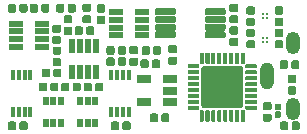
<source format=gbr>
G04 #@! TF.GenerationSoftware,KiCad,Pcbnew,(5.1.5-0-10_14)*
G04 #@! TF.CreationDate,2020-10-31T20:23:47-07:00*
G04 #@! TF.ProjectId,EOGlass2p1,454f476c-6173-4733-9270-312e6b696361,rev?*
G04 #@! TF.SameCoordinates,Original*
G04 #@! TF.FileFunction,Soldermask,Top*
G04 #@! TF.FilePolarity,Negative*
%FSLAX46Y46*%
G04 Gerber Fmt 4.6, Leading zero omitted, Abs format (unit mm)*
G04 Created by KiCad (PCBNEW (5.1.5-0-10_14)) date 2020-10-31 20:23:47*
%MOMM*%
%LPD*%
G04 APERTURE LIST*
%ADD10R,0.500000X0.750000*%
%ADD11O,1.200000X1.900000*%
%ADD12O,1.200000X2.300000*%
%ADD13C,0.100000*%
%ADD14R,0.400000X0.900000*%
%ADD15R,1.160000X0.750000*%
%ADD16R,0.500000X1.160000*%
%ADD17R,1.160000X0.500000*%
%ADD18C,0.280000*%
G04 APERTURE END LIST*
D10*
X118250000Y-77250000D03*
X119550000Y-77250000D03*
X118900000Y-75350000D03*
X118900000Y-77250000D03*
X119550000Y-75350000D03*
X118250000Y-75350000D03*
D11*
X136245000Y-76030000D03*
X136245000Y-70430000D03*
D12*
X134095000Y-73230000D03*
D13*
G36*
X130439703Y-69475722D02*
G01*
X130454264Y-69477882D01*
X130468543Y-69481459D01*
X130482403Y-69486418D01*
X130495710Y-69492712D01*
X130508336Y-69500280D01*
X130520159Y-69509048D01*
X130531066Y-69518934D01*
X130540952Y-69529841D01*
X130549720Y-69541664D01*
X130557288Y-69554290D01*
X130563582Y-69567597D01*
X130568541Y-69581457D01*
X130572118Y-69595736D01*
X130574278Y-69610297D01*
X130575000Y-69625000D01*
X130575000Y-69925000D01*
X130574278Y-69939703D01*
X130572118Y-69954264D01*
X130568541Y-69968543D01*
X130563582Y-69982403D01*
X130557288Y-69995710D01*
X130549720Y-70008336D01*
X130540952Y-70020159D01*
X130531066Y-70031066D01*
X130520159Y-70040952D01*
X130508336Y-70049720D01*
X130495710Y-70057288D01*
X130482403Y-70063582D01*
X130468543Y-70068541D01*
X130454264Y-70072118D01*
X130439703Y-70074278D01*
X130425000Y-70075000D01*
X129000000Y-70075000D01*
X128985297Y-70074278D01*
X128970736Y-70072118D01*
X128956457Y-70068541D01*
X128942597Y-70063582D01*
X128929290Y-70057288D01*
X128916664Y-70049720D01*
X128904841Y-70040952D01*
X128893934Y-70031066D01*
X128884048Y-70020159D01*
X128875280Y-70008336D01*
X128867712Y-69995710D01*
X128861418Y-69982403D01*
X128856459Y-69968543D01*
X128852882Y-69954264D01*
X128850722Y-69939703D01*
X128850000Y-69925000D01*
X128850000Y-69625000D01*
X128850722Y-69610297D01*
X128852882Y-69595736D01*
X128856459Y-69581457D01*
X128861418Y-69567597D01*
X128867712Y-69554290D01*
X128875280Y-69541664D01*
X128884048Y-69529841D01*
X128893934Y-69518934D01*
X128904841Y-69509048D01*
X128916664Y-69500280D01*
X128929290Y-69492712D01*
X128942597Y-69486418D01*
X128956457Y-69481459D01*
X128970736Y-69477882D01*
X128985297Y-69475722D01*
X129000000Y-69475000D01*
X130425000Y-69475000D01*
X130439703Y-69475722D01*
G37*
G36*
X130439703Y-68825722D02*
G01*
X130454264Y-68827882D01*
X130468543Y-68831459D01*
X130482403Y-68836418D01*
X130495710Y-68842712D01*
X130508336Y-68850280D01*
X130520159Y-68859048D01*
X130531066Y-68868934D01*
X130540952Y-68879841D01*
X130549720Y-68891664D01*
X130557288Y-68904290D01*
X130563582Y-68917597D01*
X130568541Y-68931457D01*
X130572118Y-68945736D01*
X130574278Y-68960297D01*
X130575000Y-68975000D01*
X130575000Y-69275000D01*
X130574278Y-69289703D01*
X130572118Y-69304264D01*
X130568541Y-69318543D01*
X130563582Y-69332403D01*
X130557288Y-69345710D01*
X130549720Y-69358336D01*
X130540952Y-69370159D01*
X130531066Y-69381066D01*
X130520159Y-69390952D01*
X130508336Y-69399720D01*
X130495710Y-69407288D01*
X130482403Y-69413582D01*
X130468543Y-69418541D01*
X130454264Y-69422118D01*
X130439703Y-69424278D01*
X130425000Y-69425000D01*
X129000000Y-69425000D01*
X128985297Y-69424278D01*
X128970736Y-69422118D01*
X128956457Y-69418541D01*
X128942597Y-69413582D01*
X128929290Y-69407288D01*
X128916664Y-69399720D01*
X128904841Y-69390952D01*
X128893934Y-69381066D01*
X128884048Y-69370159D01*
X128875280Y-69358336D01*
X128867712Y-69345710D01*
X128861418Y-69332403D01*
X128856459Y-69318543D01*
X128852882Y-69304264D01*
X128850722Y-69289703D01*
X128850000Y-69275000D01*
X128850000Y-68975000D01*
X128850722Y-68960297D01*
X128852882Y-68945736D01*
X128856459Y-68931457D01*
X128861418Y-68917597D01*
X128867712Y-68904290D01*
X128875280Y-68891664D01*
X128884048Y-68879841D01*
X128893934Y-68868934D01*
X128904841Y-68859048D01*
X128916664Y-68850280D01*
X128929290Y-68842712D01*
X128942597Y-68836418D01*
X128956457Y-68831459D01*
X128970736Y-68827882D01*
X128985297Y-68825722D01*
X129000000Y-68825000D01*
X130425000Y-68825000D01*
X130439703Y-68825722D01*
G37*
G36*
X130439703Y-68175722D02*
G01*
X130454264Y-68177882D01*
X130468543Y-68181459D01*
X130482403Y-68186418D01*
X130495710Y-68192712D01*
X130508336Y-68200280D01*
X130520159Y-68209048D01*
X130531066Y-68218934D01*
X130540952Y-68229841D01*
X130549720Y-68241664D01*
X130557288Y-68254290D01*
X130563582Y-68267597D01*
X130568541Y-68281457D01*
X130572118Y-68295736D01*
X130574278Y-68310297D01*
X130575000Y-68325000D01*
X130575000Y-68625000D01*
X130574278Y-68639703D01*
X130572118Y-68654264D01*
X130568541Y-68668543D01*
X130563582Y-68682403D01*
X130557288Y-68695710D01*
X130549720Y-68708336D01*
X130540952Y-68720159D01*
X130531066Y-68731066D01*
X130520159Y-68740952D01*
X130508336Y-68749720D01*
X130495710Y-68757288D01*
X130482403Y-68763582D01*
X130468543Y-68768541D01*
X130454264Y-68772118D01*
X130439703Y-68774278D01*
X130425000Y-68775000D01*
X129000000Y-68775000D01*
X128985297Y-68774278D01*
X128970736Y-68772118D01*
X128956457Y-68768541D01*
X128942597Y-68763582D01*
X128929290Y-68757288D01*
X128916664Y-68749720D01*
X128904841Y-68740952D01*
X128893934Y-68731066D01*
X128884048Y-68720159D01*
X128875280Y-68708336D01*
X128867712Y-68695710D01*
X128861418Y-68682403D01*
X128856459Y-68668543D01*
X128852882Y-68654264D01*
X128850722Y-68639703D01*
X128850000Y-68625000D01*
X128850000Y-68325000D01*
X128850722Y-68310297D01*
X128852882Y-68295736D01*
X128856459Y-68281457D01*
X128861418Y-68267597D01*
X128867712Y-68254290D01*
X128875280Y-68241664D01*
X128884048Y-68229841D01*
X128893934Y-68218934D01*
X128904841Y-68209048D01*
X128916664Y-68200280D01*
X128929290Y-68192712D01*
X128942597Y-68186418D01*
X128956457Y-68181459D01*
X128970736Y-68177882D01*
X128985297Y-68175722D01*
X129000000Y-68175000D01*
X130425000Y-68175000D01*
X130439703Y-68175722D01*
G37*
G36*
X130439703Y-67525722D02*
G01*
X130454264Y-67527882D01*
X130468543Y-67531459D01*
X130482403Y-67536418D01*
X130495710Y-67542712D01*
X130508336Y-67550280D01*
X130520159Y-67559048D01*
X130531066Y-67568934D01*
X130540952Y-67579841D01*
X130549720Y-67591664D01*
X130557288Y-67604290D01*
X130563582Y-67617597D01*
X130568541Y-67631457D01*
X130572118Y-67645736D01*
X130574278Y-67660297D01*
X130575000Y-67675000D01*
X130575000Y-67975000D01*
X130574278Y-67989703D01*
X130572118Y-68004264D01*
X130568541Y-68018543D01*
X130563582Y-68032403D01*
X130557288Y-68045710D01*
X130549720Y-68058336D01*
X130540952Y-68070159D01*
X130531066Y-68081066D01*
X130520159Y-68090952D01*
X130508336Y-68099720D01*
X130495710Y-68107288D01*
X130482403Y-68113582D01*
X130468543Y-68118541D01*
X130454264Y-68122118D01*
X130439703Y-68124278D01*
X130425000Y-68125000D01*
X129000000Y-68125000D01*
X128985297Y-68124278D01*
X128970736Y-68122118D01*
X128956457Y-68118541D01*
X128942597Y-68113582D01*
X128929290Y-68107288D01*
X128916664Y-68099720D01*
X128904841Y-68090952D01*
X128893934Y-68081066D01*
X128884048Y-68070159D01*
X128875280Y-68058336D01*
X128867712Y-68045710D01*
X128861418Y-68032403D01*
X128856459Y-68018543D01*
X128852882Y-68004264D01*
X128850722Y-67989703D01*
X128850000Y-67975000D01*
X128850000Y-67675000D01*
X128850722Y-67660297D01*
X128852882Y-67645736D01*
X128856459Y-67631457D01*
X128861418Y-67617597D01*
X128867712Y-67604290D01*
X128875280Y-67591664D01*
X128884048Y-67579841D01*
X128893934Y-67568934D01*
X128904841Y-67559048D01*
X128916664Y-67550280D01*
X128929290Y-67542712D01*
X128942597Y-67536418D01*
X128956457Y-67531459D01*
X128970736Y-67527882D01*
X128985297Y-67525722D01*
X129000000Y-67525000D01*
X130425000Y-67525000D01*
X130439703Y-67525722D01*
G37*
G36*
X126214703Y-67525722D02*
G01*
X126229264Y-67527882D01*
X126243543Y-67531459D01*
X126257403Y-67536418D01*
X126270710Y-67542712D01*
X126283336Y-67550280D01*
X126295159Y-67559048D01*
X126306066Y-67568934D01*
X126315952Y-67579841D01*
X126324720Y-67591664D01*
X126332288Y-67604290D01*
X126338582Y-67617597D01*
X126343541Y-67631457D01*
X126347118Y-67645736D01*
X126349278Y-67660297D01*
X126350000Y-67675000D01*
X126350000Y-67975000D01*
X126349278Y-67989703D01*
X126347118Y-68004264D01*
X126343541Y-68018543D01*
X126338582Y-68032403D01*
X126332288Y-68045710D01*
X126324720Y-68058336D01*
X126315952Y-68070159D01*
X126306066Y-68081066D01*
X126295159Y-68090952D01*
X126283336Y-68099720D01*
X126270710Y-68107288D01*
X126257403Y-68113582D01*
X126243543Y-68118541D01*
X126229264Y-68122118D01*
X126214703Y-68124278D01*
X126200000Y-68125000D01*
X124775000Y-68125000D01*
X124760297Y-68124278D01*
X124745736Y-68122118D01*
X124731457Y-68118541D01*
X124717597Y-68113582D01*
X124704290Y-68107288D01*
X124691664Y-68099720D01*
X124679841Y-68090952D01*
X124668934Y-68081066D01*
X124659048Y-68070159D01*
X124650280Y-68058336D01*
X124642712Y-68045710D01*
X124636418Y-68032403D01*
X124631459Y-68018543D01*
X124627882Y-68004264D01*
X124625722Y-67989703D01*
X124625000Y-67975000D01*
X124625000Y-67675000D01*
X124625722Y-67660297D01*
X124627882Y-67645736D01*
X124631459Y-67631457D01*
X124636418Y-67617597D01*
X124642712Y-67604290D01*
X124650280Y-67591664D01*
X124659048Y-67579841D01*
X124668934Y-67568934D01*
X124679841Y-67559048D01*
X124691664Y-67550280D01*
X124704290Y-67542712D01*
X124717597Y-67536418D01*
X124731457Y-67531459D01*
X124745736Y-67527882D01*
X124760297Y-67525722D01*
X124775000Y-67525000D01*
X126200000Y-67525000D01*
X126214703Y-67525722D01*
G37*
G36*
X126214703Y-68175722D02*
G01*
X126229264Y-68177882D01*
X126243543Y-68181459D01*
X126257403Y-68186418D01*
X126270710Y-68192712D01*
X126283336Y-68200280D01*
X126295159Y-68209048D01*
X126306066Y-68218934D01*
X126315952Y-68229841D01*
X126324720Y-68241664D01*
X126332288Y-68254290D01*
X126338582Y-68267597D01*
X126343541Y-68281457D01*
X126347118Y-68295736D01*
X126349278Y-68310297D01*
X126350000Y-68325000D01*
X126350000Y-68625000D01*
X126349278Y-68639703D01*
X126347118Y-68654264D01*
X126343541Y-68668543D01*
X126338582Y-68682403D01*
X126332288Y-68695710D01*
X126324720Y-68708336D01*
X126315952Y-68720159D01*
X126306066Y-68731066D01*
X126295159Y-68740952D01*
X126283336Y-68749720D01*
X126270710Y-68757288D01*
X126257403Y-68763582D01*
X126243543Y-68768541D01*
X126229264Y-68772118D01*
X126214703Y-68774278D01*
X126200000Y-68775000D01*
X124775000Y-68775000D01*
X124760297Y-68774278D01*
X124745736Y-68772118D01*
X124731457Y-68768541D01*
X124717597Y-68763582D01*
X124704290Y-68757288D01*
X124691664Y-68749720D01*
X124679841Y-68740952D01*
X124668934Y-68731066D01*
X124659048Y-68720159D01*
X124650280Y-68708336D01*
X124642712Y-68695710D01*
X124636418Y-68682403D01*
X124631459Y-68668543D01*
X124627882Y-68654264D01*
X124625722Y-68639703D01*
X124625000Y-68625000D01*
X124625000Y-68325000D01*
X124625722Y-68310297D01*
X124627882Y-68295736D01*
X124631459Y-68281457D01*
X124636418Y-68267597D01*
X124642712Y-68254290D01*
X124650280Y-68241664D01*
X124659048Y-68229841D01*
X124668934Y-68218934D01*
X124679841Y-68209048D01*
X124691664Y-68200280D01*
X124704290Y-68192712D01*
X124717597Y-68186418D01*
X124731457Y-68181459D01*
X124745736Y-68177882D01*
X124760297Y-68175722D01*
X124775000Y-68175000D01*
X126200000Y-68175000D01*
X126214703Y-68175722D01*
G37*
G36*
X126214703Y-68825722D02*
G01*
X126229264Y-68827882D01*
X126243543Y-68831459D01*
X126257403Y-68836418D01*
X126270710Y-68842712D01*
X126283336Y-68850280D01*
X126295159Y-68859048D01*
X126306066Y-68868934D01*
X126315952Y-68879841D01*
X126324720Y-68891664D01*
X126332288Y-68904290D01*
X126338582Y-68917597D01*
X126343541Y-68931457D01*
X126347118Y-68945736D01*
X126349278Y-68960297D01*
X126350000Y-68975000D01*
X126350000Y-69275000D01*
X126349278Y-69289703D01*
X126347118Y-69304264D01*
X126343541Y-69318543D01*
X126338582Y-69332403D01*
X126332288Y-69345710D01*
X126324720Y-69358336D01*
X126315952Y-69370159D01*
X126306066Y-69381066D01*
X126295159Y-69390952D01*
X126283336Y-69399720D01*
X126270710Y-69407288D01*
X126257403Y-69413582D01*
X126243543Y-69418541D01*
X126229264Y-69422118D01*
X126214703Y-69424278D01*
X126200000Y-69425000D01*
X124775000Y-69425000D01*
X124760297Y-69424278D01*
X124745736Y-69422118D01*
X124731457Y-69418541D01*
X124717597Y-69413582D01*
X124704290Y-69407288D01*
X124691664Y-69399720D01*
X124679841Y-69390952D01*
X124668934Y-69381066D01*
X124659048Y-69370159D01*
X124650280Y-69358336D01*
X124642712Y-69345710D01*
X124636418Y-69332403D01*
X124631459Y-69318543D01*
X124627882Y-69304264D01*
X124625722Y-69289703D01*
X124625000Y-69275000D01*
X124625000Y-68975000D01*
X124625722Y-68960297D01*
X124627882Y-68945736D01*
X124631459Y-68931457D01*
X124636418Y-68917597D01*
X124642712Y-68904290D01*
X124650280Y-68891664D01*
X124659048Y-68879841D01*
X124668934Y-68868934D01*
X124679841Y-68859048D01*
X124691664Y-68850280D01*
X124704290Y-68842712D01*
X124717597Y-68836418D01*
X124731457Y-68831459D01*
X124745736Y-68827882D01*
X124760297Y-68825722D01*
X124775000Y-68825000D01*
X126200000Y-68825000D01*
X126214703Y-68825722D01*
G37*
G36*
X126214703Y-69475722D02*
G01*
X126229264Y-69477882D01*
X126243543Y-69481459D01*
X126257403Y-69486418D01*
X126270710Y-69492712D01*
X126283336Y-69500280D01*
X126295159Y-69509048D01*
X126306066Y-69518934D01*
X126315952Y-69529841D01*
X126324720Y-69541664D01*
X126332288Y-69554290D01*
X126338582Y-69567597D01*
X126343541Y-69581457D01*
X126347118Y-69595736D01*
X126349278Y-69610297D01*
X126350000Y-69625000D01*
X126350000Y-69925000D01*
X126349278Y-69939703D01*
X126347118Y-69954264D01*
X126343541Y-69968543D01*
X126338582Y-69982403D01*
X126332288Y-69995710D01*
X126324720Y-70008336D01*
X126315952Y-70020159D01*
X126306066Y-70031066D01*
X126295159Y-70040952D01*
X126283336Y-70049720D01*
X126270710Y-70057288D01*
X126257403Y-70063582D01*
X126243543Y-70068541D01*
X126229264Y-70072118D01*
X126214703Y-70074278D01*
X126200000Y-70075000D01*
X124775000Y-70075000D01*
X124760297Y-70074278D01*
X124745736Y-70072118D01*
X124731457Y-70068541D01*
X124717597Y-70063582D01*
X124704290Y-70057288D01*
X124691664Y-70049720D01*
X124679841Y-70040952D01*
X124668934Y-70031066D01*
X124659048Y-70020159D01*
X124650280Y-70008336D01*
X124642712Y-69995710D01*
X124636418Y-69982403D01*
X124631459Y-69968543D01*
X124627882Y-69954264D01*
X124625722Y-69939703D01*
X124625000Y-69925000D01*
X124625000Y-69625000D01*
X124625722Y-69610297D01*
X124627882Y-69595736D01*
X124631459Y-69581457D01*
X124636418Y-69567597D01*
X124642712Y-69554290D01*
X124650280Y-69541664D01*
X124659048Y-69529841D01*
X124668934Y-69518934D01*
X124679841Y-69509048D01*
X124691664Y-69500280D01*
X124704290Y-69492712D01*
X124717597Y-69486418D01*
X124731457Y-69481459D01*
X124745736Y-69477882D01*
X124760297Y-69475722D01*
X124775000Y-69475000D01*
X126200000Y-69475000D01*
X126214703Y-69475722D01*
G37*
D14*
X120890000Y-73210000D03*
X121390000Y-73210000D03*
X121890000Y-73210000D03*
X122390000Y-73210000D03*
X122390000Y-76310000D03*
X121890000Y-76310000D03*
X121390000Y-76310000D03*
X120890000Y-76310000D03*
D13*
G36*
X116274408Y-73830831D02*
G01*
X116291153Y-73833315D01*
X116307574Y-73837428D01*
X116323513Y-73843131D01*
X116338816Y-73850369D01*
X116353336Y-73859071D01*
X116366933Y-73869156D01*
X116379476Y-73880524D01*
X116390844Y-73893067D01*
X116400929Y-73906664D01*
X116409631Y-73921184D01*
X116416869Y-73936487D01*
X116422572Y-73952426D01*
X116426685Y-73968847D01*
X116429169Y-73985592D01*
X116430000Y-74002500D01*
X116430000Y-74397500D01*
X116429169Y-74414408D01*
X116426685Y-74431153D01*
X116422572Y-74447574D01*
X116416869Y-74463513D01*
X116409631Y-74478816D01*
X116400929Y-74493336D01*
X116390844Y-74506933D01*
X116379476Y-74519476D01*
X116366933Y-74530844D01*
X116353336Y-74540929D01*
X116338816Y-74549631D01*
X116323513Y-74556869D01*
X116307574Y-74562572D01*
X116291153Y-74566685D01*
X116274408Y-74569169D01*
X116257500Y-74570000D01*
X115912500Y-74570000D01*
X115895592Y-74569169D01*
X115878847Y-74566685D01*
X115862426Y-74562572D01*
X115846487Y-74556869D01*
X115831184Y-74549631D01*
X115816664Y-74540929D01*
X115803067Y-74530844D01*
X115790524Y-74519476D01*
X115779156Y-74506933D01*
X115769071Y-74493336D01*
X115760369Y-74478816D01*
X115753131Y-74463513D01*
X115747428Y-74447574D01*
X115743315Y-74431153D01*
X115740831Y-74414408D01*
X115740000Y-74397500D01*
X115740000Y-74002500D01*
X115740831Y-73985592D01*
X115743315Y-73968847D01*
X115747428Y-73952426D01*
X115753131Y-73936487D01*
X115760369Y-73921184D01*
X115769071Y-73906664D01*
X115779156Y-73893067D01*
X115790524Y-73880524D01*
X115803067Y-73869156D01*
X115816664Y-73859071D01*
X115831184Y-73850369D01*
X115846487Y-73843131D01*
X115862426Y-73837428D01*
X115878847Y-73833315D01*
X115895592Y-73830831D01*
X115912500Y-73830000D01*
X116257500Y-73830000D01*
X116274408Y-73830831D01*
G37*
G36*
X115304408Y-73830831D02*
G01*
X115321153Y-73833315D01*
X115337574Y-73837428D01*
X115353513Y-73843131D01*
X115368816Y-73850369D01*
X115383336Y-73859071D01*
X115396933Y-73869156D01*
X115409476Y-73880524D01*
X115420844Y-73893067D01*
X115430929Y-73906664D01*
X115439631Y-73921184D01*
X115446869Y-73936487D01*
X115452572Y-73952426D01*
X115456685Y-73968847D01*
X115459169Y-73985592D01*
X115460000Y-74002500D01*
X115460000Y-74397500D01*
X115459169Y-74414408D01*
X115456685Y-74431153D01*
X115452572Y-74447574D01*
X115446869Y-74463513D01*
X115439631Y-74478816D01*
X115430929Y-74493336D01*
X115420844Y-74506933D01*
X115409476Y-74519476D01*
X115396933Y-74530844D01*
X115383336Y-74540929D01*
X115368816Y-74549631D01*
X115353513Y-74556869D01*
X115337574Y-74562572D01*
X115321153Y-74566685D01*
X115304408Y-74569169D01*
X115287500Y-74570000D01*
X114942500Y-74570000D01*
X114925592Y-74569169D01*
X114908847Y-74566685D01*
X114892426Y-74562572D01*
X114876487Y-74556869D01*
X114861184Y-74549631D01*
X114846664Y-74540929D01*
X114833067Y-74530844D01*
X114820524Y-74519476D01*
X114809156Y-74506933D01*
X114799071Y-74493336D01*
X114790369Y-74478816D01*
X114783131Y-74463513D01*
X114777428Y-74447574D01*
X114773315Y-74431153D01*
X114770831Y-74414408D01*
X114770000Y-74397500D01*
X114770000Y-74002500D01*
X114770831Y-73985592D01*
X114773315Y-73968847D01*
X114777428Y-73952426D01*
X114783131Y-73936487D01*
X114790369Y-73921184D01*
X114799071Y-73906664D01*
X114809156Y-73893067D01*
X114820524Y-73880524D01*
X114833067Y-73869156D01*
X114846664Y-73859071D01*
X114861184Y-73850369D01*
X114876487Y-73843131D01*
X114892426Y-73837428D01*
X114908847Y-73833315D01*
X114925592Y-73830831D01*
X114942500Y-73830000D01*
X115287500Y-73830000D01*
X115304408Y-73830831D01*
G37*
G36*
X135314408Y-68340831D02*
G01*
X135331153Y-68343315D01*
X135347574Y-68347428D01*
X135363513Y-68353131D01*
X135378816Y-68360369D01*
X135393336Y-68369071D01*
X135406933Y-68379156D01*
X135419476Y-68390524D01*
X135430844Y-68403067D01*
X135440929Y-68416664D01*
X135449631Y-68431184D01*
X135456869Y-68446487D01*
X135462572Y-68462426D01*
X135466685Y-68478847D01*
X135469169Y-68495592D01*
X135470000Y-68512500D01*
X135470000Y-68857500D01*
X135469169Y-68874408D01*
X135466685Y-68891153D01*
X135462572Y-68907574D01*
X135456869Y-68923513D01*
X135449631Y-68938816D01*
X135440929Y-68953336D01*
X135430844Y-68966933D01*
X135419476Y-68979476D01*
X135406933Y-68990844D01*
X135393336Y-69000929D01*
X135378816Y-69009631D01*
X135363513Y-69016869D01*
X135347574Y-69022572D01*
X135331153Y-69026685D01*
X135314408Y-69029169D01*
X135297500Y-69030000D01*
X134902500Y-69030000D01*
X134885592Y-69029169D01*
X134868847Y-69026685D01*
X134852426Y-69022572D01*
X134836487Y-69016869D01*
X134821184Y-69009631D01*
X134806664Y-69000929D01*
X134793067Y-68990844D01*
X134780524Y-68979476D01*
X134769156Y-68966933D01*
X134759071Y-68953336D01*
X134750369Y-68938816D01*
X134743131Y-68923513D01*
X134737428Y-68907574D01*
X134733315Y-68891153D01*
X134730831Y-68874408D01*
X134730000Y-68857500D01*
X134730000Y-68512500D01*
X134730831Y-68495592D01*
X134733315Y-68478847D01*
X134737428Y-68462426D01*
X134743131Y-68446487D01*
X134750369Y-68431184D01*
X134759071Y-68416664D01*
X134769156Y-68403067D01*
X134780524Y-68390524D01*
X134793067Y-68379156D01*
X134806664Y-68369071D01*
X134821184Y-68360369D01*
X134836487Y-68353131D01*
X134852426Y-68347428D01*
X134868847Y-68343315D01*
X134885592Y-68340831D01*
X134902500Y-68340000D01*
X135297500Y-68340000D01*
X135314408Y-68340831D01*
G37*
G36*
X135314408Y-67370831D02*
G01*
X135331153Y-67373315D01*
X135347574Y-67377428D01*
X135363513Y-67383131D01*
X135378816Y-67390369D01*
X135393336Y-67399071D01*
X135406933Y-67409156D01*
X135419476Y-67420524D01*
X135430844Y-67433067D01*
X135440929Y-67446664D01*
X135449631Y-67461184D01*
X135456869Y-67476487D01*
X135462572Y-67492426D01*
X135466685Y-67508847D01*
X135469169Y-67525592D01*
X135470000Y-67542500D01*
X135470000Y-67887500D01*
X135469169Y-67904408D01*
X135466685Y-67921153D01*
X135462572Y-67937574D01*
X135456869Y-67953513D01*
X135449631Y-67968816D01*
X135440929Y-67983336D01*
X135430844Y-67996933D01*
X135419476Y-68009476D01*
X135406933Y-68020844D01*
X135393336Y-68030929D01*
X135378816Y-68039631D01*
X135363513Y-68046869D01*
X135347574Y-68052572D01*
X135331153Y-68056685D01*
X135314408Y-68059169D01*
X135297500Y-68060000D01*
X134902500Y-68060000D01*
X134885592Y-68059169D01*
X134868847Y-68056685D01*
X134852426Y-68052572D01*
X134836487Y-68046869D01*
X134821184Y-68039631D01*
X134806664Y-68030929D01*
X134793067Y-68020844D01*
X134780524Y-68009476D01*
X134769156Y-67996933D01*
X134759071Y-67983336D01*
X134750369Y-67968816D01*
X134743131Y-67953513D01*
X134737428Y-67937574D01*
X134733315Y-67921153D01*
X134730831Y-67904408D01*
X134730000Y-67887500D01*
X134730000Y-67542500D01*
X134730831Y-67525592D01*
X134733315Y-67508847D01*
X134737428Y-67492426D01*
X134743131Y-67476487D01*
X134750369Y-67461184D01*
X134759071Y-67446664D01*
X134769156Y-67433067D01*
X134780524Y-67420524D01*
X134793067Y-67409156D01*
X134806664Y-67399071D01*
X134821184Y-67390369D01*
X134836487Y-67383131D01*
X134852426Y-67377428D01*
X134868847Y-67373315D01*
X134885592Y-67370831D01*
X134902500Y-67370000D01*
X135297500Y-67370000D01*
X135314408Y-67370831D01*
G37*
G36*
X124704408Y-76430831D02*
G01*
X124721153Y-76433315D01*
X124737574Y-76437428D01*
X124753513Y-76443131D01*
X124768816Y-76450369D01*
X124783336Y-76459071D01*
X124796933Y-76469156D01*
X124809476Y-76480524D01*
X124820844Y-76493067D01*
X124830929Y-76506664D01*
X124839631Y-76521184D01*
X124846869Y-76536487D01*
X124852572Y-76552426D01*
X124856685Y-76568847D01*
X124859169Y-76585592D01*
X124860000Y-76602500D01*
X124860000Y-76997500D01*
X124859169Y-77014408D01*
X124856685Y-77031153D01*
X124852572Y-77047574D01*
X124846869Y-77063513D01*
X124839631Y-77078816D01*
X124830929Y-77093336D01*
X124820844Y-77106933D01*
X124809476Y-77119476D01*
X124796933Y-77130844D01*
X124783336Y-77140929D01*
X124768816Y-77149631D01*
X124753513Y-77156869D01*
X124737574Y-77162572D01*
X124721153Y-77166685D01*
X124704408Y-77169169D01*
X124687500Y-77170000D01*
X124342500Y-77170000D01*
X124325592Y-77169169D01*
X124308847Y-77166685D01*
X124292426Y-77162572D01*
X124276487Y-77156869D01*
X124261184Y-77149631D01*
X124246664Y-77140929D01*
X124233067Y-77130844D01*
X124220524Y-77119476D01*
X124209156Y-77106933D01*
X124199071Y-77093336D01*
X124190369Y-77078816D01*
X124183131Y-77063513D01*
X124177428Y-77047574D01*
X124173315Y-77031153D01*
X124170831Y-77014408D01*
X124170000Y-76997500D01*
X124170000Y-76602500D01*
X124170831Y-76585592D01*
X124173315Y-76568847D01*
X124177428Y-76552426D01*
X124183131Y-76536487D01*
X124190369Y-76521184D01*
X124199071Y-76506664D01*
X124209156Y-76493067D01*
X124220524Y-76480524D01*
X124233067Y-76469156D01*
X124246664Y-76459071D01*
X124261184Y-76450369D01*
X124276487Y-76443131D01*
X124292426Y-76437428D01*
X124308847Y-76433315D01*
X124325592Y-76430831D01*
X124342500Y-76430000D01*
X124687500Y-76430000D01*
X124704408Y-76430831D01*
G37*
G36*
X125674408Y-76430831D02*
G01*
X125691153Y-76433315D01*
X125707574Y-76437428D01*
X125723513Y-76443131D01*
X125738816Y-76450369D01*
X125753336Y-76459071D01*
X125766933Y-76469156D01*
X125779476Y-76480524D01*
X125790844Y-76493067D01*
X125800929Y-76506664D01*
X125809631Y-76521184D01*
X125816869Y-76536487D01*
X125822572Y-76552426D01*
X125826685Y-76568847D01*
X125829169Y-76585592D01*
X125830000Y-76602500D01*
X125830000Y-76997500D01*
X125829169Y-77014408D01*
X125826685Y-77031153D01*
X125822572Y-77047574D01*
X125816869Y-77063513D01*
X125809631Y-77078816D01*
X125800929Y-77093336D01*
X125790844Y-77106933D01*
X125779476Y-77119476D01*
X125766933Y-77130844D01*
X125753336Y-77140929D01*
X125738816Y-77149631D01*
X125723513Y-77156869D01*
X125707574Y-77162572D01*
X125691153Y-77166685D01*
X125674408Y-77169169D01*
X125657500Y-77170000D01*
X125312500Y-77170000D01*
X125295592Y-77169169D01*
X125278847Y-77166685D01*
X125262426Y-77162572D01*
X125246487Y-77156869D01*
X125231184Y-77149631D01*
X125216664Y-77140929D01*
X125203067Y-77130844D01*
X125190524Y-77119476D01*
X125179156Y-77106933D01*
X125169071Y-77093336D01*
X125160369Y-77078816D01*
X125153131Y-77063513D01*
X125147428Y-77047574D01*
X125143315Y-77031153D01*
X125140831Y-77014408D01*
X125140000Y-76997500D01*
X125140000Y-76602500D01*
X125140831Y-76585592D01*
X125143315Y-76568847D01*
X125147428Y-76552426D01*
X125153131Y-76536487D01*
X125160369Y-76521184D01*
X125169071Y-76506664D01*
X125179156Y-76493067D01*
X125190524Y-76480524D01*
X125203067Y-76469156D01*
X125216664Y-76459071D01*
X125231184Y-76450369D01*
X125246487Y-76443131D01*
X125262426Y-76437428D01*
X125278847Y-76433315D01*
X125295592Y-76430831D01*
X125312500Y-76430000D01*
X125657500Y-76430000D01*
X125674408Y-76430831D01*
G37*
G36*
X136414408Y-74140831D02*
G01*
X136431153Y-74143315D01*
X136447574Y-74147428D01*
X136463513Y-74153131D01*
X136478816Y-74160369D01*
X136493336Y-74169071D01*
X136506933Y-74179156D01*
X136519476Y-74190524D01*
X136530844Y-74203067D01*
X136540929Y-74216664D01*
X136549631Y-74231184D01*
X136556869Y-74246487D01*
X136562572Y-74262426D01*
X136566685Y-74278847D01*
X136569169Y-74295592D01*
X136570000Y-74312500D01*
X136570000Y-74657500D01*
X136569169Y-74674408D01*
X136566685Y-74691153D01*
X136562572Y-74707574D01*
X136556869Y-74723513D01*
X136549631Y-74738816D01*
X136540929Y-74753336D01*
X136530844Y-74766933D01*
X136519476Y-74779476D01*
X136506933Y-74790844D01*
X136493336Y-74800929D01*
X136478816Y-74809631D01*
X136463513Y-74816869D01*
X136447574Y-74822572D01*
X136431153Y-74826685D01*
X136414408Y-74829169D01*
X136397500Y-74830000D01*
X136002500Y-74830000D01*
X135985592Y-74829169D01*
X135968847Y-74826685D01*
X135952426Y-74822572D01*
X135936487Y-74816869D01*
X135921184Y-74809631D01*
X135906664Y-74800929D01*
X135893067Y-74790844D01*
X135880524Y-74779476D01*
X135869156Y-74766933D01*
X135859071Y-74753336D01*
X135850369Y-74738816D01*
X135843131Y-74723513D01*
X135837428Y-74707574D01*
X135833315Y-74691153D01*
X135830831Y-74674408D01*
X135830000Y-74657500D01*
X135830000Y-74312500D01*
X135830831Y-74295592D01*
X135833315Y-74278847D01*
X135837428Y-74262426D01*
X135843131Y-74246487D01*
X135850369Y-74231184D01*
X135859071Y-74216664D01*
X135869156Y-74203067D01*
X135880524Y-74190524D01*
X135893067Y-74179156D01*
X135906664Y-74169071D01*
X135921184Y-74160369D01*
X135936487Y-74153131D01*
X135952426Y-74147428D01*
X135968847Y-74143315D01*
X135985592Y-74140831D01*
X136002500Y-74140000D01*
X136397500Y-74140000D01*
X136414408Y-74140831D01*
G37*
G36*
X136414408Y-73170831D02*
G01*
X136431153Y-73173315D01*
X136447574Y-73177428D01*
X136463513Y-73183131D01*
X136478816Y-73190369D01*
X136493336Y-73199071D01*
X136506933Y-73209156D01*
X136519476Y-73220524D01*
X136530844Y-73233067D01*
X136540929Y-73246664D01*
X136549631Y-73261184D01*
X136556869Y-73276487D01*
X136562572Y-73292426D01*
X136566685Y-73308847D01*
X136569169Y-73325592D01*
X136570000Y-73342500D01*
X136570000Y-73687500D01*
X136569169Y-73704408D01*
X136566685Y-73721153D01*
X136562572Y-73737574D01*
X136556869Y-73753513D01*
X136549631Y-73768816D01*
X136540929Y-73783336D01*
X136530844Y-73796933D01*
X136519476Y-73809476D01*
X136506933Y-73820844D01*
X136493336Y-73830929D01*
X136478816Y-73839631D01*
X136463513Y-73846869D01*
X136447574Y-73852572D01*
X136431153Y-73856685D01*
X136414408Y-73859169D01*
X136397500Y-73860000D01*
X136002500Y-73860000D01*
X135985592Y-73859169D01*
X135968847Y-73856685D01*
X135952426Y-73852572D01*
X135936487Y-73846869D01*
X135921184Y-73839631D01*
X135906664Y-73830929D01*
X135893067Y-73820844D01*
X135880524Y-73809476D01*
X135869156Y-73796933D01*
X135859071Y-73783336D01*
X135850369Y-73768816D01*
X135843131Y-73753513D01*
X135837428Y-73737574D01*
X135833315Y-73721153D01*
X135830831Y-73704408D01*
X135830000Y-73687500D01*
X135830000Y-73342500D01*
X135830831Y-73325592D01*
X135833315Y-73308847D01*
X135837428Y-73292426D01*
X135843131Y-73276487D01*
X135850369Y-73261184D01*
X135859071Y-73246664D01*
X135869156Y-73233067D01*
X135880524Y-73220524D01*
X135893067Y-73209156D01*
X135906664Y-73199071D01*
X135921184Y-73190369D01*
X135936487Y-73183131D01*
X135952426Y-73177428D01*
X135968847Y-73173315D01*
X135985592Y-73170831D01*
X136002500Y-73170000D01*
X136397500Y-73170000D01*
X136414408Y-73170831D01*
G37*
G36*
X136694408Y-77110831D02*
G01*
X136711153Y-77113315D01*
X136727574Y-77117428D01*
X136743513Y-77123131D01*
X136758816Y-77130369D01*
X136773336Y-77139071D01*
X136786933Y-77149156D01*
X136799476Y-77160524D01*
X136810844Y-77173067D01*
X136820929Y-77186664D01*
X136829631Y-77201184D01*
X136836869Y-77216487D01*
X136842572Y-77232426D01*
X136846685Y-77248847D01*
X136849169Y-77265592D01*
X136850000Y-77282500D01*
X136850000Y-77677500D01*
X136849169Y-77694408D01*
X136846685Y-77711153D01*
X136842572Y-77727574D01*
X136836869Y-77743513D01*
X136829631Y-77758816D01*
X136820929Y-77773336D01*
X136810844Y-77786933D01*
X136799476Y-77799476D01*
X136786933Y-77810844D01*
X136773336Y-77820929D01*
X136758816Y-77829631D01*
X136743513Y-77836869D01*
X136727574Y-77842572D01*
X136711153Y-77846685D01*
X136694408Y-77849169D01*
X136677500Y-77850000D01*
X136332500Y-77850000D01*
X136315592Y-77849169D01*
X136298847Y-77846685D01*
X136282426Y-77842572D01*
X136266487Y-77836869D01*
X136251184Y-77829631D01*
X136236664Y-77820929D01*
X136223067Y-77810844D01*
X136210524Y-77799476D01*
X136199156Y-77786933D01*
X136189071Y-77773336D01*
X136180369Y-77758816D01*
X136173131Y-77743513D01*
X136167428Y-77727574D01*
X136163315Y-77711153D01*
X136160831Y-77694408D01*
X136160000Y-77677500D01*
X136160000Y-77282500D01*
X136160831Y-77265592D01*
X136163315Y-77248847D01*
X136167428Y-77232426D01*
X136173131Y-77216487D01*
X136180369Y-77201184D01*
X136189071Y-77186664D01*
X136199156Y-77173067D01*
X136210524Y-77160524D01*
X136223067Y-77149156D01*
X136236664Y-77139071D01*
X136251184Y-77130369D01*
X136266487Y-77123131D01*
X136282426Y-77117428D01*
X136298847Y-77113315D01*
X136315592Y-77110831D01*
X136332500Y-77110000D01*
X136677500Y-77110000D01*
X136694408Y-77110831D01*
G37*
G36*
X135724408Y-77110831D02*
G01*
X135741153Y-77113315D01*
X135757574Y-77117428D01*
X135773513Y-77123131D01*
X135788816Y-77130369D01*
X135803336Y-77139071D01*
X135816933Y-77149156D01*
X135829476Y-77160524D01*
X135840844Y-77173067D01*
X135850929Y-77186664D01*
X135859631Y-77201184D01*
X135866869Y-77216487D01*
X135872572Y-77232426D01*
X135876685Y-77248847D01*
X135879169Y-77265592D01*
X135880000Y-77282500D01*
X135880000Y-77677500D01*
X135879169Y-77694408D01*
X135876685Y-77711153D01*
X135872572Y-77727574D01*
X135866869Y-77743513D01*
X135859631Y-77758816D01*
X135850929Y-77773336D01*
X135840844Y-77786933D01*
X135829476Y-77799476D01*
X135816933Y-77810844D01*
X135803336Y-77820929D01*
X135788816Y-77829631D01*
X135773513Y-77836869D01*
X135757574Y-77842572D01*
X135741153Y-77846685D01*
X135724408Y-77849169D01*
X135707500Y-77850000D01*
X135362500Y-77850000D01*
X135345592Y-77849169D01*
X135328847Y-77846685D01*
X135312426Y-77842572D01*
X135296487Y-77836869D01*
X135281184Y-77829631D01*
X135266664Y-77820929D01*
X135253067Y-77810844D01*
X135240524Y-77799476D01*
X135229156Y-77786933D01*
X135219071Y-77773336D01*
X135210369Y-77758816D01*
X135203131Y-77743513D01*
X135197428Y-77727574D01*
X135193315Y-77711153D01*
X135190831Y-77694408D01*
X135190000Y-77677500D01*
X135190000Y-77282500D01*
X135190831Y-77265592D01*
X135193315Y-77248847D01*
X135197428Y-77232426D01*
X135203131Y-77216487D01*
X135210369Y-77201184D01*
X135219071Y-77186664D01*
X135229156Y-77173067D01*
X135240524Y-77160524D01*
X135253067Y-77149156D01*
X135266664Y-77139071D01*
X135281184Y-77130369D01*
X135296487Y-77123131D01*
X135312426Y-77117428D01*
X135328847Y-77113315D01*
X135345592Y-77110831D01*
X135362500Y-77110000D01*
X135707500Y-77110000D01*
X135724408Y-77110831D01*
G37*
G36*
X134314408Y-76440831D02*
G01*
X134331153Y-76443315D01*
X134347574Y-76447428D01*
X134363513Y-76453131D01*
X134378816Y-76460369D01*
X134393336Y-76469071D01*
X134406933Y-76479156D01*
X134419476Y-76490524D01*
X134430844Y-76503067D01*
X134440929Y-76516664D01*
X134449631Y-76531184D01*
X134456869Y-76546487D01*
X134462572Y-76562426D01*
X134466685Y-76578847D01*
X134469169Y-76595592D01*
X134470000Y-76612500D01*
X134470000Y-76957500D01*
X134469169Y-76974408D01*
X134466685Y-76991153D01*
X134462572Y-77007574D01*
X134456869Y-77023513D01*
X134449631Y-77038816D01*
X134440929Y-77053336D01*
X134430844Y-77066933D01*
X134419476Y-77079476D01*
X134406933Y-77090844D01*
X134393336Y-77100929D01*
X134378816Y-77109631D01*
X134363513Y-77116869D01*
X134347574Y-77122572D01*
X134331153Y-77126685D01*
X134314408Y-77129169D01*
X134297500Y-77130000D01*
X133902500Y-77130000D01*
X133885592Y-77129169D01*
X133868847Y-77126685D01*
X133852426Y-77122572D01*
X133836487Y-77116869D01*
X133821184Y-77109631D01*
X133806664Y-77100929D01*
X133793067Y-77090844D01*
X133780524Y-77079476D01*
X133769156Y-77066933D01*
X133759071Y-77053336D01*
X133750369Y-77038816D01*
X133743131Y-77023513D01*
X133737428Y-77007574D01*
X133733315Y-76991153D01*
X133730831Y-76974408D01*
X133730000Y-76957500D01*
X133730000Y-76612500D01*
X133730831Y-76595592D01*
X133733315Y-76578847D01*
X133737428Y-76562426D01*
X133743131Y-76546487D01*
X133750369Y-76531184D01*
X133759071Y-76516664D01*
X133769156Y-76503067D01*
X133780524Y-76490524D01*
X133793067Y-76479156D01*
X133806664Y-76469071D01*
X133821184Y-76460369D01*
X133836487Y-76453131D01*
X133852426Y-76447428D01*
X133868847Y-76443315D01*
X133885592Y-76440831D01*
X133902500Y-76440000D01*
X134297500Y-76440000D01*
X134314408Y-76440831D01*
G37*
G36*
X134314408Y-75470831D02*
G01*
X134331153Y-75473315D01*
X134347574Y-75477428D01*
X134363513Y-75483131D01*
X134378816Y-75490369D01*
X134393336Y-75499071D01*
X134406933Y-75509156D01*
X134419476Y-75520524D01*
X134430844Y-75533067D01*
X134440929Y-75546664D01*
X134449631Y-75561184D01*
X134456869Y-75576487D01*
X134462572Y-75592426D01*
X134466685Y-75608847D01*
X134469169Y-75625592D01*
X134470000Y-75642500D01*
X134470000Y-75987500D01*
X134469169Y-76004408D01*
X134466685Y-76021153D01*
X134462572Y-76037574D01*
X134456869Y-76053513D01*
X134449631Y-76068816D01*
X134440929Y-76083336D01*
X134430844Y-76096933D01*
X134419476Y-76109476D01*
X134406933Y-76120844D01*
X134393336Y-76130929D01*
X134378816Y-76139631D01*
X134363513Y-76146869D01*
X134347574Y-76152572D01*
X134331153Y-76156685D01*
X134314408Y-76159169D01*
X134297500Y-76160000D01*
X133902500Y-76160000D01*
X133885592Y-76159169D01*
X133868847Y-76156685D01*
X133852426Y-76152572D01*
X133836487Y-76146869D01*
X133821184Y-76139631D01*
X133806664Y-76130929D01*
X133793067Y-76120844D01*
X133780524Y-76109476D01*
X133769156Y-76096933D01*
X133759071Y-76083336D01*
X133750369Y-76068816D01*
X133743131Y-76053513D01*
X133737428Y-76037574D01*
X133733315Y-76021153D01*
X133730831Y-76004408D01*
X133730000Y-75987500D01*
X133730000Y-75642500D01*
X133730831Y-75625592D01*
X133733315Y-75608847D01*
X133737428Y-75592426D01*
X133743131Y-75576487D01*
X133750369Y-75561184D01*
X133759071Y-75546664D01*
X133769156Y-75533067D01*
X133780524Y-75520524D01*
X133793067Y-75509156D01*
X133806664Y-75499071D01*
X133821184Y-75490369D01*
X133836487Y-75483131D01*
X133852426Y-75477428D01*
X133868847Y-75473315D01*
X133885592Y-75470831D01*
X133902500Y-75470000D01*
X134297500Y-75470000D01*
X134314408Y-75470831D01*
G37*
G36*
X123909408Y-71860831D02*
G01*
X123926153Y-71863315D01*
X123942574Y-71867428D01*
X123958513Y-71873131D01*
X123973816Y-71880369D01*
X123988336Y-71889071D01*
X124001933Y-71899156D01*
X124014476Y-71910524D01*
X124025844Y-71923067D01*
X124035929Y-71936664D01*
X124044631Y-71951184D01*
X124051869Y-71966487D01*
X124057572Y-71982426D01*
X124061685Y-71998847D01*
X124064169Y-72015592D01*
X124065000Y-72032500D01*
X124065000Y-72427500D01*
X124064169Y-72444408D01*
X124061685Y-72461153D01*
X124057572Y-72477574D01*
X124051869Y-72493513D01*
X124044631Y-72508816D01*
X124035929Y-72523336D01*
X124025844Y-72536933D01*
X124014476Y-72549476D01*
X124001933Y-72560844D01*
X123988336Y-72570929D01*
X123973816Y-72579631D01*
X123958513Y-72586869D01*
X123942574Y-72592572D01*
X123926153Y-72596685D01*
X123909408Y-72599169D01*
X123892500Y-72600000D01*
X123547500Y-72600000D01*
X123530592Y-72599169D01*
X123513847Y-72596685D01*
X123497426Y-72592572D01*
X123481487Y-72586869D01*
X123466184Y-72579631D01*
X123451664Y-72570929D01*
X123438067Y-72560844D01*
X123425524Y-72549476D01*
X123414156Y-72536933D01*
X123404071Y-72523336D01*
X123395369Y-72508816D01*
X123388131Y-72493513D01*
X123382428Y-72477574D01*
X123378315Y-72461153D01*
X123375831Y-72444408D01*
X123375000Y-72427500D01*
X123375000Y-72032500D01*
X123375831Y-72015592D01*
X123378315Y-71998847D01*
X123382428Y-71982426D01*
X123388131Y-71966487D01*
X123395369Y-71951184D01*
X123404071Y-71936664D01*
X123414156Y-71923067D01*
X123425524Y-71910524D01*
X123438067Y-71899156D01*
X123451664Y-71889071D01*
X123466184Y-71880369D01*
X123481487Y-71873131D01*
X123497426Y-71867428D01*
X123513847Y-71863315D01*
X123530592Y-71860831D01*
X123547500Y-71860000D01*
X123892500Y-71860000D01*
X123909408Y-71860831D01*
G37*
G36*
X124879408Y-71860831D02*
G01*
X124896153Y-71863315D01*
X124912574Y-71867428D01*
X124928513Y-71873131D01*
X124943816Y-71880369D01*
X124958336Y-71889071D01*
X124971933Y-71899156D01*
X124984476Y-71910524D01*
X124995844Y-71923067D01*
X125005929Y-71936664D01*
X125014631Y-71951184D01*
X125021869Y-71966487D01*
X125027572Y-71982426D01*
X125031685Y-71998847D01*
X125034169Y-72015592D01*
X125035000Y-72032500D01*
X125035000Y-72427500D01*
X125034169Y-72444408D01*
X125031685Y-72461153D01*
X125027572Y-72477574D01*
X125021869Y-72493513D01*
X125014631Y-72508816D01*
X125005929Y-72523336D01*
X124995844Y-72536933D01*
X124984476Y-72549476D01*
X124971933Y-72560844D01*
X124958336Y-72570929D01*
X124943816Y-72579631D01*
X124928513Y-72586869D01*
X124912574Y-72592572D01*
X124896153Y-72596685D01*
X124879408Y-72599169D01*
X124862500Y-72600000D01*
X124517500Y-72600000D01*
X124500592Y-72599169D01*
X124483847Y-72596685D01*
X124467426Y-72592572D01*
X124451487Y-72586869D01*
X124436184Y-72579631D01*
X124421664Y-72570929D01*
X124408067Y-72560844D01*
X124395524Y-72549476D01*
X124384156Y-72536933D01*
X124374071Y-72523336D01*
X124365369Y-72508816D01*
X124358131Y-72493513D01*
X124352428Y-72477574D01*
X124348315Y-72461153D01*
X124345831Y-72444408D01*
X124345000Y-72427500D01*
X124345000Y-72032500D01*
X124345831Y-72015592D01*
X124348315Y-71998847D01*
X124352428Y-71982426D01*
X124358131Y-71966487D01*
X124365369Y-71951184D01*
X124374071Y-71936664D01*
X124384156Y-71923067D01*
X124395524Y-71910524D01*
X124408067Y-71899156D01*
X124421664Y-71889071D01*
X124436184Y-71880369D01*
X124451487Y-71873131D01*
X124467426Y-71867428D01*
X124483847Y-71863315D01*
X124500592Y-71860831D01*
X124517500Y-71860000D01*
X124862500Y-71860000D01*
X124879408Y-71860831D01*
G37*
G36*
X132914408Y-67370831D02*
G01*
X132931153Y-67373315D01*
X132947574Y-67377428D01*
X132963513Y-67383131D01*
X132978816Y-67390369D01*
X132993336Y-67399071D01*
X133006933Y-67409156D01*
X133019476Y-67420524D01*
X133030844Y-67433067D01*
X133040929Y-67446664D01*
X133049631Y-67461184D01*
X133056869Y-67476487D01*
X133062572Y-67492426D01*
X133066685Y-67508847D01*
X133069169Y-67525592D01*
X133070000Y-67542500D01*
X133070000Y-67887500D01*
X133069169Y-67904408D01*
X133066685Y-67921153D01*
X133062572Y-67937574D01*
X133056869Y-67953513D01*
X133049631Y-67968816D01*
X133040929Y-67983336D01*
X133030844Y-67996933D01*
X133019476Y-68009476D01*
X133006933Y-68020844D01*
X132993336Y-68030929D01*
X132978816Y-68039631D01*
X132963513Y-68046869D01*
X132947574Y-68052572D01*
X132931153Y-68056685D01*
X132914408Y-68059169D01*
X132897500Y-68060000D01*
X132502500Y-68060000D01*
X132485592Y-68059169D01*
X132468847Y-68056685D01*
X132452426Y-68052572D01*
X132436487Y-68046869D01*
X132421184Y-68039631D01*
X132406664Y-68030929D01*
X132393067Y-68020844D01*
X132380524Y-68009476D01*
X132369156Y-67996933D01*
X132359071Y-67983336D01*
X132350369Y-67968816D01*
X132343131Y-67953513D01*
X132337428Y-67937574D01*
X132333315Y-67921153D01*
X132330831Y-67904408D01*
X132330000Y-67887500D01*
X132330000Y-67542500D01*
X132330831Y-67525592D01*
X132333315Y-67508847D01*
X132337428Y-67492426D01*
X132343131Y-67476487D01*
X132350369Y-67461184D01*
X132359071Y-67446664D01*
X132369156Y-67433067D01*
X132380524Y-67420524D01*
X132393067Y-67409156D01*
X132406664Y-67399071D01*
X132421184Y-67390369D01*
X132436487Y-67383131D01*
X132452426Y-67377428D01*
X132468847Y-67373315D01*
X132485592Y-67370831D01*
X132502500Y-67370000D01*
X132897500Y-67370000D01*
X132914408Y-67370831D01*
G37*
G36*
X132914408Y-68340831D02*
G01*
X132931153Y-68343315D01*
X132947574Y-68347428D01*
X132963513Y-68353131D01*
X132978816Y-68360369D01*
X132993336Y-68369071D01*
X133006933Y-68379156D01*
X133019476Y-68390524D01*
X133030844Y-68403067D01*
X133040929Y-68416664D01*
X133049631Y-68431184D01*
X133056869Y-68446487D01*
X133062572Y-68462426D01*
X133066685Y-68478847D01*
X133069169Y-68495592D01*
X133070000Y-68512500D01*
X133070000Y-68857500D01*
X133069169Y-68874408D01*
X133066685Y-68891153D01*
X133062572Y-68907574D01*
X133056869Y-68923513D01*
X133049631Y-68938816D01*
X133040929Y-68953336D01*
X133030844Y-68966933D01*
X133019476Y-68979476D01*
X133006933Y-68990844D01*
X132993336Y-69000929D01*
X132978816Y-69009631D01*
X132963513Y-69016869D01*
X132947574Y-69022572D01*
X132931153Y-69026685D01*
X132914408Y-69029169D01*
X132897500Y-69030000D01*
X132502500Y-69030000D01*
X132485592Y-69029169D01*
X132468847Y-69026685D01*
X132452426Y-69022572D01*
X132436487Y-69016869D01*
X132421184Y-69009631D01*
X132406664Y-69000929D01*
X132393067Y-68990844D01*
X132380524Y-68979476D01*
X132369156Y-68966933D01*
X132359071Y-68953336D01*
X132350369Y-68938816D01*
X132343131Y-68923513D01*
X132337428Y-68907574D01*
X132333315Y-68891153D01*
X132330831Y-68874408D01*
X132330000Y-68857500D01*
X132330000Y-68512500D01*
X132330831Y-68495592D01*
X132333315Y-68478847D01*
X132337428Y-68462426D01*
X132343131Y-68446487D01*
X132350369Y-68431184D01*
X132359071Y-68416664D01*
X132369156Y-68403067D01*
X132380524Y-68390524D01*
X132393067Y-68379156D01*
X132406664Y-68369071D01*
X132421184Y-68360369D01*
X132436487Y-68353131D01*
X132452426Y-68347428D01*
X132468847Y-68343315D01*
X132485592Y-68340831D01*
X132502500Y-68340000D01*
X132897500Y-68340000D01*
X132914408Y-68340831D01*
G37*
G36*
X124974408Y-70730831D02*
G01*
X124991153Y-70733315D01*
X125007574Y-70737428D01*
X125023513Y-70743131D01*
X125038816Y-70750369D01*
X125053336Y-70759071D01*
X125066933Y-70769156D01*
X125079476Y-70780524D01*
X125090844Y-70793067D01*
X125100929Y-70806664D01*
X125109631Y-70821184D01*
X125116869Y-70836487D01*
X125122572Y-70852426D01*
X125126685Y-70868847D01*
X125129169Y-70885592D01*
X125130000Y-70902500D01*
X125130000Y-71297500D01*
X125129169Y-71314408D01*
X125126685Y-71331153D01*
X125122572Y-71347574D01*
X125116869Y-71363513D01*
X125109631Y-71378816D01*
X125100929Y-71393336D01*
X125090844Y-71406933D01*
X125079476Y-71419476D01*
X125066933Y-71430844D01*
X125053336Y-71440929D01*
X125038816Y-71449631D01*
X125023513Y-71456869D01*
X125007574Y-71462572D01*
X124991153Y-71466685D01*
X124974408Y-71469169D01*
X124957500Y-71470000D01*
X124612500Y-71470000D01*
X124595592Y-71469169D01*
X124578847Y-71466685D01*
X124562426Y-71462572D01*
X124546487Y-71456869D01*
X124531184Y-71449631D01*
X124516664Y-71440929D01*
X124503067Y-71430844D01*
X124490524Y-71419476D01*
X124479156Y-71406933D01*
X124469071Y-71393336D01*
X124460369Y-71378816D01*
X124453131Y-71363513D01*
X124447428Y-71347574D01*
X124443315Y-71331153D01*
X124440831Y-71314408D01*
X124440000Y-71297500D01*
X124440000Y-70902500D01*
X124440831Y-70885592D01*
X124443315Y-70868847D01*
X124447428Y-70852426D01*
X124453131Y-70836487D01*
X124460369Y-70821184D01*
X124469071Y-70806664D01*
X124479156Y-70793067D01*
X124490524Y-70780524D01*
X124503067Y-70769156D01*
X124516664Y-70759071D01*
X124531184Y-70750369D01*
X124546487Y-70743131D01*
X124562426Y-70737428D01*
X124578847Y-70733315D01*
X124595592Y-70730831D01*
X124612500Y-70730000D01*
X124957500Y-70730000D01*
X124974408Y-70730831D01*
G37*
G36*
X124004408Y-70730831D02*
G01*
X124021153Y-70733315D01*
X124037574Y-70737428D01*
X124053513Y-70743131D01*
X124068816Y-70750369D01*
X124083336Y-70759071D01*
X124096933Y-70769156D01*
X124109476Y-70780524D01*
X124120844Y-70793067D01*
X124130929Y-70806664D01*
X124139631Y-70821184D01*
X124146869Y-70836487D01*
X124152572Y-70852426D01*
X124156685Y-70868847D01*
X124159169Y-70885592D01*
X124160000Y-70902500D01*
X124160000Y-71297500D01*
X124159169Y-71314408D01*
X124156685Y-71331153D01*
X124152572Y-71347574D01*
X124146869Y-71363513D01*
X124139631Y-71378816D01*
X124130929Y-71393336D01*
X124120844Y-71406933D01*
X124109476Y-71419476D01*
X124096933Y-71430844D01*
X124083336Y-71440929D01*
X124068816Y-71449631D01*
X124053513Y-71456869D01*
X124037574Y-71462572D01*
X124021153Y-71466685D01*
X124004408Y-71469169D01*
X123987500Y-71470000D01*
X123642500Y-71470000D01*
X123625592Y-71469169D01*
X123608847Y-71466685D01*
X123592426Y-71462572D01*
X123576487Y-71456869D01*
X123561184Y-71449631D01*
X123546664Y-71440929D01*
X123533067Y-71430844D01*
X123520524Y-71419476D01*
X123509156Y-71406933D01*
X123499071Y-71393336D01*
X123490369Y-71378816D01*
X123483131Y-71363513D01*
X123477428Y-71347574D01*
X123473315Y-71331153D01*
X123470831Y-71314408D01*
X123470000Y-71297500D01*
X123470000Y-70902500D01*
X123470831Y-70885592D01*
X123473315Y-70868847D01*
X123477428Y-70852426D01*
X123483131Y-70836487D01*
X123490369Y-70821184D01*
X123499071Y-70806664D01*
X123509156Y-70793067D01*
X123520524Y-70780524D01*
X123533067Y-70769156D01*
X123546664Y-70759071D01*
X123561184Y-70750369D01*
X123576487Y-70743131D01*
X123592426Y-70737428D01*
X123608847Y-70733315D01*
X123625592Y-70730831D01*
X123642500Y-70730000D01*
X123987500Y-70730000D01*
X124004408Y-70730831D01*
G37*
G36*
X126314408Y-71620831D02*
G01*
X126331153Y-71623315D01*
X126347574Y-71627428D01*
X126363513Y-71633131D01*
X126378816Y-71640369D01*
X126393336Y-71649071D01*
X126406933Y-71659156D01*
X126419476Y-71670524D01*
X126430844Y-71683067D01*
X126440929Y-71696664D01*
X126449631Y-71711184D01*
X126456869Y-71726487D01*
X126462572Y-71742426D01*
X126466685Y-71758847D01*
X126469169Y-71775592D01*
X126470000Y-71792500D01*
X126470000Y-72137500D01*
X126469169Y-72154408D01*
X126466685Y-72171153D01*
X126462572Y-72187574D01*
X126456869Y-72203513D01*
X126449631Y-72218816D01*
X126440929Y-72233336D01*
X126430844Y-72246933D01*
X126419476Y-72259476D01*
X126406933Y-72270844D01*
X126393336Y-72280929D01*
X126378816Y-72289631D01*
X126363513Y-72296869D01*
X126347574Y-72302572D01*
X126331153Y-72306685D01*
X126314408Y-72309169D01*
X126297500Y-72310000D01*
X125902500Y-72310000D01*
X125885592Y-72309169D01*
X125868847Y-72306685D01*
X125852426Y-72302572D01*
X125836487Y-72296869D01*
X125821184Y-72289631D01*
X125806664Y-72280929D01*
X125793067Y-72270844D01*
X125780524Y-72259476D01*
X125769156Y-72246933D01*
X125759071Y-72233336D01*
X125750369Y-72218816D01*
X125743131Y-72203513D01*
X125737428Y-72187574D01*
X125733315Y-72171153D01*
X125730831Y-72154408D01*
X125730000Y-72137500D01*
X125730000Y-71792500D01*
X125730831Y-71775592D01*
X125733315Y-71758847D01*
X125737428Y-71742426D01*
X125743131Y-71726487D01*
X125750369Y-71711184D01*
X125759071Y-71696664D01*
X125769156Y-71683067D01*
X125780524Y-71670524D01*
X125793067Y-71659156D01*
X125806664Y-71649071D01*
X125821184Y-71640369D01*
X125836487Y-71633131D01*
X125852426Y-71627428D01*
X125868847Y-71623315D01*
X125885592Y-71620831D01*
X125902500Y-71620000D01*
X126297500Y-71620000D01*
X126314408Y-71620831D01*
G37*
G36*
X126314408Y-70650831D02*
G01*
X126331153Y-70653315D01*
X126347574Y-70657428D01*
X126363513Y-70663131D01*
X126378816Y-70670369D01*
X126393336Y-70679071D01*
X126406933Y-70689156D01*
X126419476Y-70700524D01*
X126430844Y-70713067D01*
X126440929Y-70726664D01*
X126449631Y-70741184D01*
X126456869Y-70756487D01*
X126462572Y-70772426D01*
X126466685Y-70788847D01*
X126469169Y-70805592D01*
X126470000Y-70822500D01*
X126470000Y-71167500D01*
X126469169Y-71184408D01*
X126466685Y-71201153D01*
X126462572Y-71217574D01*
X126456869Y-71233513D01*
X126449631Y-71248816D01*
X126440929Y-71263336D01*
X126430844Y-71276933D01*
X126419476Y-71289476D01*
X126406933Y-71300844D01*
X126393336Y-71310929D01*
X126378816Y-71319631D01*
X126363513Y-71326869D01*
X126347574Y-71332572D01*
X126331153Y-71336685D01*
X126314408Y-71339169D01*
X126297500Y-71340000D01*
X125902500Y-71340000D01*
X125885592Y-71339169D01*
X125868847Y-71336685D01*
X125852426Y-71332572D01*
X125836487Y-71326869D01*
X125821184Y-71319631D01*
X125806664Y-71310929D01*
X125793067Y-71300844D01*
X125780524Y-71289476D01*
X125769156Y-71276933D01*
X125759071Y-71263336D01*
X125750369Y-71248816D01*
X125743131Y-71233513D01*
X125737428Y-71217574D01*
X125733315Y-71201153D01*
X125730831Y-71184408D01*
X125730000Y-71167500D01*
X125730000Y-70822500D01*
X125730831Y-70805592D01*
X125733315Y-70788847D01*
X125737428Y-70772426D01*
X125743131Y-70756487D01*
X125750369Y-70741184D01*
X125759071Y-70726664D01*
X125769156Y-70713067D01*
X125780524Y-70700524D01*
X125793067Y-70689156D01*
X125806664Y-70679071D01*
X125821184Y-70670369D01*
X125836487Y-70663131D01*
X125852426Y-70657428D01*
X125868847Y-70653315D01*
X125885592Y-70650831D01*
X125902500Y-70650000D01*
X126297500Y-70650000D01*
X126314408Y-70650831D01*
G37*
G36*
X113654408Y-67150831D02*
G01*
X113671153Y-67153315D01*
X113687574Y-67157428D01*
X113703513Y-67163131D01*
X113718816Y-67170369D01*
X113733336Y-67179071D01*
X113746933Y-67189156D01*
X113759476Y-67200524D01*
X113770844Y-67213067D01*
X113780929Y-67226664D01*
X113789631Y-67241184D01*
X113796869Y-67256487D01*
X113802572Y-67272426D01*
X113806685Y-67288847D01*
X113809169Y-67305592D01*
X113810000Y-67322500D01*
X113810000Y-67717500D01*
X113809169Y-67734408D01*
X113806685Y-67751153D01*
X113802572Y-67767574D01*
X113796869Y-67783513D01*
X113789631Y-67798816D01*
X113780929Y-67813336D01*
X113770844Y-67826933D01*
X113759476Y-67839476D01*
X113746933Y-67850844D01*
X113733336Y-67860929D01*
X113718816Y-67869631D01*
X113703513Y-67876869D01*
X113687574Y-67882572D01*
X113671153Y-67886685D01*
X113654408Y-67889169D01*
X113637500Y-67890000D01*
X113292500Y-67890000D01*
X113275592Y-67889169D01*
X113258847Y-67886685D01*
X113242426Y-67882572D01*
X113226487Y-67876869D01*
X113211184Y-67869631D01*
X113196664Y-67860929D01*
X113183067Y-67850844D01*
X113170524Y-67839476D01*
X113159156Y-67826933D01*
X113149071Y-67813336D01*
X113140369Y-67798816D01*
X113133131Y-67783513D01*
X113127428Y-67767574D01*
X113123315Y-67751153D01*
X113120831Y-67734408D01*
X113120000Y-67717500D01*
X113120000Y-67322500D01*
X113120831Y-67305592D01*
X113123315Y-67288847D01*
X113127428Y-67272426D01*
X113133131Y-67256487D01*
X113140369Y-67241184D01*
X113149071Y-67226664D01*
X113159156Y-67213067D01*
X113170524Y-67200524D01*
X113183067Y-67189156D01*
X113196664Y-67179071D01*
X113211184Y-67170369D01*
X113226487Y-67163131D01*
X113242426Y-67157428D01*
X113258847Y-67153315D01*
X113275592Y-67150831D01*
X113292500Y-67150000D01*
X113637500Y-67150000D01*
X113654408Y-67150831D01*
G37*
G36*
X112684408Y-67150831D02*
G01*
X112701153Y-67153315D01*
X112717574Y-67157428D01*
X112733513Y-67163131D01*
X112748816Y-67170369D01*
X112763336Y-67179071D01*
X112776933Y-67189156D01*
X112789476Y-67200524D01*
X112800844Y-67213067D01*
X112810929Y-67226664D01*
X112819631Y-67241184D01*
X112826869Y-67256487D01*
X112832572Y-67272426D01*
X112836685Y-67288847D01*
X112839169Y-67305592D01*
X112840000Y-67322500D01*
X112840000Y-67717500D01*
X112839169Y-67734408D01*
X112836685Y-67751153D01*
X112832572Y-67767574D01*
X112826869Y-67783513D01*
X112819631Y-67798816D01*
X112810929Y-67813336D01*
X112800844Y-67826933D01*
X112789476Y-67839476D01*
X112776933Y-67850844D01*
X112763336Y-67860929D01*
X112748816Y-67869631D01*
X112733513Y-67876869D01*
X112717574Y-67882572D01*
X112701153Y-67886685D01*
X112684408Y-67889169D01*
X112667500Y-67890000D01*
X112322500Y-67890000D01*
X112305592Y-67889169D01*
X112288847Y-67886685D01*
X112272426Y-67882572D01*
X112256487Y-67876869D01*
X112241184Y-67869631D01*
X112226664Y-67860929D01*
X112213067Y-67850844D01*
X112200524Y-67839476D01*
X112189156Y-67826933D01*
X112179071Y-67813336D01*
X112170369Y-67798816D01*
X112163131Y-67783513D01*
X112157428Y-67767574D01*
X112153315Y-67751153D01*
X112150831Y-67734408D01*
X112150000Y-67717500D01*
X112150000Y-67322500D01*
X112150831Y-67305592D01*
X112153315Y-67288847D01*
X112157428Y-67272426D01*
X112163131Y-67256487D01*
X112170369Y-67241184D01*
X112179071Y-67226664D01*
X112189156Y-67213067D01*
X112200524Y-67200524D01*
X112213067Y-67189156D01*
X112226664Y-67179071D01*
X112241184Y-67170369D01*
X112256487Y-67163131D01*
X112272426Y-67157428D01*
X112288847Y-67153315D01*
X112305592Y-67150831D01*
X112322500Y-67150000D01*
X112667500Y-67150000D01*
X112684408Y-67150831D01*
G37*
G36*
X115514408Y-67150831D02*
G01*
X115531153Y-67153315D01*
X115547574Y-67157428D01*
X115563513Y-67163131D01*
X115578816Y-67170369D01*
X115593336Y-67179071D01*
X115606933Y-67189156D01*
X115619476Y-67200524D01*
X115630844Y-67213067D01*
X115640929Y-67226664D01*
X115649631Y-67241184D01*
X115656869Y-67256487D01*
X115662572Y-67272426D01*
X115666685Y-67288847D01*
X115669169Y-67305592D01*
X115670000Y-67322500D01*
X115670000Y-67717500D01*
X115669169Y-67734408D01*
X115666685Y-67751153D01*
X115662572Y-67767574D01*
X115656869Y-67783513D01*
X115649631Y-67798816D01*
X115640929Y-67813336D01*
X115630844Y-67826933D01*
X115619476Y-67839476D01*
X115606933Y-67850844D01*
X115593336Y-67860929D01*
X115578816Y-67869631D01*
X115563513Y-67876869D01*
X115547574Y-67882572D01*
X115531153Y-67886685D01*
X115514408Y-67889169D01*
X115497500Y-67890000D01*
X115152500Y-67890000D01*
X115135592Y-67889169D01*
X115118847Y-67886685D01*
X115102426Y-67882572D01*
X115086487Y-67876869D01*
X115071184Y-67869631D01*
X115056664Y-67860929D01*
X115043067Y-67850844D01*
X115030524Y-67839476D01*
X115019156Y-67826933D01*
X115009071Y-67813336D01*
X115000369Y-67798816D01*
X114993131Y-67783513D01*
X114987428Y-67767574D01*
X114983315Y-67751153D01*
X114980831Y-67734408D01*
X114980000Y-67717500D01*
X114980000Y-67322500D01*
X114980831Y-67305592D01*
X114983315Y-67288847D01*
X114987428Y-67272426D01*
X114993131Y-67256487D01*
X115000369Y-67241184D01*
X115009071Y-67226664D01*
X115019156Y-67213067D01*
X115030524Y-67200524D01*
X115043067Y-67189156D01*
X115056664Y-67179071D01*
X115071184Y-67170369D01*
X115086487Y-67163131D01*
X115102426Y-67157428D01*
X115118847Y-67153315D01*
X115135592Y-67150831D01*
X115152500Y-67150000D01*
X115497500Y-67150000D01*
X115514408Y-67150831D01*
G37*
G36*
X114544408Y-67150831D02*
G01*
X114561153Y-67153315D01*
X114577574Y-67157428D01*
X114593513Y-67163131D01*
X114608816Y-67170369D01*
X114623336Y-67179071D01*
X114636933Y-67189156D01*
X114649476Y-67200524D01*
X114660844Y-67213067D01*
X114670929Y-67226664D01*
X114679631Y-67241184D01*
X114686869Y-67256487D01*
X114692572Y-67272426D01*
X114696685Y-67288847D01*
X114699169Y-67305592D01*
X114700000Y-67322500D01*
X114700000Y-67717500D01*
X114699169Y-67734408D01*
X114696685Y-67751153D01*
X114692572Y-67767574D01*
X114686869Y-67783513D01*
X114679631Y-67798816D01*
X114670929Y-67813336D01*
X114660844Y-67826933D01*
X114649476Y-67839476D01*
X114636933Y-67850844D01*
X114623336Y-67860929D01*
X114608816Y-67869631D01*
X114593513Y-67876869D01*
X114577574Y-67882572D01*
X114561153Y-67886685D01*
X114544408Y-67889169D01*
X114527500Y-67890000D01*
X114182500Y-67890000D01*
X114165592Y-67889169D01*
X114148847Y-67886685D01*
X114132426Y-67882572D01*
X114116487Y-67876869D01*
X114101184Y-67869631D01*
X114086664Y-67860929D01*
X114073067Y-67850844D01*
X114060524Y-67839476D01*
X114049156Y-67826933D01*
X114039071Y-67813336D01*
X114030369Y-67798816D01*
X114023131Y-67783513D01*
X114017428Y-67767574D01*
X114013315Y-67751153D01*
X114010831Y-67734408D01*
X114010000Y-67717500D01*
X114010000Y-67322500D01*
X114010831Y-67305592D01*
X114013315Y-67288847D01*
X114017428Y-67272426D01*
X114023131Y-67256487D01*
X114030369Y-67241184D01*
X114039071Y-67226664D01*
X114049156Y-67213067D01*
X114060524Y-67200524D01*
X114073067Y-67189156D01*
X114086664Y-67179071D01*
X114101184Y-67170369D01*
X114116487Y-67163131D01*
X114132426Y-67157428D01*
X114148847Y-67153315D01*
X114165592Y-67150831D01*
X114182500Y-67150000D01*
X114527500Y-67150000D01*
X114544408Y-67150831D01*
G37*
G36*
X116514408Y-71740831D02*
G01*
X116531153Y-71743315D01*
X116547574Y-71747428D01*
X116563513Y-71753131D01*
X116578816Y-71760369D01*
X116593336Y-71769071D01*
X116606933Y-71779156D01*
X116619476Y-71790524D01*
X116630844Y-71803067D01*
X116640929Y-71816664D01*
X116649631Y-71831184D01*
X116656869Y-71846487D01*
X116662572Y-71862426D01*
X116666685Y-71878847D01*
X116669169Y-71895592D01*
X116670000Y-71912500D01*
X116670000Y-72257500D01*
X116669169Y-72274408D01*
X116666685Y-72291153D01*
X116662572Y-72307574D01*
X116656869Y-72323513D01*
X116649631Y-72338816D01*
X116640929Y-72353336D01*
X116630844Y-72366933D01*
X116619476Y-72379476D01*
X116606933Y-72390844D01*
X116593336Y-72400929D01*
X116578816Y-72409631D01*
X116563513Y-72416869D01*
X116547574Y-72422572D01*
X116531153Y-72426685D01*
X116514408Y-72429169D01*
X116497500Y-72430000D01*
X116102500Y-72430000D01*
X116085592Y-72429169D01*
X116068847Y-72426685D01*
X116052426Y-72422572D01*
X116036487Y-72416869D01*
X116021184Y-72409631D01*
X116006664Y-72400929D01*
X115993067Y-72390844D01*
X115980524Y-72379476D01*
X115969156Y-72366933D01*
X115959071Y-72353336D01*
X115950369Y-72338816D01*
X115943131Y-72323513D01*
X115937428Y-72307574D01*
X115933315Y-72291153D01*
X115930831Y-72274408D01*
X115930000Y-72257500D01*
X115930000Y-71912500D01*
X115930831Y-71895592D01*
X115933315Y-71878847D01*
X115937428Y-71862426D01*
X115943131Y-71846487D01*
X115950369Y-71831184D01*
X115959071Y-71816664D01*
X115969156Y-71803067D01*
X115980524Y-71790524D01*
X115993067Y-71779156D01*
X116006664Y-71769071D01*
X116021184Y-71760369D01*
X116036487Y-71753131D01*
X116052426Y-71747428D01*
X116068847Y-71743315D01*
X116085592Y-71740831D01*
X116102500Y-71740000D01*
X116497500Y-71740000D01*
X116514408Y-71740831D01*
G37*
G36*
X116514408Y-70770831D02*
G01*
X116531153Y-70773315D01*
X116547574Y-70777428D01*
X116563513Y-70783131D01*
X116578816Y-70790369D01*
X116593336Y-70799071D01*
X116606933Y-70809156D01*
X116619476Y-70820524D01*
X116630844Y-70833067D01*
X116640929Y-70846664D01*
X116649631Y-70861184D01*
X116656869Y-70876487D01*
X116662572Y-70892426D01*
X116666685Y-70908847D01*
X116669169Y-70925592D01*
X116670000Y-70942500D01*
X116670000Y-71287500D01*
X116669169Y-71304408D01*
X116666685Y-71321153D01*
X116662572Y-71337574D01*
X116656869Y-71353513D01*
X116649631Y-71368816D01*
X116640929Y-71383336D01*
X116630844Y-71396933D01*
X116619476Y-71409476D01*
X116606933Y-71420844D01*
X116593336Y-71430929D01*
X116578816Y-71439631D01*
X116563513Y-71446869D01*
X116547574Y-71452572D01*
X116531153Y-71456685D01*
X116514408Y-71459169D01*
X116497500Y-71460000D01*
X116102500Y-71460000D01*
X116085592Y-71459169D01*
X116068847Y-71456685D01*
X116052426Y-71452572D01*
X116036487Y-71446869D01*
X116021184Y-71439631D01*
X116006664Y-71430929D01*
X115993067Y-71420844D01*
X115980524Y-71409476D01*
X115969156Y-71396933D01*
X115959071Y-71383336D01*
X115950369Y-71368816D01*
X115943131Y-71353513D01*
X115937428Y-71337574D01*
X115933315Y-71321153D01*
X115930831Y-71304408D01*
X115930000Y-71287500D01*
X115930000Y-70942500D01*
X115930831Y-70925592D01*
X115933315Y-70908847D01*
X115937428Y-70892426D01*
X115943131Y-70876487D01*
X115950369Y-70861184D01*
X115959071Y-70846664D01*
X115969156Y-70833067D01*
X115980524Y-70820524D01*
X115993067Y-70809156D01*
X116006664Y-70799071D01*
X116021184Y-70790369D01*
X116036487Y-70783131D01*
X116052426Y-70777428D01*
X116068847Y-70773315D01*
X116085592Y-70770831D01*
X116102500Y-70770000D01*
X116497500Y-70770000D01*
X116514408Y-70770831D01*
G37*
G36*
X117454408Y-68120831D02*
G01*
X117471153Y-68123315D01*
X117487574Y-68127428D01*
X117503513Y-68133131D01*
X117518816Y-68140369D01*
X117533336Y-68149071D01*
X117546933Y-68159156D01*
X117559476Y-68170524D01*
X117570844Y-68183067D01*
X117580929Y-68196664D01*
X117589631Y-68211184D01*
X117596869Y-68226487D01*
X117602572Y-68242426D01*
X117606685Y-68258847D01*
X117609169Y-68275592D01*
X117610000Y-68292500D01*
X117610000Y-68637500D01*
X117609169Y-68654408D01*
X117606685Y-68671153D01*
X117602572Y-68687574D01*
X117596869Y-68703513D01*
X117589631Y-68718816D01*
X117580929Y-68733336D01*
X117570844Y-68746933D01*
X117559476Y-68759476D01*
X117546933Y-68770844D01*
X117533336Y-68780929D01*
X117518816Y-68789631D01*
X117503513Y-68796869D01*
X117487574Y-68802572D01*
X117471153Y-68806685D01*
X117454408Y-68809169D01*
X117437500Y-68810000D01*
X117042500Y-68810000D01*
X117025592Y-68809169D01*
X117008847Y-68806685D01*
X116992426Y-68802572D01*
X116976487Y-68796869D01*
X116961184Y-68789631D01*
X116946664Y-68780929D01*
X116933067Y-68770844D01*
X116920524Y-68759476D01*
X116909156Y-68746933D01*
X116899071Y-68733336D01*
X116890369Y-68718816D01*
X116883131Y-68703513D01*
X116877428Y-68687574D01*
X116873315Y-68671153D01*
X116870831Y-68654408D01*
X116870000Y-68637500D01*
X116870000Y-68292500D01*
X116870831Y-68275592D01*
X116873315Y-68258847D01*
X116877428Y-68242426D01*
X116883131Y-68226487D01*
X116890369Y-68211184D01*
X116899071Y-68196664D01*
X116909156Y-68183067D01*
X116920524Y-68170524D01*
X116933067Y-68159156D01*
X116946664Y-68149071D01*
X116961184Y-68140369D01*
X116976487Y-68133131D01*
X116992426Y-68127428D01*
X117008847Y-68123315D01*
X117025592Y-68120831D01*
X117042500Y-68120000D01*
X117437500Y-68120000D01*
X117454408Y-68120831D01*
G37*
G36*
X117454408Y-69090831D02*
G01*
X117471153Y-69093315D01*
X117487574Y-69097428D01*
X117503513Y-69103131D01*
X117518816Y-69110369D01*
X117533336Y-69119071D01*
X117546933Y-69129156D01*
X117559476Y-69140524D01*
X117570844Y-69153067D01*
X117580929Y-69166664D01*
X117589631Y-69181184D01*
X117596869Y-69196487D01*
X117602572Y-69212426D01*
X117606685Y-69228847D01*
X117609169Y-69245592D01*
X117610000Y-69262500D01*
X117610000Y-69607500D01*
X117609169Y-69624408D01*
X117606685Y-69641153D01*
X117602572Y-69657574D01*
X117596869Y-69673513D01*
X117589631Y-69688816D01*
X117580929Y-69703336D01*
X117570844Y-69716933D01*
X117559476Y-69729476D01*
X117546933Y-69740844D01*
X117533336Y-69750929D01*
X117518816Y-69759631D01*
X117503513Y-69766869D01*
X117487574Y-69772572D01*
X117471153Y-69776685D01*
X117454408Y-69779169D01*
X117437500Y-69780000D01*
X117042500Y-69780000D01*
X117025592Y-69779169D01*
X117008847Y-69776685D01*
X116992426Y-69772572D01*
X116976487Y-69766869D01*
X116961184Y-69759631D01*
X116946664Y-69750929D01*
X116933067Y-69740844D01*
X116920524Y-69729476D01*
X116909156Y-69716933D01*
X116899071Y-69703336D01*
X116890369Y-69688816D01*
X116883131Y-69673513D01*
X116877428Y-69657574D01*
X116873315Y-69641153D01*
X116870831Y-69624408D01*
X116870000Y-69607500D01*
X116870000Y-69262500D01*
X116870831Y-69245592D01*
X116873315Y-69228847D01*
X116877428Y-69212426D01*
X116883131Y-69196487D01*
X116890369Y-69181184D01*
X116899071Y-69166664D01*
X116909156Y-69153067D01*
X116920524Y-69140524D01*
X116933067Y-69129156D01*
X116946664Y-69119071D01*
X116961184Y-69110369D01*
X116976487Y-69103131D01*
X116992426Y-69097428D01*
X117008847Y-69093315D01*
X117025592Y-69090831D01*
X117042500Y-69090000D01*
X117437500Y-69090000D01*
X117454408Y-69090831D01*
G37*
G36*
X123014408Y-71700831D02*
G01*
X123031153Y-71703315D01*
X123047574Y-71707428D01*
X123063513Y-71713131D01*
X123078816Y-71720369D01*
X123093336Y-71729071D01*
X123106933Y-71739156D01*
X123119476Y-71750524D01*
X123130844Y-71763067D01*
X123140929Y-71776664D01*
X123149631Y-71791184D01*
X123156869Y-71806487D01*
X123162572Y-71822426D01*
X123166685Y-71838847D01*
X123169169Y-71855592D01*
X123170000Y-71872500D01*
X123170000Y-72217500D01*
X123169169Y-72234408D01*
X123166685Y-72251153D01*
X123162572Y-72267574D01*
X123156869Y-72283513D01*
X123149631Y-72298816D01*
X123140929Y-72313336D01*
X123130844Y-72326933D01*
X123119476Y-72339476D01*
X123106933Y-72350844D01*
X123093336Y-72360929D01*
X123078816Y-72369631D01*
X123063513Y-72376869D01*
X123047574Y-72382572D01*
X123031153Y-72386685D01*
X123014408Y-72389169D01*
X122997500Y-72390000D01*
X122602500Y-72390000D01*
X122585592Y-72389169D01*
X122568847Y-72386685D01*
X122552426Y-72382572D01*
X122536487Y-72376869D01*
X122521184Y-72369631D01*
X122506664Y-72360929D01*
X122493067Y-72350844D01*
X122480524Y-72339476D01*
X122469156Y-72326933D01*
X122459071Y-72313336D01*
X122450369Y-72298816D01*
X122443131Y-72283513D01*
X122437428Y-72267574D01*
X122433315Y-72251153D01*
X122430831Y-72234408D01*
X122430000Y-72217500D01*
X122430000Y-71872500D01*
X122430831Y-71855592D01*
X122433315Y-71838847D01*
X122437428Y-71822426D01*
X122443131Y-71806487D01*
X122450369Y-71791184D01*
X122459071Y-71776664D01*
X122469156Y-71763067D01*
X122480524Y-71750524D01*
X122493067Y-71739156D01*
X122506664Y-71729071D01*
X122521184Y-71720369D01*
X122536487Y-71713131D01*
X122552426Y-71707428D01*
X122568847Y-71703315D01*
X122585592Y-71700831D01*
X122602500Y-71700000D01*
X122997500Y-71700000D01*
X123014408Y-71700831D01*
G37*
G36*
X123014408Y-70730831D02*
G01*
X123031153Y-70733315D01*
X123047574Y-70737428D01*
X123063513Y-70743131D01*
X123078816Y-70750369D01*
X123093336Y-70759071D01*
X123106933Y-70769156D01*
X123119476Y-70780524D01*
X123130844Y-70793067D01*
X123140929Y-70806664D01*
X123149631Y-70821184D01*
X123156869Y-70836487D01*
X123162572Y-70852426D01*
X123166685Y-70868847D01*
X123169169Y-70885592D01*
X123170000Y-70902500D01*
X123170000Y-71247500D01*
X123169169Y-71264408D01*
X123166685Y-71281153D01*
X123162572Y-71297574D01*
X123156869Y-71313513D01*
X123149631Y-71328816D01*
X123140929Y-71343336D01*
X123130844Y-71356933D01*
X123119476Y-71369476D01*
X123106933Y-71380844D01*
X123093336Y-71390929D01*
X123078816Y-71399631D01*
X123063513Y-71406869D01*
X123047574Y-71412572D01*
X123031153Y-71416685D01*
X123014408Y-71419169D01*
X122997500Y-71420000D01*
X122602500Y-71420000D01*
X122585592Y-71419169D01*
X122568847Y-71416685D01*
X122552426Y-71412572D01*
X122536487Y-71406869D01*
X122521184Y-71399631D01*
X122506664Y-71390929D01*
X122493067Y-71380844D01*
X122480524Y-71369476D01*
X122469156Y-71356933D01*
X122459071Y-71343336D01*
X122450369Y-71328816D01*
X122443131Y-71313513D01*
X122437428Y-71297574D01*
X122433315Y-71281153D01*
X122430831Y-71264408D01*
X122430000Y-71247500D01*
X122430000Y-70902500D01*
X122430831Y-70885592D01*
X122433315Y-70868847D01*
X122437428Y-70852426D01*
X122443131Y-70836487D01*
X122450369Y-70821184D01*
X122459071Y-70806664D01*
X122469156Y-70793067D01*
X122480524Y-70780524D01*
X122493067Y-70769156D01*
X122506664Y-70759071D01*
X122521184Y-70750369D01*
X122536487Y-70743131D01*
X122552426Y-70737428D01*
X122568847Y-70733315D01*
X122585592Y-70730831D01*
X122602500Y-70730000D01*
X122997500Y-70730000D01*
X123014408Y-70730831D01*
G37*
G36*
X119314408Y-69060831D02*
G01*
X119331153Y-69063315D01*
X119347574Y-69067428D01*
X119363513Y-69073131D01*
X119378816Y-69080369D01*
X119393336Y-69089071D01*
X119406933Y-69099156D01*
X119419476Y-69110524D01*
X119430844Y-69123067D01*
X119440929Y-69136664D01*
X119449631Y-69151184D01*
X119456869Y-69166487D01*
X119462572Y-69182426D01*
X119466685Y-69198847D01*
X119469169Y-69215592D01*
X119470000Y-69232500D01*
X119470000Y-69627500D01*
X119469169Y-69644408D01*
X119466685Y-69661153D01*
X119462572Y-69677574D01*
X119456869Y-69693513D01*
X119449631Y-69708816D01*
X119440929Y-69723336D01*
X119430844Y-69736933D01*
X119419476Y-69749476D01*
X119406933Y-69760844D01*
X119393336Y-69770929D01*
X119378816Y-69779631D01*
X119363513Y-69786869D01*
X119347574Y-69792572D01*
X119331153Y-69796685D01*
X119314408Y-69799169D01*
X119297500Y-69800000D01*
X118952500Y-69800000D01*
X118935592Y-69799169D01*
X118918847Y-69796685D01*
X118902426Y-69792572D01*
X118886487Y-69786869D01*
X118871184Y-69779631D01*
X118856664Y-69770929D01*
X118843067Y-69760844D01*
X118830524Y-69749476D01*
X118819156Y-69736933D01*
X118809071Y-69723336D01*
X118800369Y-69708816D01*
X118793131Y-69693513D01*
X118787428Y-69677574D01*
X118783315Y-69661153D01*
X118780831Y-69644408D01*
X118780000Y-69627500D01*
X118780000Y-69232500D01*
X118780831Y-69215592D01*
X118783315Y-69198847D01*
X118787428Y-69182426D01*
X118793131Y-69166487D01*
X118800369Y-69151184D01*
X118809071Y-69136664D01*
X118819156Y-69123067D01*
X118830524Y-69110524D01*
X118843067Y-69099156D01*
X118856664Y-69089071D01*
X118871184Y-69080369D01*
X118886487Y-69073131D01*
X118902426Y-69067428D01*
X118918847Y-69063315D01*
X118935592Y-69060831D01*
X118952500Y-69060000D01*
X119297500Y-69060000D01*
X119314408Y-69060831D01*
G37*
G36*
X118344408Y-69060831D02*
G01*
X118361153Y-69063315D01*
X118377574Y-69067428D01*
X118393513Y-69073131D01*
X118408816Y-69080369D01*
X118423336Y-69089071D01*
X118436933Y-69099156D01*
X118449476Y-69110524D01*
X118460844Y-69123067D01*
X118470929Y-69136664D01*
X118479631Y-69151184D01*
X118486869Y-69166487D01*
X118492572Y-69182426D01*
X118496685Y-69198847D01*
X118499169Y-69215592D01*
X118500000Y-69232500D01*
X118500000Y-69627500D01*
X118499169Y-69644408D01*
X118496685Y-69661153D01*
X118492572Y-69677574D01*
X118486869Y-69693513D01*
X118479631Y-69708816D01*
X118470929Y-69723336D01*
X118460844Y-69736933D01*
X118449476Y-69749476D01*
X118436933Y-69760844D01*
X118423336Y-69770929D01*
X118408816Y-69779631D01*
X118393513Y-69786869D01*
X118377574Y-69792572D01*
X118361153Y-69796685D01*
X118344408Y-69799169D01*
X118327500Y-69800000D01*
X117982500Y-69800000D01*
X117965592Y-69799169D01*
X117948847Y-69796685D01*
X117932426Y-69792572D01*
X117916487Y-69786869D01*
X117901184Y-69779631D01*
X117886664Y-69770929D01*
X117873067Y-69760844D01*
X117860524Y-69749476D01*
X117849156Y-69736933D01*
X117839071Y-69723336D01*
X117830369Y-69708816D01*
X117823131Y-69693513D01*
X117817428Y-69677574D01*
X117813315Y-69661153D01*
X117810831Y-69644408D01*
X117810000Y-69627500D01*
X117810000Y-69232500D01*
X117810831Y-69215592D01*
X117813315Y-69198847D01*
X117817428Y-69182426D01*
X117823131Y-69166487D01*
X117830369Y-69151184D01*
X117839071Y-69136664D01*
X117849156Y-69123067D01*
X117860524Y-69110524D01*
X117873067Y-69099156D01*
X117886664Y-69089071D01*
X117901184Y-69080369D01*
X117916487Y-69073131D01*
X117932426Y-69067428D01*
X117948847Y-69063315D01*
X117965592Y-69060831D01*
X117982500Y-69060000D01*
X118327500Y-69060000D01*
X118344408Y-69060831D01*
G37*
G36*
X113654408Y-77110831D02*
G01*
X113671153Y-77113315D01*
X113687574Y-77117428D01*
X113703513Y-77123131D01*
X113718816Y-77130369D01*
X113733336Y-77139071D01*
X113746933Y-77149156D01*
X113759476Y-77160524D01*
X113770844Y-77173067D01*
X113780929Y-77186664D01*
X113789631Y-77201184D01*
X113796869Y-77216487D01*
X113802572Y-77232426D01*
X113806685Y-77248847D01*
X113809169Y-77265592D01*
X113810000Y-77282500D01*
X113810000Y-77677500D01*
X113809169Y-77694408D01*
X113806685Y-77711153D01*
X113802572Y-77727574D01*
X113796869Y-77743513D01*
X113789631Y-77758816D01*
X113780929Y-77773336D01*
X113770844Y-77786933D01*
X113759476Y-77799476D01*
X113746933Y-77810844D01*
X113733336Y-77820929D01*
X113718816Y-77829631D01*
X113703513Y-77836869D01*
X113687574Y-77842572D01*
X113671153Y-77846685D01*
X113654408Y-77849169D01*
X113637500Y-77850000D01*
X113292500Y-77850000D01*
X113275592Y-77849169D01*
X113258847Y-77846685D01*
X113242426Y-77842572D01*
X113226487Y-77836869D01*
X113211184Y-77829631D01*
X113196664Y-77820929D01*
X113183067Y-77810844D01*
X113170524Y-77799476D01*
X113159156Y-77786933D01*
X113149071Y-77773336D01*
X113140369Y-77758816D01*
X113133131Y-77743513D01*
X113127428Y-77727574D01*
X113123315Y-77711153D01*
X113120831Y-77694408D01*
X113120000Y-77677500D01*
X113120000Y-77282500D01*
X113120831Y-77265592D01*
X113123315Y-77248847D01*
X113127428Y-77232426D01*
X113133131Y-77216487D01*
X113140369Y-77201184D01*
X113149071Y-77186664D01*
X113159156Y-77173067D01*
X113170524Y-77160524D01*
X113183067Y-77149156D01*
X113196664Y-77139071D01*
X113211184Y-77130369D01*
X113226487Y-77123131D01*
X113242426Y-77117428D01*
X113258847Y-77113315D01*
X113275592Y-77110831D01*
X113292500Y-77110000D01*
X113637500Y-77110000D01*
X113654408Y-77110831D01*
G37*
G36*
X112684408Y-77110831D02*
G01*
X112701153Y-77113315D01*
X112717574Y-77117428D01*
X112733513Y-77123131D01*
X112748816Y-77130369D01*
X112763336Y-77139071D01*
X112776933Y-77149156D01*
X112789476Y-77160524D01*
X112800844Y-77173067D01*
X112810929Y-77186664D01*
X112819631Y-77201184D01*
X112826869Y-77216487D01*
X112832572Y-77232426D01*
X112836685Y-77248847D01*
X112839169Y-77265592D01*
X112840000Y-77282500D01*
X112840000Y-77677500D01*
X112839169Y-77694408D01*
X112836685Y-77711153D01*
X112832572Y-77727574D01*
X112826869Y-77743513D01*
X112819631Y-77758816D01*
X112810929Y-77773336D01*
X112800844Y-77786933D01*
X112789476Y-77799476D01*
X112776933Y-77810844D01*
X112763336Y-77820929D01*
X112748816Y-77829631D01*
X112733513Y-77836869D01*
X112717574Y-77842572D01*
X112701153Y-77846685D01*
X112684408Y-77849169D01*
X112667500Y-77850000D01*
X112322500Y-77850000D01*
X112305592Y-77849169D01*
X112288847Y-77846685D01*
X112272426Y-77842572D01*
X112256487Y-77836869D01*
X112241184Y-77829631D01*
X112226664Y-77820929D01*
X112213067Y-77810844D01*
X112200524Y-77799476D01*
X112189156Y-77786933D01*
X112179071Y-77773336D01*
X112170369Y-77758816D01*
X112163131Y-77743513D01*
X112157428Y-77727574D01*
X112153315Y-77711153D01*
X112150831Y-77694408D01*
X112150000Y-77677500D01*
X112150000Y-77282500D01*
X112150831Y-77265592D01*
X112153315Y-77248847D01*
X112157428Y-77232426D01*
X112163131Y-77216487D01*
X112170369Y-77201184D01*
X112179071Y-77186664D01*
X112189156Y-77173067D01*
X112200524Y-77160524D01*
X112213067Y-77149156D01*
X112226664Y-77139071D01*
X112241184Y-77130369D01*
X112256487Y-77123131D01*
X112272426Y-77117428D01*
X112288847Y-77113315D01*
X112305592Y-77110831D01*
X112322500Y-77110000D01*
X112667500Y-77110000D01*
X112684408Y-77110831D01*
G37*
G36*
X117189408Y-73830831D02*
G01*
X117206153Y-73833315D01*
X117222574Y-73837428D01*
X117238513Y-73843131D01*
X117253816Y-73850369D01*
X117268336Y-73859071D01*
X117281933Y-73869156D01*
X117294476Y-73880524D01*
X117305844Y-73893067D01*
X117315929Y-73906664D01*
X117324631Y-73921184D01*
X117331869Y-73936487D01*
X117337572Y-73952426D01*
X117341685Y-73968847D01*
X117344169Y-73985592D01*
X117345000Y-74002500D01*
X117345000Y-74397500D01*
X117344169Y-74414408D01*
X117341685Y-74431153D01*
X117337572Y-74447574D01*
X117331869Y-74463513D01*
X117324631Y-74478816D01*
X117315929Y-74493336D01*
X117305844Y-74506933D01*
X117294476Y-74519476D01*
X117281933Y-74530844D01*
X117268336Y-74540929D01*
X117253816Y-74549631D01*
X117238513Y-74556869D01*
X117222574Y-74562572D01*
X117206153Y-74566685D01*
X117189408Y-74569169D01*
X117172500Y-74570000D01*
X116827500Y-74570000D01*
X116810592Y-74569169D01*
X116793847Y-74566685D01*
X116777426Y-74562572D01*
X116761487Y-74556869D01*
X116746184Y-74549631D01*
X116731664Y-74540929D01*
X116718067Y-74530844D01*
X116705524Y-74519476D01*
X116694156Y-74506933D01*
X116684071Y-74493336D01*
X116675369Y-74478816D01*
X116668131Y-74463513D01*
X116662428Y-74447574D01*
X116658315Y-74431153D01*
X116655831Y-74414408D01*
X116655000Y-74397500D01*
X116655000Y-74002500D01*
X116655831Y-73985592D01*
X116658315Y-73968847D01*
X116662428Y-73952426D01*
X116668131Y-73936487D01*
X116675369Y-73921184D01*
X116684071Y-73906664D01*
X116694156Y-73893067D01*
X116705524Y-73880524D01*
X116718067Y-73869156D01*
X116731664Y-73859071D01*
X116746184Y-73850369D01*
X116761487Y-73843131D01*
X116777426Y-73837428D01*
X116793847Y-73833315D01*
X116810592Y-73830831D01*
X116827500Y-73830000D01*
X117172500Y-73830000D01*
X117189408Y-73830831D01*
G37*
G36*
X118159408Y-73830831D02*
G01*
X118176153Y-73833315D01*
X118192574Y-73837428D01*
X118208513Y-73843131D01*
X118223816Y-73850369D01*
X118238336Y-73859071D01*
X118251933Y-73869156D01*
X118264476Y-73880524D01*
X118275844Y-73893067D01*
X118285929Y-73906664D01*
X118294631Y-73921184D01*
X118301869Y-73936487D01*
X118307572Y-73952426D01*
X118311685Y-73968847D01*
X118314169Y-73985592D01*
X118315000Y-74002500D01*
X118315000Y-74397500D01*
X118314169Y-74414408D01*
X118311685Y-74431153D01*
X118307572Y-74447574D01*
X118301869Y-74463513D01*
X118294631Y-74478816D01*
X118285929Y-74493336D01*
X118275844Y-74506933D01*
X118264476Y-74519476D01*
X118251933Y-74530844D01*
X118238336Y-74540929D01*
X118223816Y-74549631D01*
X118208513Y-74556869D01*
X118192574Y-74562572D01*
X118176153Y-74566685D01*
X118159408Y-74569169D01*
X118142500Y-74570000D01*
X117797500Y-74570000D01*
X117780592Y-74569169D01*
X117763847Y-74566685D01*
X117747426Y-74562572D01*
X117731487Y-74556869D01*
X117716184Y-74549631D01*
X117701664Y-74540929D01*
X117688067Y-74530844D01*
X117675524Y-74519476D01*
X117664156Y-74506933D01*
X117654071Y-74493336D01*
X117645369Y-74478816D01*
X117638131Y-74463513D01*
X117632428Y-74447574D01*
X117628315Y-74431153D01*
X117625831Y-74414408D01*
X117625000Y-74397500D01*
X117625000Y-74002500D01*
X117625831Y-73985592D01*
X117628315Y-73968847D01*
X117632428Y-73952426D01*
X117638131Y-73936487D01*
X117645369Y-73921184D01*
X117654071Y-73906664D01*
X117664156Y-73893067D01*
X117675524Y-73880524D01*
X117688067Y-73869156D01*
X117701664Y-73859071D01*
X117716184Y-73850369D01*
X117731487Y-73843131D01*
X117747426Y-73837428D01*
X117763847Y-73833315D01*
X117780592Y-73830831D01*
X117797500Y-73830000D01*
X118142500Y-73830000D01*
X118159408Y-73830831D01*
G37*
G36*
X115554408Y-72630831D02*
G01*
X115571153Y-72633315D01*
X115587574Y-72637428D01*
X115603513Y-72643131D01*
X115618816Y-72650369D01*
X115633336Y-72659071D01*
X115646933Y-72669156D01*
X115659476Y-72680524D01*
X115670844Y-72693067D01*
X115680929Y-72706664D01*
X115689631Y-72721184D01*
X115696869Y-72736487D01*
X115702572Y-72752426D01*
X115706685Y-72768847D01*
X115709169Y-72785592D01*
X115710000Y-72802500D01*
X115710000Y-73197500D01*
X115709169Y-73214408D01*
X115706685Y-73231153D01*
X115702572Y-73247574D01*
X115696869Y-73263513D01*
X115689631Y-73278816D01*
X115680929Y-73293336D01*
X115670844Y-73306933D01*
X115659476Y-73319476D01*
X115646933Y-73330844D01*
X115633336Y-73340929D01*
X115618816Y-73349631D01*
X115603513Y-73356869D01*
X115587574Y-73362572D01*
X115571153Y-73366685D01*
X115554408Y-73369169D01*
X115537500Y-73370000D01*
X115192500Y-73370000D01*
X115175592Y-73369169D01*
X115158847Y-73366685D01*
X115142426Y-73362572D01*
X115126487Y-73356869D01*
X115111184Y-73349631D01*
X115096664Y-73340929D01*
X115083067Y-73330844D01*
X115070524Y-73319476D01*
X115059156Y-73306933D01*
X115049071Y-73293336D01*
X115040369Y-73278816D01*
X115033131Y-73263513D01*
X115027428Y-73247574D01*
X115023315Y-73231153D01*
X115020831Y-73214408D01*
X115020000Y-73197500D01*
X115020000Y-72802500D01*
X115020831Y-72785592D01*
X115023315Y-72768847D01*
X115027428Y-72752426D01*
X115033131Y-72736487D01*
X115040369Y-72721184D01*
X115049071Y-72706664D01*
X115059156Y-72693067D01*
X115070524Y-72680524D01*
X115083067Y-72669156D01*
X115096664Y-72659071D01*
X115111184Y-72650369D01*
X115126487Y-72643131D01*
X115142426Y-72637428D01*
X115158847Y-72633315D01*
X115175592Y-72630831D01*
X115192500Y-72630000D01*
X115537500Y-72630000D01*
X115554408Y-72630831D01*
G37*
G36*
X116524408Y-72630831D02*
G01*
X116541153Y-72633315D01*
X116557574Y-72637428D01*
X116573513Y-72643131D01*
X116588816Y-72650369D01*
X116603336Y-72659071D01*
X116616933Y-72669156D01*
X116629476Y-72680524D01*
X116640844Y-72693067D01*
X116650929Y-72706664D01*
X116659631Y-72721184D01*
X116666869Y-72736487D01*
X116672572Y-72752426D01*
X116676685Y-72768847D01*
X116679169Y-72785592D01*
X116680000Y-72802500D01*
X116680000Y-73197500D01*
X116679169Y-73214408D01*
X116676685Y-73231153D01*
X116672572Y-73247574D01*
X116666869Y-73263513D01*
X116659631Y-73278816D01*
X116650929Y-73293336D01*
X116640844Y-73306933D01*
X116629476Y-73319476D01*
X116616933Y-73330844D01*
X116603336Y-73340929D01*
X116588816Y-73349631D01*
X116573513Y-73356869D01*
X116557574Y-73362572D01*
X116541153Y-73366685D01*
X116524408Y-73369169D01*
X116507500Y-73370000D01*
X116162500Y-73370000D01*
X116145592Y-73369169D01*
X116128847Y-73366685D01*
X116112426Y-73362572D01*
X116096487Y-73356869D01*
X116081184Y-73349631D01*
X116066664Y-73340929D01*
X116053067Y-73330844D01*
X116040524Y-73319476D01*
X116029156Y-73306933D01*
X116019071Y-73293336D01*
X116010369Y-73278816D01*
X116003131Y-73263513D01*
X115997428Y-73247574D01*
X115993315Y-73231153D01*
X115990831Y-73214408D01*
X115990000Y-73197500D01*
X115990000Y-72802500D01*
X115990831Y-72785592D01*
X115993315Y-72768847D01*
X115997428Y-72752426D01*
X116003131Y-72736487D01*
X116010369Y-72721184D01*
X116019071Y-72706664D01*
X116029156Y-72693067D01*
X116040524Y-72680524D01*
X116053067Y-72669156D01*
X116066664Y-72659071D01*
X116081184Y-72650369D01*
X116096487Y-72643131D01*
X116112426Y-72637428D01*
X116128847Y-72633315D01*
X116145592Y-72630831D01*
X116162500Y-72630000D01*
X116507500Y-72630000D01*
X116524408Y-72630831D01*
G37*
G36*
X121024408Y-71670831D02*
G01*
X121041153Y-71673315D01*
X121057574Y-71677428D01*
X121073513Y-71683131D01*
X121088816Y-71690369D01*
X121103336Y-71699071D01*
X121116933Y-71709156D01*
X121129476Y-71720524D01*
X121140844Y-71733067D01*
X121150929Y-71746664D01*
X121159631Y-71761184D01*
X121166869Y-71776487D01*
X121172572Y-71792426D01*
X121176685Y-71808847D01*
X121179169Y-71825592D01*
X121180000Y-71842500D01*
X121180000Y-72237500D01*
X121179169Y-72254408D01*
X121176685Y-72271153D01*
X121172572Y-72287574D01*
X121166869Y-72303513D01*
X121159631Y-72318816D01*
X121150929Y-72333336D01*
X121140844Y-72346933D01*
X121129476Y-72359476D01*
X121116933Y-72370844D01*
X121103336Y-72380929D01*
X121088816Y-72389631D01*
X121073513Y-72396869D01*
X121057574Y-72402572D01*
X121041153Y-72406685D01*
X121024408Y-72409169D01*
X121007500Y-72410000D01*
X120662500Y-72410000D01*
X120645592Y-72409169D01*
X120628847Y-72406685D01*
X120612426Y-72402572D01*
X120596487Y-72396869D01*
X120581184Y-72389631D01*
X120566664Y-72380929D01*
X120553067Y-72370844D01*
X120540524Y-72359476D01*
X120529156Y-72346933D01*
X120519071Y-72333336D01*
X120510369Y-72318816D01*
X120503131Y-72303513D01*
X120497428Y-72287574D01*
X120493315Y-72271153D01*
X120490831Y-72254408D01*
X120490000Y-72237500D01*
X120490000Y-71842500D01*
X120490831Y-71825592D01*
X120493315Y-71808847D01*
X120497428Y-71792426D01*
X120503131Y-71776487D01*
X120510369Y-71761184D01*
X120519071Y-71746664D01*
X120529156Y-71733067D01*
X120540524Y-71720524D01*
X120553067Y-71709156D01*
X120566664Y-71699071D01*
X120581184Y-71690369D01*
X120596487Y-71683131D01*
X120612426Y-71677428D01*
X120628847Y-71673315D01*
X120645592Y-71670831D01*
X120662500Y-71670000D01*
X121007500Y-71670000D01*
X121024408Y-71670831D01*
G37*
G36*
X121994408Y-71670831D02*
G01*
X122011153Y-71673315D01*
X122027574Y-71677428D01*
X122043513Y-71683131D01*
X122058816Y-71690369D01*
X122073336Y-71699071D01*
X122086933Y-71709156D01*
X122099476Y-71720524D01*
X122110844Y-71733067D01*
X122120929Y-71746664D01*
X122129631Y-71761184D01*
X122136869Y-71776487D01*
X122142572Y-71792426D01*
X122146685Y-71808847D01*
X122149169Y-71825592D01*
X122150000Y-71842500D01*
X122150000Y-72237500D01*
X122149169Y-72254408D01*
X122146685Y-72271153D01*
X122142572Y-72287574D01*
X122136869Y-72303513D01*
X122129631Y-72318816D01*
X122120929Y-72333336D01*
X122110844Y-72346933D01*
X122099476Y-72359476D01*
X122086933Y-72370844D01*
X122073336Y-72380929D01*
X122058816Y-72389631D01*
X122043513Y-72396869D01*
X122027574Y-72402572D01*
X122011153Y-72406685D01*
X121994408Y-72409169D01*
X121977500Y-72410000D01*
X121632500Y-72410000D01*
X121615592Y-72409169D01*
X121598847Y-72406685D01*
X121582426Y-72402572D01*
X121566487Y-72396869D01*
X121551184Y-72389631D01*
X121536664Y-72380929D01*
X121523067Y-72370844D01*
X121510524Y-72359476D01*
X121499156Y-72346933D01*
X121489071Y-72333336D01*
X121480369Y-72318816D01*
X121473131Y-72303513D01*
X121467428Y-72287574D01*
X121463315Y-72271153D01*
X121460831Y-72254408D01*
X121460000Y-72237500D01*
X121460000Y-71842500D01*
X121460831Y-71825592D01*
X121463315Y-71808847D01*
X121467428Y-71792426D01*
X121473131Y-71776487D01*
X121480369Y-71761184D01*
X121489071Y-71746664D01*
X121499156Y-71733067D01*
X121510524Y-71720524D01*
X121523067Y-71709156D01*
X121536664Y-71699071D01*
X121551184Y-71690369D01*
X121566487Y-71683131D01*
X121582426Y-71677428D01*
X121598847Y-71673315D01*
X121615592Y-71670831D01*
X121632500Y-71670000D01*
X121977500Y-71670000D01*
X121994408Y-71670831D01*
G37*
G36*
X120074408Y-73830831D02*
G01*
X120091153Y-73833315D01*
X120107574Y-73837428D01*
X120123513Y-73843131D01*
X120138816Y-73850369D01*
X120153336Y-73859071D01*
X120166933Y-73869156D01*
X120179476Y-73880524D01*
X120190844Y-73893067D01*
X120200929Y-73906664D01*
X120209631Y-73921184D01*
X120216869Y-73936487D01*
X120222572Y-73952426D01*
X120226685Y-73968847D01*
X120229169Y-73985592D01*
X120230000Y-74002500D01*
X120230000Y-74397500D01*
X120229169Y-74414408D01*
X120226685Y-74431153D01*
X120222572Y-74447574D01*
X120216869Y-74463513D01*
X120209631Y-74478816D01*
X120200929Y-74493336D01*
X120190844Y-74506933D01*
X120179476Y-74519476D01*
X120166933Y-74530844D01*
X120153336Y-74540929D01*
X120138816Y-74549631D01*
X120123513Y-74556869D01*
X120107574Y-74562572D01*
X120091153Y-74566685D01*
X120074408Y-74569169D01*
X120057500Y-74570000D01*
X119712500Y-74570000D01*
X119695592Y-74569169D01*
X119678847Y-74566685D01*
X119662426Y-74562572D01*
X119646487Y-74556869D01*
X119631184Y-74549631D01*
X119616664Y-74540929D01*
X119603067Y-74530844D01*
X119590524Y-74519476D01*
X119579156Y-74506933D01*
X119569071Y-74493336D01*
X119560369Y-74478816D01*
X119553131Y-74463513D01*
X119547428Y-74447574D01*
X119543315Y-74431153D01*
X119540831Y-74414408D01*
X119540000Y-74397500D01*
X119540000Y-74002500D01*
X119540831Y-73985592D01*
X119543315Y-73968847D01*
X119547428Y-73952426D01*
X119553131Y-73936487D01*
X119560369Y-73921184D01*
X119569071Y-73906664D01*
X119579156Y-73893067D01*
X119590524Y-73880524D01*
X119603067Y-73869156D01*
X119616664Y-73859071D01*
X119631184Y-73850369D01*
X119646487Y-73843131D01*
X119662426Y-73837428D01*
X119678847Y-73833315D01*
X119695592Y-73830831D01*
X119712500Y-73830000D01*
X120057500Y-73830000D01*
X120074408Y-73830831D01*
G37*
G36*
X119104408Y-73830831D02*
G01*
X119121153Y-73833315D01*
X119137574Y-73837428D01*
X119153513Y-73843131D01*
X119168816Y-73850369D01*
X119183336Y-73859071D01*
X119196933Y-73869156D01*
X119209476Y-73880524D01*
X119220844Y-73893067D01*
X119230929Y-73906664D01*
X119239631Y-73921184D01*
X119246869Y-73936487D01*
X119252572Y-73952426D01*
X119256685Y-73968847D01*
X119259169Y-73985592D01*
X119260000Y-74002500D01*
X119260000Y-74397500D01*
X119259169Y-74414408D01*
X119256685Y-74431153D01*
X119252572Y-74447574D01*
X119246869Y-74463513D01*
X119239631Y-74478816D01*
X119230929Y-74493336D01*
X119220844Y-74506933D01*
X119209476Y-74519476D01*
X119196933Y-74530844D01*
X119183336Y-74540929D01*
X119168816Y-74549631D01*
X119153513Y-74556869D01*
X119137574Y-74562572D01*
X119121153Y-74566685D01*
X119104408Y-74569169D01*
X119087500Y-74570000D01*
X118742500Y-74570000D01*
X118725592Y-74569169D01*
X118708847Y-74566685D01*
X118692426Y-74562572D01*
X118676487Y-74556869D01*
X118661184Y-74549631D01*
X118646664Y-74540929D01*
X118633067Y-74530844D01*
X118620524Y-74519476D01*
X118609156Y-74506933D01*
X118599071Y-74493336D01*
X118590369Y-74478816D01*
X118583131Y-74463513D01*
X118577428Y-74447574D01*
X118573315Y-74431153D01*
X118570831Y-74414408D01*
X118570000Y-74397500D01*
X118570000Y-74002500D01*
X118570831Y-73985592D01*
X118573315Y-73968847D01*
X118577428Y-73952426D01*
X118583131Y-73936487D01*
X118590369Y-73921184D01*
X118599071Y-73906664D01*
X118609156Y-73893067D01*
X118620524Y-73880524D01*
X118633067Y-73869156D01*
X118646664Y-73859071D01*
X118661184Y-73850369D01*
X118676487Y-73843131D01*
X118692426Y-73837428D01*
X118708847Y-73833315D01*
X118725592Y-73830831D01*
X118742500Y-73830000D01*
X119087500Y-73830000D01*
X119104408Y-73830831D01*
G37*
G36*
X122374408Y-77110831D02*
G01*
X122391153Y-77113315D01*
X122407574Y-77117428D01*
X122423513Y-77123131D01*
X122438816Y-77130369D01*
X122453336Y-77139071D01*
X122466933Y-77149156D01*
X122479476Y-77160524D01*
X122490844Y-77173067D01*
X122500929Y-77186664D01*
X122509631Y-77201184D01*
X122516869Y-77216487D01*
X122522572Y-77232426D01*
X122526685Y-77248847D01*
X122529169Y-77265592D01*
X122530000Y-77282500D01*
X122530000Y-77677500D01*
X122529169Y-77694408D01*
X122526685Y-77711153D01*
X122522572Y-77727574D01*
X122516869Y-77743513D01*
X122509631Y-77758816D01*
X122500929Y-77773336D01*
X122490844Y-77786933D01*
X122479476Y-77799476D01*
X122466933Y-77810844D01*
X122453336Y-77820929D01*
X122438816Y-77829631D01*
X122423513Y-77836869D01*
X122407574Y-77842572D01*
X122391153Y-77846685D01*
X122374408Y-77849169D01*
X122357500Y-77850000D01*
X122012500Y-77850000D01*
X121995592Y-77849169D01*
X121978847Y-77846685D01*
X121962426Y-77842572D01*
X121946487Y-77836869D01*
X121931184Y-77829631D01*
X121916664Y-77820929D01*
X121903067Y-77810844D01*
X121890524Y-77799476D01*
X121879156Y-77786933D01*
X121869071Y-77773336D01*
X121860369Y-77758816D01*
X121853131Y-77743513D01*
X121847428Y-77727574D01*
X121843315Y-77711153D01*
X121840831Y-77694408D01*
X121840000Y-77677500D01*
X121840000Y-77282500D01*
X121840831Y-77265592D01*
X121843315Y-77248847D01*
X121847428Y-77232426D01*
X121853131Y-77216487D01*
X121860369Y-77201184D01*
X121869071Y-77186664D01*
X121879156Y-77173067D01*
X121890524Y-77160524D01*
X121903067Y-77149156D01*
X121916664Y-77139071D01*
X121931184Y-77130369D01*
X121946487Y-77123131D01*
X121962426Y-77117428D01*
X121978847Y-77113315D01*
X121995592Y-77110831D01*
X122012500Y-77110000D01*
X122357500Y-77110000D01*
X122374408Y-77110831D01*
G37*
G36*
X121404408Y-77110831D02*
G01*
X121421153Y-77113315D01*
X121437574Y-77117428D01*
X121453513Y-77123131D01*
X121468816Y-77130369D01*
X121483336Y-77139071D01*
X121496933Y-77149156D01*
X121509476Y-77160524D01*
X121520844Y-77173067D01*
X121530929Y-77186664D01*
X121539631Y-77201184D01*
X121546869Y-77216487D01*
X121552572Y-77232426D01*
X121556685Y-77248847D01*
X121559169Y-77265592D01*
X121560000Y-77282500D01*
X121560000Y-77677500D01*
X121559169Y-77694408D01*
X121556685Y-77711153D01*
X121552572Y-77727574D01*
X121546869Y-77743513D01*
X121539631Y-77758816D01*
X121530929Y-77773336D01*
X121520844Y-77786933D01*
X121509476Y-77799476D01*
X121496933Y-77810844D01*
X121483336Y-77820929D01*
X121468816Y-77829631D01*
X121453513Y-77836869D01*
X121437574Y-77842572D01*
X121421153Y-77846685D01*
X121404408Y-77849169D01*
X121387500Y-77850000D01*
X121042500Y-77850000D01*
X121025592Y-77849169D01*
X121008847Y-77846685D01*
X120992426Y-77842572D01*
X120976487Y-77836869D01*
X120961184Y-77829631D01*
X120946664Y-77820929D01*
X120933067Y-77810844D01*
X120920524Y-77799476D01*
X120909156Y-77786933D01*
X120899071Y-77773336D01*
X120890369Y-77758816D01*
X120883131Y-77743513D01*
X120877428Y-77727574D01*
X120873315Y-77711153D01*
X120870831Y-77694408D01*
X120870000Y-77677500D01*
X120870000Y-77282500D01*
X120870831Y-77265592D01*
X120873315Y-77248847D01*
X120877428Y-77232426D01*
X120883131Y-77216487D01*
X120890369Y-77201184D01*
X120899071Y-77186664D01*
X120909156Y-77173067D01*
X120920524Y-77160524D01*
X120933067Y-77149156D01*
X120946664Y-77139071D01*
X120961184Y-77130369D01*
X120976487Y-77123131D01*
X120992426Y-77117428D01*
X121008847Y-77113315D01*
X121025592Y-77110831D01*
X121042500Y-77110000D01*
X121387500Y-77110000D01*
X121404408Y-77110831D01*
G37*
G36*
X135137252Y-76240602D02*
G01*
X135149386Y-76242402D01*
X135161286Y-76245382D01*
X135172835Y-76249515D01*
X135183925Y-76254760D01*
X135194446Y-76261066D01*
X135204299Y-76268374D01*
X135213388Y-76276612D01*
X135221626Y-76285701D01*
X135228934Y-76295554D01*
X135235240Y-76306075D01*
X135240485Y-76317165D01*
X135244618Y-76328714D01*
X135247598Y-76340614D01*
X135249398Y-76352748D01*
X135250000Y-76365000D01*
X135250000Y-76675000D01*
X135249398Y-76687252D01*
X135247598Y-76699386D01*
X135244618Y-76711286D01*
X135240485Y-76722835D01*
X135235240Y-76733925D01*
X135228934Y-76744446D01*
X135221626Y-76754299D01*
X135213388Y-76763388D01*
X135204299Y-76771626D01*
X135194446Y-76778934D01*
X135183925Y-76785240D01*
X135172835Y-76790485D01*
X135161286Y-76794618D01*
X135149386Y-76797598D01*
X135137252Y-76799398D01*
X135125000Y-76800000D01*
X134875000Y-76800000D01*
X134862748Y-76799398D01*
X134850614Y-76797598D01*
X134838714Y-76794618D01*
X134827165Y-76790485D01*
X134816075Y-76785240D01*
X134805554Y-76778934D01*
X134795701Y-76771626D01*
X134786612Y-76763388D01*
X134778374Y-76754299D01*
X134771066Y-76744446D01*
X134764760Y-76733925D01*
X134759515Y-76722835D01*
X134755382Y-76711286D01*
X134752402Y-76699386D01*
X134750602Y-76687252D01*
X134750000Y-76675000D01*
X134750000Y-76365000D01*
X134750602Y-76352748D01*
X134752402Y-76340614D01*
X134755382Y-76328714D01*
X134759515Y-76317165D01*
X134764760Y-76306075D01*
X134771066Y-76295554D01*
X134778374Y-76285701D01*
X134786612Y-76276612D01*
X134795701Y-76268374D01*
X134805554Y-76261066D01*
X134816075Y-76254760D01*
X134827165Y-76249515D01*
X134838714Y-76245382D01*
X134850614Y-76242402D01*
X134862748Y-76240602D01*
X134875000Y-76240000D01*
X135125000Y-76240000D01*
X135137252Y-76240602D01*
G37*
G36*
X135137252Y-75600602D02*
G01*
X135149386Y-75602402D01*
X135161286Y-75605382D01*
X135172835Y-75609515D01*
X135183925Y-75614760D01*
X135194446Y-75621066D01*
X135204299Y-75628374D01*
X135213388Y-75636612D01*
X135221626Y-75645701D01*
X135228934Y-75655554D01*
X135235240Y-75666075D01*
X135240485Y-75677165D01*
X135244618Y-75688714D01*
X135247598Y-75700614D01*
X135249398Y-75712748D01*
X135250000Y-75725000D01*
X135250000Y-76035000D01*
X135249398Y-76047252D01*
X135247598Y-76059386D01*
X135244618Y-76071286D01*
X135240485Y-76082835D01*
X135235240Y-76093925D01*
X135228934Y-76104446D01*
X135221626Y-76114299D01*
X135213388Y-76123388D01*
X135204299Y-76131626D01*
X135194446Y-76138934D01*
X135183925Y-76145240D01*
X135172835Y-76150485D01*
X135161286Y-76154618D01*
X135149386Y-76157598D01*
X135137252Y-76159398D01*
X135125000Y-76160000D01*
X134875000Y-76160000D01*
X134862748Y-76159398D01*
X134850614Y-76157598D01*
X134838714Y-76154618D01*
X134827165Y-76150485D01*
X134816075Y-76145240D01*
X134805554Y-76138934D01*
X134795701Y-76131626D01*
X134786612Y-76123388D01*
X134778374Y-76114299D01*
X134771066Y-76104446D01*
X134764760Y-76093925D01*
X134759515Y-76082835D01*
X134755382Y-76071286D01*
X134752402Y-76059386D01*
X134750602Y-76047252D01*
X134750000Y-76035000D01*
X134750000Y-75725000D01*
X134750602Y-75712748D01*
X134752402Y-75700614D01*
X134755382Y-75688714D01*
X134759515Y-75677165D01*
X134764760Y-75666075D01*
X134771066Y-75655554D01*
X134778374Y-75645701D01*
X134786612Y-75636612D01*
X134795701Y-75628374D01*
X134805554Y-75621066D01*
X134816075Y-75614760D01*
X134827165Y-75609515D01*
X134838714Y-75605382D01*
X134850614Y-75602402D01*
X134862748Y-75600602D01*
X134875000Y-75600000D01*
X135125000Y-75600000D01*
X135137252Y-75600602D01*
G37*
G36*
X131484408Y-70030831D02*
G01*
X131501153Y-70033315D01*
X131517574Y-70037428D01*
X131533513Y-70043131D01*
X131548816Y-70050369D01*
X131563336Y-70059071D01*
X131576933Y-70069156D01*
X131589476Y-70080524D01*
X131600844Y-70093067D01*
X131610929Y-70106664D01*
X131619631Y-70121184D01*
X131626869Y-70136487D01*
X131632572Y-70152426D01*
X131636685Y-70168847D01*
X131639169Y-70185592D01*
X131640000Y-70202500D01*
X131640000Y-70547500D01*
X131639169Y-70564408D01*
X131636685Y-70581153D01*
X131632572Y-70597574D01*
X131626869Y-70613513D01*
X131619631Y-70628816D01*
X131610929Y-70643336D01*
X131600844Y-70656933D01*
X131589476Y-70669476D01*
X131576933Y-70680844D01*
X131563336Y-70690929D01*
X131548816Y-70699631D01*
X131533513Y-70706869D01*
X131517574Y-70712572D01*
X131501153Y-70716685D01*
X131484408Y-70719169D01*
X131467500Y-70720000D01*
X131072500Y-70720000D01*
X131055592Y-70719169D01*
X131038847Y-70716685D01*
X131022426Y-70712572D01*
X131006487Y-70706869D01*
X130991184Y-70699631D01*
X130976664Y-70690929D01*
X130963067Y-70680844D01*
X130950524Y-70669476D01*
X130939156Y-70656933D01*
X130929071Y-70643336D01*
X130920369Y-70628816D01*
X130913131Y-70613513D01*
X130907428Y-70597574D01*
X130903315Y-70581153D01*
X130900831Y-70564408D01*
X130900000Y-70547500D01*
X130900000Y-70202500D01*
X130900831Y-70185592D01*
X130903315Y-70168847D01*
X130907428Y-70152426D01*
X130913131Y-70136487D01*
X130920369Y-70121184D01*
X130929071Y-70106664D01*
X130939156Y-70093067D01*
X130950524Y-70080524D01*
X130963067Y-70069156D01*
X130976664Y-70059071D01*
X130991184Y-70050369D01*
X131006487Y-70043131D01*
X131022426Y-70037428D01*
X131038847Y-70033315D01*
X131055592Y-70030831D01*
X131072500Y-70030000D01*
X131467500Y-70030000D01*
X131484408Y-70030831D01*
G37*
G36*
X131484408Y-69060831D02*
G01*
X131501153Y-69063315D01*
X131517574Y-69067428D01*
X131533513Y-69073131D01*
X131548816Y-69080369D01*
X131563336Y-69089071D01*
X131576933Y-69099156D01*
X131589476Y-69110524D01*
X131600844Y-69123067D01*
X131610929Y-69136664D01*
X131619631Y-69151184D01*
X131626869Y-69166487D01*
X131632572Y-69182426D01*
X131636685Y-69198847D01*
X131639169Y-69215592D01*
X131640000Y-69232500D01*
X131640000Y-69577500D01*
X131639169Y-69594408D01*
X131636685Y-69611153D01*
X131632572Y-69627574D01*
X131626869Y-69643513D01*
X131619631Y-69658816D01*
X131610929Y-69673336D01*
X131600844Y-69686933D01*
X131589476Y-69699476D01*
X131576933Y-69710844D01*
X131563336Y-69720929D01*
X131548816Y-69729631D01*
X131533513Y-69736869D01*
X131517574Y-69742572D01*
X131501153Y-69746685D01*
X131484408Y-69749169D01*
X131467500Y-69750000D01*
X131072500Y-69750000D01*
X131055592Y-69749169D01*
X131038847Y-69746685D01*
X131022426Y-69742572D01*
X131006487Y-69736869D01*
X130991184Y-69729631D01*
X130976664Y-69720929D01*
X130963067Y-69710844D01*
X130950524Y-69699476D01*
X130939156Y-69686933D01*
X130929071Y-69673336D01*
X130920369Y-69658816D01*
X130913131Y-69643513D01*
X130907428Y-69627574D01*
X130903315Y-69611153D01*
X130900831Y-69594408D01*
X130900000Y-69577500D01*
X130900000Y-69232500D01*
X130900831Y-69215592D01*
X130903315Y-69198847D01*
X130907428Y-69182426D01*
X130913131Y-69166487D01*
X130920369Y-69151184D01*
X130929071Y-69136664D01*
X130939156Y-69123067D01*
X130950524Y-69110524D01*
X130963067Y-69099156D01*
X130976664Y-69089071D01*
X130991184Y-69080369D01*
X131006487Y-69073131D01*
X131022426Y-69067428D01*
X131038847Y-69063315D01*
X131055592Y-69060831D01*
X131072500Y-69060000D01*
X131467500Y-69060000D01*
X131484408Y-69060831D01*
G37*
G36*
X131484408Y-67150831D02*
G01*
X131501153Y-67153315D01*
X131517574Y-67157428D01*
X131533513Y-67163131D01*
X131548816Y-67170369D01*
X131563336Y-67179071D01*
X131576933Y-67189156D01*
X131589476Y-67200524D01*
X131600844Y-67213067D01*
X131610929Y-67226664D01*
X131619631Y-67241184D01*
X131626869Y-67256487D01*
X131632572Y-67272426D01*
X131636685Y-67288847D01*
X131639169Y-67305592D01*
X131640000Y-67322500D01*
X131640000Y-67667500D01*
X131639169Y-67684408D01*
X131636685Y-67701153D01*
X131632572Y-67717574D01*
X131626869Y-67733513D01*
X131619631Y-67748816D01*
X131610929Y-67763336D01*
X131600844Y-67776933D01*
X131589476Y-67789476D01*
X131576933Y-67800844D01*
X131563336Y-67810929D01*
X131548816Y-67819631D01*
X131533513Y-67826869D01*
X131517574Y-67832572D01*
X131501153Y-67836685D01*
X131484408Y-67839169D01*
X131467500Y-67840000D01*
X131072500Y-67840000D01*
X131055592Y-67839169D01*
X131038847Y-67836685D01*
X131022426Y-67832572D01*
X131006487Y-67826869D01*
X130991184Y-67819631D01*
X130976664Y-67810929D01*
X130963067Y-67800844D01*
X130950524Y-67789476D01*
X130939156Y-67776933D01*
X130929071Y-67763336D01*
X130920369Y-67748816D01*
X130913131Y-67733513D01*
X130907428Y-67717574D01*
X130903315Y-67701153D01*
X130900831Y-67684408D01*
X130900000Y-67667500D01*
X130900000Y-67322500D01*
X130900831Y-67305592D01*
X130903315Y-67288847D01*
X130907428Y-67272426D01*
X130913131Y-67256487D01*
X130920369Y-67241184D01*
X130929071Y-67226664D01*
X130939156Y-67213067D01*
X130950524Y-67200524D01*
X130963067Y-67189156D01*
X130976664Y-67179071D01*
X130991184Y-67170369D01*
X131006487Y-67163131D01*
X131022426Y-67157428D01*
X131038847Y-67153315D01*
X131055592Y-67150831D01*
X131072500Y-67150000D01*
X131467500Y-67150000D01*
X131484408Y-67150831D01*
G37*
G36*
X131484408Y-68120831D02*
G01*
X131501153Y-68123315D01*
X131517574Y-68127428D01*
X131533513Y-68133131D01*
X131548816Y-68140369D01*
X131563336Y-68149071D01*
X131576933Y-68159156D01*
X131589476Y-68170524D01*
X131600844Y-68183067D01*
X131610929Y-68196664D01*
X131619631Y-68211184D01*
X131626869Y-68226487D01*
X131632572Y-68242426D01*
X131636685Y-68258847D01*
X131639169Y-68275592D01*
X131640000Y-68292500D01*
X131640000Y-68637500D01*
X131639169Y-68654408D01*
X131636685Y-68671153D01*
X131632572Y-68687574D01*
X131626869Y-68703513D01*
X131619631Y-68718816D01*
X131610929Y-68733336D01*
X131600844Y-68746933D01*
X131589476Y-68759476D01*
X131576933Y-68770844D01*
X131563336Y-68780929D01*
X131548816Y-68789631D01*
X131533513Y-68796869D01*
X131517574Y-68802572D01*
X131501153Y-68806685D01*
X131484408Y-68809169D01*
X131467500Y-68810000D01*
X131072500Y-68810000D01*
X131055592Y-68809169D01*
X131038847Y-68806685D01*
X131022426Y-68802572D01*
X131006487Y-68796869D01*
X130991184Y-68789631D01*
X130976664Y-68780929D01*
X130963067Y-68770844D01*
X130950524Y-68759476D01*
X130939156Y-68746933D01*
X130929071Y-68733336D01*
X130920369Y-68718816D01*
X130913131Y-68703513D01*
X130907428Y-68687574D01*
X130903315Y-68671153D01*
X130900831Y-68654408D01*
X130900000Y-68637500D01*
X130900000Y-68292500D01*
X130900831Y-68275592D01*
X130903315Y-68258847D01*
X130907428Y-68242426D01*
X130913131Y-68226487D01*
X130920369Y-68211184D01*
X130929071Y-68196664D01*
X130939156Y-68183067D01*
X130950524Y-68170524D01*
X130963067Y-68159156D01*
X130976664Y-68149071D01*
X130991184Y-68140369D01*
X131006487Y-68133131D01*
X131022426Y-68127428D01*
X131038847Y-68123315D01*
X131055592Y-68120831D01*
X131072500Y-68120000D01*
X131467500Y-68120000D01*
X131484408Y-68120831D01*
G37*
G36*
X117744408Y-67150831D02*
G01*
X117761153Y-67153315D01*
X117777574Y-67157428D01*
X117793513Y-67163131D01*
X117808816Y-67170369D01*
X117823336Y-67179071D01*
X117836933Y-67189156D01*
X117849476Y-67200524D01*
X117860844Y-67213067D01*
X117870929Y-67226664D01*
X117879631Y-67241184D01*
X117886869Y-67256487D01*
X117892572Y-67272426D01*
X117896685Y-67288847D01*
X117899169Y-67305592D01*
X117900000Y-67322500D01*
X117900000Y-67717500D01*
X117899169Y-67734408D01*
X117896685Y-67751153D01*
X117892572Y-67767574D01*
X117886869Y-67783513D01*
X117879631Y-67798816D01*
X117870929Y-67813336D01*
X117860844Y-67826933D01*
X117849476Y-67839476D01*
X117836933Y-67850844D01*
X117823336Y-67860929D01*
X117808816Y-67869631D01*
X117793513Y-67876869D01*
X117777574Y-67882572D01*
X117761153Y-67886685D01*
X117744408Y-67889169D01*
X117727500Y-67890000D01*
X117382500Y-67890000D01*
X117365592Y-67889169D01*
X117348847Y-67886685D01*
X117332426Y-67882572D01*
X117316487Y-67876869D01*
X117301184Y-67869631D01*
X117286664Y-67860929D01*
X117273067Y-67850844D01*
X117260524Y-67839476D01*
X117249156Y-67826933D01*
X117239071Y-67813336D01*
X117230369Y-67798816D01*
X117223131Y-67783513D01*
X117217428Y-67767574D01*
X117213315Y-67751153D01*
X117210831Y-67734408D01*
X117210000Y-67717500D01*
X117210000Y-67322500D01*
X117210831Y-67305592D01*
X117213315Y-67288847D01*
X117217428Y-67272426D01*
X117223131Y-67256487D01*
X117230369Y-67241184D01*
X117239071Y-67226664D01*
X117249156Y-67213067D01*
X117260524Y-67200524D01*
X117273067Y-67189156D01*
X117286664Y-67179071D01*
X117301184Y-67170369D01*
X117316487Y-67163131D01*
X117332426Y-67157428D01*
X117348847Y-67153315D01*
X117365592Y-67150831D01*
X117382500Y-67150000D01*
X117727500Y-67150000D01*
X117744408Y-67150831D01*
G37*
G36*
X116774408Y-67150831D02*
G01*
X116791153Y-67153315D01*
X116807574Y-67157428D01*
X116823513Y-67163131D01*
X116838816Y-67170369D01*
X116853336Y-67179071D01*
X116866933Y-67189156D01*
X116879476Y-67200524D01*
X116890844Y-67213067D01*
X116900929Y-67226664D01*
X116909631Y-67241184D01*
X116916869Y-67256487D01*
X116922572Y-67272426D01*
X116926685Y-67288847D01*
X116929169Y-67305592D01*
X116930000Y-67322500D01*
X116930000Y-67717500D01*
X116929169Y-67734408D01*
X116926685Y-67751153D01*
X116922572Y-67767574D01*
X116916869Y-67783513D01*
X116909631Y-67798816D01*
X116900929Y-67813336D01*
X116890844Y-67826933D01*
X116879476Y-67839476D01*
X116866933Y-67850844D01*
X116853336Y-67860929D01*
X116838816Y-67869631D01*
X116823513Y-67876869D01*
X116807574Y-67882572D01*
X116791153Y-67886685D01*
X116774408Y-67889169D01*
X116757500Y-67890000D01*
X116412500Y-67890000D01*
X116395592Y-67889169D01*
X116378847Y-67886685D01*
X116362426Y-67882572D01*
X116346487Y-67876869D01*
X116331184Y-67869631D01*
X116316664Y-67860929D01*
X116303067Y-67850844D01*
X116290524Y-67839476D01*
X116279156Y-67826933D01*
X116269071Y-67813336D01*
X116260369Y-67798816D01*
X116253131Y-67783513D01*
X116247428Y-67767574D01*
X116243315Y-67751153D01*
X116240831Y-67734408D01*
X116240000Y-67717500D01*
X116240000Y-67322500D01*
X116240831Y-67305592D01*
X116243315Y-67288847D01*
X116247428Y-67272426D01*
X116253131Y-67256487D01*
X116260369Y-67241184D01*
X116269071Y-67226664D01*
X116279156Y-67213067D01*
X116290524Y-67200524D01*
X116303067Y-67189156D01*
X116316664Y-67179071D01*
X116331184Y-67170369D01*
X116346487Y-67163131D01*
X116362426Y-67157428D01*
X116378847Y-67153315D01*
X116395592Y-67150831D01*
X116412500Y-67150000D01*
X116757500Y-67150000D01*
X116774408Y-67150831D01*
G37*
G36*
X119044408Y-67140831D02*
G01*
X119061153Y-67143315D01*
X119077574Y-67147428D01*
X119093513Y-67153131D01*
X119108816Y-67160369D01*
X119123336Y-67169071D01*
X119136933Y-67179156D01*
X119149476Y-67190524D01*
X119160844Y-67203067D01*
X119170929Y-67216664D01*
X119179631Y-67231184D01*
X119186869Y-67246487D01*
X119192572Y-67262426D01*
X119196685Y-67278847D01*
X119199169Y-67295592D01*
X119200000Y-67312500D01*
X119200000Y-67657500D01*
X119199169Y-67674408D01*
X119196685Y-67691153D01*
X119192572Y-67707574D01*
X119186869Y-67723513D01*
X119179631Y-67738816D01*
X119170929Y-67753336D01*
X119160844Y-67766933D01*
X119149476Y-67779476D01*
X119136933Y-67790844D01*
X119123336Y-67800929D01*
X119108816Y-67809631D01*
X119093513Y-67816869D01*
X119077574Y-67822572D01*
X119061153Y-67826685D01*
X119044408Y-67829169D01*
X119027500Y-67830000D01*
X118632500Y-67830000D01*
X118615592Y-67829169D01*
X118598847Y-67826685D01*
X118582426Y-67822572D01*
X118566487Y-67816869D01*
X118551184Y-67809631D01*
X118536664Y-67800929D01*
X118523067Y-67790844D01*
X118510524Y-67779476D01*
X118499156Y-67766933D01*
X118489071Y-67753336D01*
X118480369Y-67738816D01*
X118473131Y-67723513D01*
X118467428Y-67707574D01*
X118463315Y-67691153D01*
X118460831Y-67674408D01*
X118460000Y-67657500D01*
X118460000Y-67312500D01*
X118460831Y-67295592D01*
X118463315Y-67278847D01*
X118467428Y-67262426D01*
X118473131Y-67246487D01*
X118480369Y-67231184D01*
X118489071Y-67216664D01*
X118499156Y-67203067D01*
X118510524Y-67190524D01*
X118523067Y-67179156D01*
X118536664Y-67169071D01*
X118551184Y-67160369D01*
X118566487Y-67153131D01*
X118582426Y-67147428D01*
X118598847Y-67143315D01*
X118615592Y-67140831D01*
X118632500Y-67140000D01*
X119027500Y-67140000D01*
X119044408Y-67140831D01*
G37*
G36*
X119044408Y-68110831D02*
G01*
X119061153Y-68113315D01*
X119077574Y-68117428D01*
X119093513Y-68123131D01*
X119108816Y-68130369D01*
X119123336Y-68139071D01*
X119136933Y-68149156D01*
X119149476Y-68160524D01*
X119160844Y-68173067D01*
X119170929Y-68186664D01*
X119179631Y-68201184D01*
X119186869Y-68216487D01*
X119192572Y-68232426D01*
X119196685Y-68248847D01*
X119199169Y-68265592D01*
X119200000Y-68282500D01*
X119200000Y-68627500D01*
X119199169Y-68644408D01*
X119196685Y-68661153D01*
X119192572Y-68677574D01*
X119186869Y-68693513D01*
X119179631Y-68708816D01*
X119170929Y-68723336D01*
X119160844Y-68736933D01*
X119149476Y-68749476D01*
X119136933Y-68760844D01*
X119123336Y-68770929D01*
X119108816Y-68779631D01*
X119093513Y-68786869D01*
X119077574Y-68792572D01*
X119061153Y-68796685D01*
X119044408Y-68799169D01*
X119027500Y-68800000D01*
X118632500Y-68800000D01*
X118615592Y-68799169D01*
X118598847Y-68796685D01*
X118582426Y-68792572D01*
X118566487Y-68786869D01*
X118551184Y-68779631D01*
X118536664Y-68770929D01*
X118523067Y-68760844D01*
X118510524Y-68749476D01*
X118499156Y-68736933D01*
X118489071Y-68723336D01*
X118480369Y-68708816D01*
X118473131Y-68693513D01*
X118467428Y-68677574D01*
X118463315Y-68661153D01*
X118460831Y-68644408D01*
X118460000Y-68627500D01*
X118460000Y-68282500D01*
X118460831Y-68265592D01*
X118463315Y-68248847D01*
X118467428Y-68232426D01*
X118473131Y-68216487D01*
X118480369Y-68201184D01*
X118489071Y-68186664D01*
X118499156Y-68173067D01*
X118510524Y-68160524D01*
X118523067Y-68149156D01*
X118536664Y-68139071D01*
X118551184Y-68130369D01*
X118566487Y-68123131D01*
X118582426Y-68117428D01*
X118598847Y-68113315D01*
X118615592Y-68110831D01*
X118632500Y-68110000D01*
X119027500Y-68110000D01*
X119044408Y-68110831D01*
G37*
G36*
X120254408Y-68170831D02*
G01*
X120271153Y-68173315D01*
X120287574Y-68177428D01*
X120303513Y-68183131D01*
X120318816Y-68190369D01*
X120333336Y-68199071D01*
X120346933Y-68209156D01*
X120359476Y-68220524D01*
X120370844Y-68233067D01*
X120380929Y-68246664D01*
X120389631Y-68261184D01*
X120396869Y-68276487D01*
X120402572Y-68292426D01*
X120406685Y-68308847D01*
X120409169Y-68325592D01*
X120410000Y-68342500D01*
X120410000Y-68687500D01*
X120409169Y-68704408D01*
X120406685Y-68721153D01*
X120402572Y-68737574D01*
X120396869Y-68753513D01*
X120389631Y-68768816D01*
X120380929Y-68783336D01*
X120370844Y-68796933D01*
X120359476Y-68809476D01*
X120346933Y-68820844D01*
X120333336Y-68830929D01*
X120318816Y-68839631D01*
X120303513Y-68846869D01*
X120287574Y-68852572D01*
X120271153Y-68856685D01*
X120254408Y-68859169D01*
X120237500Y-68860000D01*
X119842500Y-68860000D01*
X119825592Y-68859169D01*
X119808847Y-68856685D01*
X119792426Y-68852572D01*
X119776487Y-68846869D01*
X119761184Y-68839631D01*
X119746664Y-68830929D01*
X119733067Y-68820844D01*
X119720524Y-68809476D01*
X119709156Y-68796933D01*
X119699071Y-68783336D01*
X119690369Y-68768816D01*
X119683131Y-68753513D01*
X119677428Y-68737574D01*
X119673315Y-68721153D01*
X119670831Y-68704408D01*
X119670000Y-68687500D01*
X119670000Y-68342500D01*
X119670831Y-68325592D01*
X119673315Y-68308847D01*
X119677428Y-68292426D01*
X119683131Y-68276487D01*
X119690369Y-68261184D01*
X119699071Y-68246664D01*
X119709156Y-68233067D01*
X119720524Y-68220524D01*
X119733067Y-68209156D01*
X119746664Y-68199071D01*
X119761184Y-68190369D01*
X119776487Y-68183131D01*
X119792426Y-68177428D01*
X119808847Y-68173315D01*
X119825592Y-68170831D01*
X119842500Y-68170000D01*
X120237500Y-68170000D01*
X120254408Y-68170831D01*
G37*
G36*
X120254408Y-67200831D02*
G01*
X120271153Y-67203315D01*
X120287574Y-67207428D01*
X120303513Y-67213131D01*
X120318816Y-67220369D01*
X120333336Y-67229071D01*
X120346933Y-67239156D01*
X120359476Y-67250524D01*
X120370844Y-67263067D01*
X120380929Y-67276664D01*
X120389631Y-67291184D01*
X120396869Y-67306487D01*
X120402572Y-67322426D01*
X120406685Y-67338847D01*
X120409169Y-67355592D01*
X120410000Y-67372500D01*
X120410000Y-67717500D01*
X120409169Y-67734408D01*
X120406685Y-67751153D01*
X120402572Y-67767574D01*
X120396869Y-67783513D01*
X120389631Y-67798816D01*
X120380929Y-67813336D01*
X120370844Y-67826933D01*
X120359476Y-67839476D01*
X120346933Y-67850844D01*
X120333336Y-67860929D01*
X120318816Y-67869631D01*
X120303513Y-67876869D01*
X120287574Y-67882572D01*
X120271153Y-67886685D01*
X120254408Y-67889169D01*
X120237500Y-67890000D01*
X119842500Y-67890000D01*
X119825592Y-67889169D01*
X119808847Y-67886685D01*
X119792426Y-67882572D01*
X119776487Y-67876869D01*
X119761184Y-67869631D01*
X119746664Y-67860929D01*
X119733067Y-67850844D01*
X119720524Y-67839476D01*
X119709156Y-67826933D01*
X119699071Y-67813336D01*
X119690369Y-67798816D01*
X119683131Y-67783513D01*
X119677428Y-67767574D01*
X119673315Y-67751153D01*
X119670831Y-67734408D01*
X119670000Y-67717500D01*
X119670000Y-67372500D01*
X119670831Y-67355592D01*
X119673315Y-67338847D01*
X119677428Y-67322426D01*
X119683131Y-67306487D01*
X119690369Y-67291184D01*
X119699071Y-67276664D01*
X119709156Y-67263067D01*
X119720524Y-67250524D01*
X119733067Y-67239156D01*
X119746664Y-67229071D01*
X119761184Y-67220369D01*
X119776487Y-67213131D01*
X119792426Y-67207428D01*
X119808847Y-67203315D01*
X119825592Y-67200831D01*
X119842500Y-67200000D01*
X120237500Y-67200000D01*
X120254408Y-67200831D01*
G37*
G36*
X116484408Y-68900831D02*
G01*
X116501153Y-68903315D01*
X116517574Y-68907428D01*
X116533513Y-68913131D01*
X116548816Y-68920369D01*
X116563336Y-68929071D01*
X116576933Y-68939156D01*
X116589476Y-68950524D01*
X116600844Y-68963067D01*
X116610929Y-68976664D01*
X116619631Y-68991184D01*
X116626869Y-69006487D01*
X116632572Y-69022426D01*
X116636685Y-69038847D01*
X116639169Y-69055592D01*
X116640000Y-69072500D01*
X116640000Y-69417500D01*
X116639169Y-69434408D01*
X116636685Y-69451153D01*
X116632572Y-69467574D01*
X116626869Y-69483513D01*
X116619631Y-69498816D01*
X116610929Y-69513336D01*
X116600844Y-69526933D01*
X116589476Y-69539476D01*
X116576933Y-69550844D01*
X116563336Y-69560929D01*
X116548816Y-69569631D01*
X116533513Y-69576869D01*
X116517574Y-69582572D01*
X116501153Y-69586685D01*
X116484408Y-69589169D01*
X116467500Y-69590000D01*
X116072500Y-69590000D01*
X116055592Y-69589169D01*
X116038847Y-69586685D01*
X116022426Y-69582572D01*
X116006487Y-69576869D01*
X115991184Y-69569631D01*
X115976664Y-69560929D01*
X115963067Y-69550844D01*
X115950524Y-69539476D01*
X115939156Y-69526933D01*
X115929071Y-69513336D01*
X115920369Y-69498816D01*
X115913131Y-69483513D01*
X115907428Y-69467574D01*
X115903315Y-69451153D01*
X115900831Y-69434408D01*
X115900000Y-69417500D01*
X115900000Y-69072500D01*
X115900831Y-69055592D01*
X115903315Y-69038847D01*
X115907428Y-69022426D01*
X115913131Y-69006487D01*
X115920369Y-68991184D01*
X115929071Y-68976664D01*
X115939156Y-68963067D01*
X115950524Y-68950524D01*
X115963067Y-68939156D01*
X115976664Y-68929071D01*
X115991184Y-68920369D01*
X116006487Y-68913131D01*
X116022426Y-68907428D01*
X116038847Y-68903315D01*
X116055592Y-68900831D01*
X116072500Y-68900000D01*
X116467500Y-68900000D01*
X116484408Y-68900831D01*
G37*
G36*
X116484408Y-69870831D02*
G01*
X116501153Y-69873315D01*
X116517574Y-69877428D01*
X116533513Y-69883131D01*
X116548816Y-69890369D01*
X116563336Y-69899071D01*
X116576933Y-69909156D01*
X116589476Y-69920524D01*
X116600844Y-69933067D01*
X116610929Y-69946664D01*
X116619631Y-69961184D01*
X116626869Y-69976487D01*
X116632572Y-69992426D01*
X116636685Y-70008847D01*
X116639169Y-70025592D01*
X116640000Y-70042500D01*
X116640000Y-70387500D01*
X116639169Y-70404408D01*
X116636685Y-70421153D01*
X116632572Y-70437574D01*
X116626869Y-70453513D01*
X116619631Y-70468816D01*
X116610929Y-70483336D01*
X116600844Y-70496933D01*
X116589476Y-70509476D01*
X116576933Y-70520844D01*
X116563336Y-70530929D01*
X116548816Y-70539631D01*
X116533513Y-70546869D01*
X116517574Y-70552572D01*
X116501153Y-70556685D01*
X116484408Y-70559169D01*
X116467500Y-70560000D01*
X116072500Y-70560000D01*
X116055592Y-70559169D01*
X116038847Y-70556685D01*
X116022426Y-70552572D01*
X116006487Y-70546869D01*
X115991184Y-70539631D01*
X115976664Y-70530929D01*
X115963067Y-70520844D01*
X115950524Y-70509476D01*
X115939156Y-70496933D01*
X115929071Y-70483336D01*
X115920369Y-70468816D01*
X115913131Y-70453513D01*
X115907428Y-70437574D01*
X115903315Y-70421153D01*
X115900831Y-70404408D01*
X115900000Y-70387500D01*
X115900000Y-70042500D01*
X115900831Y-70025592D01*
X115903315Y-70008847D01*
X115907428Y-69992426D01*
X115913131Y-69976487D01*
X115920369Y-69961184D01*
X115929071Y-69946664D01*
X115939156Y-69933067D01*
X115950524Y-69920524D01*
X115963067Y-69909156D01*
X115976664Y-69899071D01*
X115991184Y-69890369D01*
X116006487Y-69883131D01*
X116022426Y-69877428D01*
X116038847Y-69873315D01*
X116055592Y-69870831D01*
X116072500Y-69870000D01*
X116467500Y-69870000D01*
X116484408Y-69870831D01*
G37*
G36*
X121994408Y-70730831D02*
G01*
X122011153Y-70733315D01*
X122027574Y-70737428D01*
X122043513Y-70743131D01*
X122058816Y-70750369D01*
X122073336Y-70759071D01*
X122086933Y-70769156D01*
X122099476Y-70780524D01*
X122110844Y-70793067D01*
X122120929Y-70806664D01*
X122129631Y-70821184D01*
X122136869Y-70836487D01*
X122142572Y-70852426D01*
X122146685Y-70868847D01*
X122149169Y-70885592D01*
X122150000Y-70902500D01*
X122150000Y-71297500D01*
X122149169Y-71314408D01*
X122146685Y-71331153D01*
X122142572Y-71347574D01*
X122136869Y-71363513D01*
X122129631Y-71378816D01*
X122120929Y-71393336D01*
X122110844Y-71406933D01*
X122099476Y-71419476D01*
X122086933Y-71430844D01*
X122073336Y-71440929D01*
X122058816Y-71449631D01*
X122043513Y-71456869D01*
X122027574Y-71462572D01*
X122011153Y-71466685D01*
X121994408Y-71469169D01*
X121977500Y-71470000D01*
X121632500Y-71470000D01*
X121615592Y-71469169D01*
X121598847Y-71466685D01*
X121582426Y-71462572D01*
X121566487Y-71456869D01*
X121551184Y-71449631D01*
X121536664Y-71440929D01*
X121523067Y-71430844D01*
X121510524Y-71419476D01*
X121499156Y-71406933D01*
X121489071Y-71393336D01*
X121480369Y-71378816D01*
X121473131Y-71363513D01*
X121467428Y-71347574D01*
X121463315Y-71331153D01*
X121460831Y-71314408D01*
X121460000Y-71297500D01*
X121460000Y-70902500D01*
X121460831Y-70885592D01*
X121463315Y-70868847D01*
X121467428Y-70852426D01*
X121473131Y-70836487D01*
X121480369Y-70821184D01*
X121489071Y-70806664D01*
X121499156Y-70793067D01*
X121510524Y-70780524D01*
X121523067Y-70769156D01*
X121536664Y-70759071D01*
X121551184Y-70750369D01*
X121566487Y-70743131D01*
X121582426Y-70737428D01*
X121598847Y-70733315D01*
X121615592Y-70730831D01*
X121632500Y-70730000D01*
X121977500Y-70730000D01*
X121994408Y-70730831D01*
G37*
G36*
X121024408Y-70730831D02*
G01*
X121041153Y-70733315D01*
X121057574Y-70737428D01*
X121073513Y-70743131D01*
X121088816Y-70750369D01*
X121103336Y-70759071D01*
X121116933Y-70769156D01*
X121129476Y-70780524D01*
X121140844Y-70793067D01*
X121150929Y-70806664D01*
X121159631Y-70821184D01*
X121166869Y-70836487D01*
X121172572Y-70852426D01*
X121176685Y-70868847D01*
X121179169Y-70885592D01*
X121180000Y-70902500D01*
X121180000Y-71297500D01*
X121179169Y-71314408D01*
X121176685Y-71331153D01*
X121172572Y-71347574D01*
X121166869Y-71363513D01*
X121159631Y-71378816D01*
X121150929Y-71393336D01*
X121140844Y-71406933D01*
X121129476Y-71419476D01*
X121116933Y-71430844D01*
X121103336Y-71440929D01*
X121088816Y-71449631D01*
X121073513Y-71456869D01*
X121057574Y-71462572D01*
X121041153Y-71466685D01*
X121024408Y-71469169D01*
X121007500Y-71470000D01*
X120662500Y-71470000D01*
X120645592Y-71469169D01*
X120628847Y-71466685D01*
X120612426Y-71462572D01*
X120596487Y-71456869D01*
X120581184Y-71449631D01*
X120566664Y-71440929D01*
X120553067Y-71430844D01*
X120540524Y-71419476D01*
X120529156Y-71406933D01*
X120519071Y-71393336D01*
X120510369Y-71378816D01*
X120503131Y-71363513D01*
X120497428Y-71347574D01*
X120493315Y-71331153D01*
X120490831Y-71314408D01*
X120490000Y-71297500D01*
X120490000Y-70902500D01*
X120490831Y-70885592D01*
X120493315Y-70868847D01*
X120497428Y-70852426D01*
X120503131Y-70836487D01*
X120510369Y-70821184D01*
X120519071Y-70806664D01*
X120529156Y-70793067D01*
X120540524Y-70780524D01*
X120553067Y-70769156D01*
X120566664Y-70759071D01*
X120581184Y-70750369D01*
X120596487Y-70743131D01*
X120612426Y-70737428D01*
X120628847Y-70733315D01*
X120645592Y-70730831D01*
X120662500Y-70730000D01*
X121007500Y-70730000D01*
X121024408Y-70730831D01*
G37*
D15*
X125900000Y-75450000D03*
X125900000Y-74500000D03*
X125900000Y-73550000D03*
X123700000Y-73550000D03*
X123700000Y-75450000D03*
D13*
G36*
X131842968Y-72426239D02*
G01*
X131867939Y-72429943D01*
X131892428Y-72436077D01*
X131916197Y-72444582D01*
X131939018Y-72455375D01*
X131960672Y-72468354D01*
X131980949Y-72483392D01*
X131999654Y-72500346D01*
X132016608Y-72519051D01*
X132031646Y-72539328D01*
X132044625Y-72560982D01*
X132055418Y-72583803D01*
X132063923Y-72607572D01*
X132070057Y-72632061D01*
X132073761Y-72657032D01*
X132075000Y-72682247D01*
X132075000Y-75717753D01*
X132073761Y-75742968D01*
X132070057Y-75767939D01*
X132063923Y-75792428D01*
X132055418Y-75816197D01*
X132044625Y-75839018D01*
X132031646Y-75860672D01*
X132016608Y-75880949D01*
X131999654Y-75899654D01*
X131980949Y-75916608D01*
X131960672Y-75931646D01*
X131939018Y-75944625D01*
X131916197Y-75955418D01*
X131892428Y-75963923D01*
X131867939Y-75970057D01*
X131842968Y-75973761D01*
X131817753Y-75975000D01*
X128782247Y-75975000D01*
X128757032Y-75973761D01*
X128732061Y-75970057D01*
X128707572Y-75963923D01*
X128683803Y-75955418D01*
X128660982Y-75944625D01*
X128639328Y-75931646D01*
X128619051Y-75916608D01*
X128600346Y-75899654D01*
X128583392Y-75880949D01*
X128568354Y-75860672D01*
X128555375Y-75839018D01*
X128544582Y-75816197D01*
X128536077Y-75792428D01*
X128529943Y-75767939D01*
X128526239Y-75742968D01*
X128525000Y-75717753D01*
X128525000Y-72682247D01*
X128526239Y-72657032D01*
X128529943Y-72632061D01*
X128536077Y-72607572D01*
X128544582Y-72583803D01*
X128555375Y-72560982D01*
X128568354Y-72539328D01*
X128583392Y-72519051D01*
X128600346Y-72500346D01*
X128619051Y-72483392D01*
X128639328Y-72468354D01*
X128660982Y-72455375D01*
X128683803Y-72444582D01*
X128707572Y-72436077D01*
X128732061Y-72429943D01*
X128757032Y-72426239D01*
X128782247Y-72425000D01*
X131817753Y-72425000D01*
X131842968Y-72426239D01*
G37*
G36*
X128271076Y-72275421D02*
G01*
X128279570Y-72276681D01*
X128287900Y-72278768D01*
X128295985Y-72281661D01*
X128303747Y-72285332D01*
X128311112Y-72289746D01*
X128318009Y-72294862D01*
X128324372Y-72300628D01*
X128330138Y-72306991D01*
X128335254Y-72313888D01*
X128339668Y-72321253D01*
X128343339Y-72329015D01*
X128346232Y-72337100D01*
X128348319Y-72345430D01*
X128349579Y-72353924D01*
X128350000Y-72362500D01*
X128350000Y-72537500D01*
X128349579Y-72546076D01*
X128348319Y-72554570D01*
X128346232Y-72562900D01*
X128343339Y-72570985D01*
X128339668Y-72578747D01*
X128335254Y-72586112D01*
X128330138Y-72593009D01*
X128324372Y-72599372D01*
X128318009Y-72605138D01*
X128311112Y-72610254D01*
X128303747Y-72614668D01*
X128295985Y-72618339D01*
X128287900Y-72621232D01*
X128279570Y-72623319D01*
X128271076Y-72624579D01*
X128262500Y-72625000D01*
X127462500Y-72625000D01*
X127453924Y-72624579D01*
X127445430Y-72623319D01*
X127437100Y-72621232D01*
X127429015Y-72618339D01*
X127421253Y-72614668D01*
X127413888Y-72610254D01*
X127406991Y-72605138D01*
X127400628Y-72599372D01*
X127394862Y-72593009D01*
X127389746Y-72586112D01*
X127385332Y-72578747D01*
X127381661Y-72570985D01*
X127378768Y-72562900D01*
X127376681Y-72554570D01*
X127375421Y-72546076D01*
X127375000Y-72537500D01*
X127375000Y-72362500D01*
X127375421Y-72353924D01*
X127376681Y-72345430D01*
X127378768Y-72337100D01*
X127381661Y-72329015D01*
X127385332Y-72321253D01*
X127389746Y-72313888D01*
X127394862Y-72306991D01*
X127400628Y-72300628D01*
X127406991Y-72294862D01*
X127413888Y-72289746D01*
X127421253Y-72285332D01*
X127429015Y-72281661D01*
X127437100Y-72278768D01*
X127445430Y-72276681D01*
X127453924Y-72275421D01*
X127462500Y-72275000D01*
X128262500Y-72275000D01*
X128271076Y-72275421D01*
G37*
G36*
X128271076Y-72775421D02*
G01*
X128279570Y-72776681D01*
X128287900Y-72778768D01*
X128295985Y-72781661D01*
X128303747Y-72785332D01*
X128311112Y-72789746D01*
X128318009Y-72794862D01*
X128324372Y-72800628D01*
X128330138Y-72806991D01*
X128335254Y-72813888D01*
X128339668Y-72821253D01*
X128343339Y-72829015D01*
X128346232Y-72837100D01*
X128348319Y-72845430D01*
X128349579Y-72853924D01*
X128350000Y-72862500D01*
X128350000Y-73037500D01*
X128349579Y-73046076D01*
X128348319Y-73054570D01*
X128346232Y-73062900D01*
X128343339Y-73070985D01*
X128339668Y-73078747D01*
X128335254Y-73086112D01*
X128330138Y-73093009D01*
X128324372Y-73099372D01*
X128318009Y-73105138D01*
X128311112Y-73110254D01*
X128303747Y-73114668D01*
X128295985Y-73118339D01*
X128287900Y-73121232D01*
X128279570Y-73123319D01*
X128271076Y-73124579D01*
X128262500Y-73125000D01*
X127462500Y-73125000D01*
X127453924Y-73124579D01*
X127445430Y-73123319D01*
X127437100Y-73121232D01*
X127429015Y-73118339D01*
X127421253Y-73114668D01*
X127413888Y-73110254D01*
X127406991Y-73105138D01*
X127400628Y-73099372D01*
X127394862Y-73093009D01*
X127389746Y-73086112D01*
X127385332Y-73078747D01*
X127381661Y-73070985D01*
X127378768Y-73062900D01*
X127376681Y-73054570D01*
X127375421Y-73046076D01*
X127375000Y-73037500D01*
X127375000Y-72862500D01*
X127375421Y-72853924D01*
X127376681Y-72845430D01*
X127378768Y-72837100D01*
X127381661Y-72829015D01*
X127385332Y-72821253D01*
X127389746Y-72813888D01*
X127394862Y-72806991D01*
X127400628Y-72800628D01*
X127406991Y-72794862D01*
X127413888Y-72789746D01*
X127421253Y-72785332D01*
X127429015Y-72781661D01*
X127437100Y-72778768D01*
X127445430Y-72776681D01*
X127453924Y-72775421D01*
X127462500Y-72775000D01*
X128262500Y-72775000D01*
X128271076Y-72775421D01*
G37*
G36*
X128271076Y-73275421D02*
G01*
X128279570Y-73276681D01*
X128287900Y-73278768D01*
X128295985Y-73281661D01*
X128303747Y-73285332D01*
X128311112Y-73289746D01*
X128318009Y-73294862D01*
X128324372Y-73300628D01*
X128330138Y-73306991D01*
X128335254Y-73313888D01*
X128339668Y-73321253D01*
X128343339Y-73329015D01*
X128346232Y-73337100D01*
X128348319Y-73345430D01*
X128349579Y-73353924D01*
X128350000Y-73362500D01*
X128350000Y-73537500D01*
X128349579Y-73546076D01*
X128348319Y-73554570D01*
X128346232Y-73562900D01*
X128343339Y-73570985D01*
X128339668Y-73578747D01*
X128335254Y-73586112D01*
X128330138Y-73593009D01*
X128324372Y-73599372D01*
X128318009Y-73605138D01*
X128311112Y-73610254D01*
X128303747Y-73614668D01*
X128295985Y-73618339D01*
X128287900Y-73621232D01*
X128279570Y-73623319D01*
X128271076Y-73624579D01*
X128262500Y-73625000D01*
X127462500Y-73625000D01*
X127453924Y-73624579D01*
X127445430Y-73623319D01*
X127437100Y-73621232D01*
X127429015Y-73618339D01*
X127421253Y-73614668D01*
X127413888Y-73610254D01*
X127406991Y-73605138D01*
X127400628Y-73599372D01*
X127394862Y-73593009D01*
X127389746Y-73586112D01*
X127385332Y-73578747D01*
X127381661Y-73570985D01*
X127378768Y-73562900D01*
X127376681Y-73554570D01*
X127375421Y-73546076D01*
X127375000Y-73537500D01*
X127375000Y-73362500D01*
X127375421Y-73353924D01*
X127376681Y-73345430D01*
X127378768Y-73337100D01*
X127381661Y-73329015D01*
X127385332Y-73321253D01*
X127389746Y-73313888D01*
X127394862Y-73306991D01*
X127400628Y-73300628D01*
X127406991Y-73294862D01*
X127413888Y-73289746D01*
X127421253Y-73285332D01*
X127429015Y-73281661D01*
X127437100Y-73278768D01*
X127445430Y-73276681D01*
X127453924Y-73275421D01*
X127462500Y-73275000D01*
X128262500Y-73275000D01*
X128271076Y-73275421D01*
G37*
G36*
X128271076Y-73775421D02*
G01*
X128279570Y-73776681D01*
X128287900Y-73778768D01*
X128295985Y-73781661D01*
X128303747Y-73785332D01*
X128311112Y-73789746D01*
X128318009Y-73794862D01*
X128324372Y-73800628D01*
X128330138Y-73806991D01*
X128335254Y-73813888D01*
X128339668Y-73821253D01*
X128343339Y-73829015D01*
X128346232Y-73837100D01*
X128348319Y-73845430D01*
X128349579Y-73853924D01*
X128350000Y-73862500D01*
X128350000Y-74037500D01*
X128349579Y-74046076D01*
X128348319Y-74054570D01*
X128346232Y-74062900D01*
X128343339Y-74070985D01*
X128339668Y-74078747D01*
X128335254Y-74086112D01*
X128330138Y-74093009D01*
X128324372Y-74099372D01*
X128318009Y-74105138D01*
X128311112Y-74110254D01*
X128303747Y-74114668D01*
X128295985Y-74118339D01*
X128287900Y-74121232D01*
X128279570Y-74123319D01*
X128271076Y-74124579D01*
X128262500Y-74125000D01*
X127462500Y-74125000D01*
X127453924Y-74124579D01*
X127445430Y-74123319D01*
X127437100Y-74121232D01*
X127429015Y-74118339D01*
X127421253Y-74114668D01*
X127413888Y-74110254D01*
X127406991Y-74105138D01*
X127400628Y-74099372D01*
X127394862Y-74093009D01*
X127389746Y-74086112D01*
X127385332Y-74078747D01*
X127381661Y-74070985D01*
X127378768Y-74062900D01*
X127376681Y-74054570D01*
X127375421Y-74046076D01*
X127375000Y-74037500D01*
X127375000Y-73862500D01*
X127375421Y-73853924D01*
X127376681Y-73845430D01*
X127378768Y-73837100D01*
X127381661Y-73829015D01*
X127385332Y-73821253D01*
X127389746Y-73813888D01*
X127394862Y-73806991D01*
X127400628Y-73800628D01*
X127406991Y-73794862D01*
X127413888Y-73789746D01*
X127421253Y-73785332D01*
X127429015Y-73781661D01*
X127437100Y-73778768D01*
X127445430Y-73776681D01*
X127453924Y-73775421D01*
X127462500Y-73775000D01*
X128262500Y-73775000D01*
X128271076Y-73775421D01*
G37*
G36*
X128271076Y-74275421D02*
G01*
X128279570Y-74276681D01*
X128287900Y-74278768D01*
X128295985Y-74281661D01*
X128303747Y-74285332D01*
X128311112Y-74289746D01*
X128318009Y-74294862D01*
X128324372Y-74300628D01*
X128330138Y-74306991D01*
X128335254Y-74313888D01*
X128339668Y-74321253D01*
X128343339Y-74329015D01*
X128346232Y-74337100D01*
X128348319Y-74345430D01*
X128349579Y-74353924D01*
X128350000Y-74362500D01*
X128350000Y-74537500D01*
X128349579Y-74546076D01*
X128348319Y-74554570D01*
X128346232Y-74562900D01*
X128343339Y-74570985D01*
X128339668Y-74578747D01*
X128335254Y-74586112D01*
X128330138Y-74593009D01*
X128324372Y-74599372D01*
X128318009Y-74605138D01*
X128311112Y-74610254D01*
X128303747Y-74614668D01*
X128295985Y-74618339D01*
X128287900Y-74621232D01*
X128279570Y-74623319D01*
X128271076Y-74624579D01*
X128262500Y-74625000D01*
X127462500Y-74625000D01*
X127453924Y-74624579D01*
X127445430Y-74623319D01*
X127437100Y-74621232D01*
X127429015Y-74618339D01*
X127421253Y-74614668D01*
X127413888Y-74610254D01*
X127406991Y-74605138D01*
X127400628Y-74599372D01*
X127394862Y-74593009D01*
X127389746Y-74586112D01*
X127385332Y-74578747D01*
X127381661Y-74570985D01*
X127378768Y-74562900D01*
X127376681Y-74554570D01*
X127375421Y-74546076D01*
X127375000Y-74537500D01*
X127375000Y-74362500D01*
X127375421Y-74353924D01*
X127376681Y-74345430D01*
X127378768Y-74337100D01*
X127381661Y-74329015D01*
X127385332Y-74321253D01*
X127389746Y-74313888D01*
X127394862Y-74306991D01*
X127400628Y-74300628D01*
X127406991Y-74294862D01*
X127413888Y-74289746D01*
X127421253Y-74285332D01*
X127429015Y-74281661D01*
X127437100Y-74278768D01*
X127445430Y-74276681D01*
X127453924Y-74275421D01*
X127462500Y-74275000D01*
X128262500Y-74275000D01*
X128271076Y-74275421D01*
G37*
G36*
X128271076Y-74775421D02*
G01*
X128279570Y-74776681D01*
X128287900Y-74778768D01*
X128295985Y-74781661D01*
X128303747Y-74785332D01*
X128311112Y-74789746D01*
X128318009Y-74794862D01*
X128324372Y-74800628D01*
X128330138Y-74806991D01*
X128335254Y-74813888D01*
X128339668Y-74821253D01*
X128343339Y-74829015D01*
X128346232Y-74837100D01*
X128348319Y-74845430D01*
X128349579Y-74853924D01*
X128350000Y-74862500D01*
X128350000Y-75037500D01*
X128349579Y-75046076D01*
X128348319Y-75054570D01*
X128346232Y-75062900D01*
X128343339Y-75070985D01*
X128339668Y-75078747D01*
X128335254Y-75086112D01*
X128330138Y-75093009D01*
X128324372Y-75099372D01*
X128318009Y-75105138D01*
X128311112Y-75110254D01*
X128303747Y-75114668D01*
X128295985Y-75118339D01*
X128287900Y-75121232D01*
X128279570Y-75123319D01*
X128271076Y-75124579D01*
X128262500Y-75125000D01*
X127462500Y-75125000D01*
X127453924Y-75124579D01*
X127445430Y-75123319D01*
X127437100Y-75121232D01*
X127429015Y-75118339D01*
X127421253Y-75114668D01*
X127413888Y-75110254D01*
X127406991Y-75105138D01*
X127400628Y-75099372D01*
X127394862Y-75093009D01*
X127389746Y-75086112D01*
X127385332Y-75078747D01*
X127381661Y-75070985D01*
X127378768Y-75062900D01*
X127376681Y-75054570D01*
X127375421Y-75046076D01*
X127375000Y-75037500D01*
X127375000Y-74862500D01*
X127375421Y-74853924D01*
X127376681Y-74845430D01*
X127378768Y-74837100D01*
X127381661Y-74829015D01*
X127385332Y-74821253D01*
X127389746Y-74813888D01*
X127394862Y-74806991D01*
X127400628Y-74800628D01*
X127406991Y-74794862D01*
X127413888Y-74789746D01*
X127421253Y-74785332D01*
X127429015Y-74781661D01*
X127437100Y-74778768D01*
X127445430Y-74776681D01*
X127453924Y-74775421D01*
X127462500Y-74775000D01*
X128262500Y-74775000D01*
X128271076Y-74775421D01*
G37*
G36*
X128271076Y-75275421D02*
G01*
X128279570Y-75276681D01*
X128287900Y-75278768D01*
X128295985Y-75281661D01*
X128303747Y-75285332D01*
X128311112Y-75289746D01*
X128318009Y-75294862D01*
X128324372Y-75300628D01*
X128330138Y-75306991D01*
X128335254Y-75313888D01*
X128339668Y-75321253D01*
X128343339Y-75329015D01*
X128346232Y-75337100D01*
X128348319Y-75345430D01*
X128349579Y-75353924D01*
X128350000Y-75362500D01*
X128350000Y-75537500D01*
X128349579Y-75546076D01*
X128348319Y-75554570D01*
X128346232Y-75562900D01*
X128343339Y-75570985D01*
X128339668Y-75578747D01*
X128335254Y-75586112D01*
X128330138Y-75593009D01*
X128324372Y-75599372D01*
X128318009Y-75605138D01*
X128311112Y-75610254D01*
X128303747Y-75614668D01*
X128295985Y-75618339D01*
X128287900Y-75621232D01*
X128279570Y-75623319D01*
X128271076Y-75624579D01*
X128262500Y-75625000D01*
X127462500Y-75625000D01*
X127453924Y-75624579D01*
X127445430Y-75623319D01*
X127437100Y-75621232D01*
X127429015Y-75618339D01*
X127421253Y-75614668D01*
X127413888Y-75610254D01*
X127406991Y-75605138D01*
X127400628Y-75599372D01*
X127394862Y-75593009D01*
X127389746Y-75586112D01*
X127385332Y-75578747D01*
X127381661Y-75570985D01*
X127378768Y-75562900D01*
X127376681Y-75554570D01*
X127375421Y-75546076D01*
X127375000Y-75537500D01*
X127375000Y-75362500D01*
X127375421Y-75353924D01*
X127376681Y-75345430D01*
X127378768Y-75337100D01*
X127381661Y-75329015D01*
X127385332Y-75321253D01*
X127389746Y-75313888D01*
X127394862Y-75306991D01*
X127400628Y-75300628D01*
X127406991Y-75294862D01*
X127413888Y-75289746D01*
X127421253Y-75285332D01*
X127429015Y-75281661D01*
X127437100Y-75278768D01*
X127445430Y-75276681D01*
X127453924Y-75275421D01*
X127462500Y-75275000D01*
X128262500Y-75275000D01*
X128271076Y-75275421D01*
G37*
G36*
X128271076Y-75775421D02*
G01*
X128279570Y-75776681D01*
X128287900Y-75778768D01*
X128295985Y-75781661D01*
X128303747Y-75785332D01*
X128311112Y-75789746D01*
X128318009Y-75794862D01*
X128324372Y-75800628D01*
X128330138Y-75806991D01*
X128335254Y-75813888D01*
X128339668Y-75821253D01*
X128343339Y-75829015D01*
X128346232Y-75837100D01*
X128348319Y-75845430D01*
X128349579Y-75853924D01*
X128350000Y-75862500D01*
X128350000Y-76037500D01*
X128349579Y-76046076D01*
X128348319Y-76054570D01*
X128346232Y-76062900D01*
X128343339Y-76070985D01*
X128339668Y-76078747D01*
X128335254Y-76086112D01*
X128330138Y-76093009D01*
X128324372Y-76099372D01*
X128318009Y-76105138D01*
X128311112Y-76110254D01*
X128303747Y-76114668D01*
X128295985Y-76118339D01*
X128287900Y-76121232D01*
X128279570Y-76123319D01*
X128271076Y-76124579D01*
X128262500Y-76125000D01*
X127462500Y-76125000D01*
X127453924Y-76124579D01*
X127445430Y-76123319D01*
X127437100Y-76121232D01*
X127429015Y-76118339D01*
X127421253Y-76114668D01*
X127413888Y-76110254D01*
X127406991Y-76105138D01*
X127400628Y-76099372D01*
X127394862Y-76093009D01*
X127389746Y-76086112D01*
X127385332Y-76078747D01*
X127381661Y-76070985D01*
X127378768Y-76062900D01*
X127376681Y-76054570D01*
X127375421Y-76046076D01*
X127375000Y-76037500D01*
X127375000Y-75862500D01*
X127375421Y-75853924D01*
X127376681Y-75845430D01*
X127378768Y-75837100D01*
X127381661Y-75829015D01*
X127385332Y-75821253D01*
X127389746Y-75813888D01*
X127394862Y-75806991D01*
X127400628Y-75800628D01*
X127406991Y-75794862D01*
X127413888Y-75789746D01*
X127421253Y-75785332D01*
X127429015Y-75781661D01*
X127437100Y-75778768D01*
X127445430Y-75776681D01*
X127453924Y-75775421D01*
X127462500Y-75775000D01*
X128262500Y-75775000D01*
X128271076Y-75775421D01*
G37*
G36*
X128646076Y-76150421D02*
G01*
X128654570Y-76151681D01*
X128662900Y-76153768D01*
X128670985Y-76156661D01*
X128678747Y-76160332D01*
X128686112Y-76164746D01*
X128693009Y-76169862D01*
X128699372Y-76175628D01*
X128705138Y-76181991D01*
X128710254Y-76188888D01*
X128714668Y-76196253D01*
X128718339Y-76204015D01*
X128721232Y-76212100D01*
X128723319Y-76220430D01*
X128724579Y-76228924D01*
X128725000Y-76237500D01*
X128725000Y-77037500D01*
X128724579Y-77046076D01*
X128723319Y-77054570D01*
X128721232Y-77062900D01*
X128718339Y-77070985D01*
X128714668Y-77078747D01*
X128710254Y-77086112D01*
X128705138Y-77093009D01*
X128699372Y-77099372D01*
X128693009Y-77105138D01*
X128686112Y-77110254D01*
X128678747Y-77114668D01*
X128670985Y-77118339D01*
X128662900Y-77121232D01*
X128654570Y-77123319D01*
X128646076Y-77124579D01*
X128637500Y-77125000D01*
X128462500Y-77125000D01*
X128453924Y-77124579D01*
X128445430Y-77123319D01*
X128437100Y-77121232D01*
X128429015Y-77118339D01*
X128421253Y-77114668D01*
X128413888Y-77110254D01*
X128406991Y-77105138D01*
X128400628Y-77099372D01*
X128394862Y-77093009D01*
X128389746Y-77086112D01*
X128385332Y-77078747D01*
X128381661Y-77070985D01*
X128378768Y-77062900D01*
X128376681Y-77054570D01*
X128375421Y-77046076D01*
X128375000Y-77037500D01*
X128375000Y-76237500D01*
X128375421Y-76228924D01*
X128376681Y-76220430D01*
X128378768Y-76212100D01*
X128381661Y-76204015D01*
X128385332Y-76196253D01*
X128389746Y-76188888D01*
X128394862Y-76181991D01*
X128400628Y-76175628D01*
X128406991Y-76169862D01*
X128413888Y-76164746D01*
X128421253Y-76160332D01*
X128429015Y-76156661D01*
X128437100Y-76153768D01*
X128445430Y-76151681D01*
X128453924Y-76150421D01*
X128462500Y-76150000D01*
X128637500Y-76150000D01*
X128646076Y-76150421D01*
G37*
G36*
X129146076Y-76150421D02*
G01*
X129154570Y-76151681D01*
X129162900Y-76153768D01*
X129170985Y-76156661D01*
X129178747Y-76160332D01*
X129186112Y-76164746D01*
X129193009Y-76169862D01*
X129199372Y-76175628D01*
X129205138Y-76181991D01*
X129210254Y-76188888D01*
X129214668Y-76196253D01*
X129218339Y-76204015D01*
X129221232Y-76212100D01*
X129223319Y-76220430D01*
X129224579Y-76228924D01*
X129225000Y-76237500D01*
X129225000Y-77037500D01*
X129224579Y-77046076D01*
X129223319Y-77054570D01*
X129221232Y-77062900D01*
X129218339Y-77070985D01*
X129214668Y-77078747D01*
X129210254Y-77086112D01*
X129205138Y-77093009D01*
X129199372Y-77099372D01*
X129193009Y-77105138D01*
X129186112Y-77110254D01*
X129178747Y-77114668D01*
X129170985Y-77118339D01*
X129162900Y-77121232D01*
X129154570Y-77123319D01*
X129146076Y-77124579D01*
X129137500Y-77125000D01*
X128962500Y-77125000D01*
X128953924Y-77124579D01*
X128945430Y-77123319D01*
X128937100Y-77121232D01*
X128929015Y-77118339D01*
X128921253Y-77114668D01*
X128913888Y-77110254D01*
X128906991Y-77105138D01*
X128900628Y-77099372D01*
X128894862Y-77093009D01*
X128889746Y-77086112D01*
X128885332Y-77078747D01*
X128881661Y-77070985D01*
X128878768Y-77062900D01*
X128876681Y-77054570D01*
X128875421Y-77046076D01*
X128875000Y-77037500D01*
X128875000Y-76237500D01*
X128875421Y-76228924D01*
X128876681Y-76220430D01*
X128878768Y-76212100D01*
X128881661Y-76204015D01*
X128885332Y-76196253D01*
X128889746Y-76188888D01*
X128894862Y-76181991D01*
X128900628Y-76175628D01*
X128906991Y-76169862D01*
X128913888Y-76164746D01*
X128921253Y-76160332D01*
X128929015Y-76156661D01*
X128937100Y-76153768D01*
X128945430Y-76151681D01*
X128953924Y-76150421D01*
X128962500Y-76150000D01*
X129137500Y-76150000D01*
X129146076Y-76150421D01*
G37*
G36*
X129646076Y-76150421D02*
G01*
X129654570Y-76151681D01*
X129662900Y-76153768D01*
X129670985Y-76156661D01*
X129678747Y-76160332D01*
X129686112Y-76164746D01*
X129693009Y-76169862D01*
X129699372Y-76175628D01*
X129705138Y-76181991D01*
X129710254Y-76188888D01*
X129714668Y-76196253D01*
X129718339Y-76204015D01*
X129721232Y-76212100D01*
X129723319Y-76220430D01*
X129724579Y-76228924D01*
X129725000Y-76237500D01*
X129725000Y-77037500D01*
X129724579Y-77046076D01*
X129723319Y-77054570D01*
X129721232Y-77062900D01*
X129718339Y-77070985D01*
X129714668Y-77078747D01*
X129710254Y-77086112D01*
X129705138Y-77093009D01*
X129699372Y-77099372D01*
X129693009Y-77105138D01*
X129686112Y-77110254D01*
X129678747Y-77114668D01*
X129670985Y-77118339D01*
X129662900Y-77121232D01*
X129654570Y-77123319D01*
X129646076Y-77124579D01*
X129637500Y-77125000D01*
X129462500Y-77125000D01*
X129453924Y-77124579D01*
X129445430Y-77123319D01*
X129437100Y-77121232D01*
X129429015Y-77118339D01*
X129421253Y-77114668D01*
X129413888Y-77110254D01*
X129406991Y-77105138D01*
X129400628Y-77099372D01*
X129394862Y-77093009D01*
X129389746Y-77086112D01*
X129385332Y-77078747D01*
X129381661Y-77070985D01*
X129378768Y-77062900D01*
X129376681Y-77054570D01*
X129375421Y-77046076D01*
X129375000Y-77037500D01*
X129375000Y-76237500D01*
X129375421Y-76228924D01*
X129376681Y-76220430D01*
X129378768Y-76212100D01*
X129381661Y-76204015D01*
X129385332Y-76196253D01*
X129389746Y-76188888D01*
X129394862Y-76181991D01*
X129400628Y-76175628D01*
X129406991Y-76169862D01*
X129413888Y-76164746D01*
X129421253Y-76160332D01*
X129429015Y-76156661D01*
X129437100Y-76153768D01*
X129445430Y-76151681D01*
X129453924Y-76150421D01*
X129462500Y-76150000D01*
X129637500Y-76150000D01*
X129646076Y-76150421D01*
G37*
G36*
X130146076Y-76150421D02*
G01*
X130154570Y-76151681D01*
X130162900Y-76153768D01*
X130170985Y-76156661D01*
X130178747Y-76160332D01*
X130186112Y-76164746D01*
X130193009Y-76169862D01*
X130199372Y-76175628D01*
X130205138Y-76181991D01*
X130210254Y-76188888D01*
X130214668Y-76196253D01*
X130218339Y-76204015D01*
X130221232Y-76212100D01*
X130223319Y-76220430D01*
X130224579Y-76228924D01*
X130225000Y-76237500D01*
X130225000Y-77037500D01*
X130224579Y-77046076D01*
X130223319Y-77054570D01*
X130221232Y-77062900D01*
X130218339Y-77070985D01*
X130214668Y-77078747D01*
X130210254Y-77086112D01*
X130205138Y-77093009D01*
X130199372Y-77099372D01*
X130193009Y-77105138D01*
X130186112Y-77110254D01*
X130178747Y-77114668D01*
X130170985Y-77118339D01*
X130162900Y-77121232D01*
X130154570Y-77123319D01*
X130146076Y-77124579D01*
X130137500Y-77125000D01*
X129962500Y-77125000D01*
X129953924Y-77124579D01*
X129945430Y-77123319D01*
X129937100Y-77121232D01*
X129929015Y-77118339D01*
X129921253Y-77114668D01*
X129913888Y-77110254D01*
X129906991Y-77105138D01*
X129900628Y-77099372D01*
X129894862Y-77093009D01*
X129889746Y-77086112D01*
X129885332Y-77078747D01*
X129881661Y-77070985D01*
X129878768Y-77062900D01*
X129876681Y-77054570D01*
X129875421Y-77046076D01*
X129875000Y-77037500D01*
X129875000Y-76237500D01*
X129875421Y-76228924D01*
X129876681Y-76220430D01*
X129878768Y-76212100D01*
X129881661Y-76204015D01*
X129885332Y-76196253D01*
X129889746Y-76188888D01*
X129894862Y-76181991D01*
X129900628Y-76175628D01*
X129906991Y-76169862D01*
X129913888Y-76164746D01*
X129921253Y-76160332D01*
X129929015Y-76156661D01*
X129937100Y-76153768D01*
X129945430Y-76151681D01*
X129953924Y-76150421D01*
X129962500Y-76150000D01*
X130137500Y-76150000D01*
X130146076Y-76150421D01*
G37*
G36*
X130646076Y-76150421D02*
G01*
X130654570Y-76151681D01*
X130662900Y-76153768D01*
X130670985Y-76156661D01*
X130678747Y-76160332D01*
X130686112Y-76164746D01*
X130693009Y-76169862D01*
X130699372Y-76175628D01*
X130705138Y-76181991D01*
X130710254Y-76188888D01*
X130714668Y-76196253D01*
X130718339Y-76204015D01*
X130721232Y-76212100D01*
X130723319Y-76220430D01*
X130724579Y-76228924D01*
X130725000Y-76237500D01*
X130725000Y-77037500D01*
X130724579Y-77046076D01*
X130723319Y-77054570D01*
X130721232Y-77062900D01*
X130718339Y-77070985D01*
X130714668Y-77078747D01*
X130710254Y-77086112D01*
X130705138Y-77093009D01*
X130699372Y-77099372D01*
X130693009Y-77105138D01*
X130686112Y-77110254D01*
X130678747Y-77114668D01*
X130670985Y-77118339D01*
X130662900Y-77121232D01*
X130654570Y-77123319D01*
X130646076Y-77124579D01*
X130637500Y-77125000D01*
X130462500Y-77125000D01*
X130453924Y-77124579D01*
X130445430Y-77123319D01*
X130437100Y-77121232D01*
X130429015Y-77118339D01*
X130421253Y-77114668D01*
X130413888Y-77110254D01*
X130406991Y-77105138D01*
X130400628Y-77099372D01*
X130394862Y-77093009D01*
X130389746Y-77086112D01*
X130385332Y-77078747D01*
X130381661Y-77070985D01*
X130378768Y-77062900D01*
X130376681Y-77054570D01*
X130375421Y-77046076D01*
X130375000Y-77037500D01*
X130375000Y-76237500D01*
X130375421Y-76228924D01*
X130376681Y-76220430D01*
X130378768Y-76212100D01*
X130381661Y-76204015D01*
X130385332Y-76196253D01*
X130389746Y-76188888D01*
X130394862Y-76181991D01*
X130400628Y-76175628D01*
X130406991Y-76169862D01*
X130413888Y-76164746D01*
X130421253Y-76160332D01*
X130429015Y-76156661D01*
X130437100Y-76153768D01*
X130445430Y-76151681D01*
X130453924Y-76150421D01*
X130462500Y-76150000D01*
X130637500Y-76150000D01*
X130646076Y-76150421D01*
G37*
G36*
X131146076Y-76150421D02*
G01*
X131154570Y-76151681D01*
X131162900Y-76153768D01*
X131170985Y-76156661D01*
X131178747Y-76160332D01*
X131186112Y-76164746D01*
X131193009Y-76169862D01*
X131199372Y-76175628D01*
X131205138Y-76181991D01*
X131210254Y-76188888D01*
X131214668Y-76196253D01*
X131218339Y-76204015D01*
X131221232Y-76212100D01*
X131223319Y-76220430D01*
X131224579Y-76228924D01*
X131225000Y-76237500D01*
X131225000Y-77037500D01*
X131224579Y-77046076D01*
X131223319Y-77054570D01*
X131221232Y-77062900D01*
X131218339Y-77070985D01*
X131214668Y-77078747D01*
X131210254Y-77086112D01*
X131205138Y-77093009D01*
X131199372Y-77099372D01*
X131193009Y-77105138D01*
X131186112Y-77110254D01*
X131178747Y-77114668D01*
X131170985Y-77118339D01*
X131162900Y-77121232D01*
X131154570Y-77123319D01*
X131146076Y-77124579D01*
X131137500Y-77125000D01*
X130962500Y-77125000D01*
X130953924Y-77124579D01*
X130945430Y-77123319D01*
X130937100Y-77121232D01*
X130929015Y-77118339D01*
X130921253Y-77114668D01*
X130913888Y-77110254D01*
X130906991Y-77105138D01*
X130900628Y-77099372D01*
X130894862Y-77093009D01*
X130889746Y-77086112D01*
X130885332Y-77078747D01*
X130881661Y-77070985D01*
X130878768Y-77062900D01*
X130876681Y-77054570D01*
X130875421Y-77046076D01*
X130875000Y-77037500D01*
X130875000Y-76237500D01*
X130875421Y-76228924D01*
X130876681Y-76220430D01*
X130878768Y-76212100D01*
X130881661Y-76204015D01*
X130885332Y-76196253D01*
X130889746Y-76188888D01*
X130894862Y-76181991D01*
X130900628Y-76175628D01*
X130906991Y-76169862D01*
X130913888Y-76164746D01*
X130921253Y-76160332D01*
X130929015Y-76156661D01*
X130937100Y-76153768D01*
X130945430Y-76151681D01*
X130953924Y-76150421D01*
X130962500Y-76150000D01*
X131137500Y-76150000D01*
X131146076Y-76150421D01*
G37*
G36*
X131646076Y-76150421D02*
G01*
X131654570Y-76151681D01*
X131662900Y-76153768D01*
X131670985Y-76156661D01*
X131678747Y-76160332D01*
X131686112Y-76164746D01*
X131693009Y-76169862D01*
X131699372Y-76175628D01*
X131705138Y-76181991D01*
X131710254Y-76188888D01*
X131714668Y-76196253D01*
X131718339Y-76204015D01*
X131721232Y-76212100D01*
X131723319Y-76220430D01*
X131724579Y-76228924D01*
X131725000Y-76237500D01*
X131725000Y-77037500D01*
X131724579Y-77046076D01*
X131723319Y-77054570D01*
X131721232Y-77062900D01*
X131718339Y-77070985D01*
X131714668Y-77078747D01*
X131710254Y-77086112D01*
X131705138Y-77093009D01*
X131699372Y-77099372D01*
X131693009Y-77105138D01*
X131686112Y-77110254D01*
X131678747Y-77114668D01*
X131670985Y-77118339D01*
X131662900Y-77121232D01*
X131654570Y-77123319D01*
X131646076Y-77124579D01*
X131637500Y-77125000D01*
X131462500Y-77125000D01*
X131453924Y-77124579D01*
X131445430Y-77123319D01*
X131437100Y-77121232D01*
X131429015Y-77118339D01*
X131421253Y-77114668D01*
X131413888Y-77110254D01*
X131406991Y-77105138D01*
X131400628Y-77099372D01*
X131394862Y-77093009D01*
X131389746Y-77086112D01*
X131385332Y-77078747D01*
X131381661Y-77070985D01*
X131378768Y-77062900D01*
X131376681Y-77054570D01*
X131375421Y-77046076D01*
X131375000Y-77037500D01*
X131375000Y-76237500D01*
X131375421Y-76228924D01*
X131376681Y-76220430D01*
X131378768Y-76212100D01*
X131381661Y-76204015D01*
X131385332Y-76196253D01*
X131389746Y-76188888D01*
X131394862Y-76181991D01*
X131400628Y-76175628D01*
X131406991Y-76169862D01*
X131413888Y-76164746D01*
X131421253Y-76160332D01*
X131429015Y-76156661D01*
X131437100Y-76153768D01*
X131445430Y-76151681D01*
X131453924Y-76150421D01*
X131462500Y-76150000D01*
X131637500Y-76150000D01*
X131646076Y-76150421D01*
G37*
G36*
X132146076Y-76150421D02*
G01*
X132154570Y-76151681D01*
X132162900Y-76153768D01*
X132170985Y-76156661D01*
X132178747Y-76160332D01*
X132186112Y-76164746D01*
X132193009Y-76169862D01*
X132199372Y-76175628D01*
X132205138Y-76181991D01*
X132210254Y-76188888D01*
X132214668Y-76196253D01*
X132218339Y-76204015D01*
X132221232Y-76212100D01*
X132223319Y-76220430D01*
X132224579Y-76228924D01*
X132225000Y-76237500D01*
X132225000Y-77037500D01*
X132224579Y-77046076D01*
X132223319Y-77054570D01*
X132221232Y-77062900D01*
X132218339Y-77070985D01*
X132214668Y-77078747D01*
X132210254Y-77086112D01*
X132205138Y-77093009D01*
X132199372Y-77099372D01*
X132193009Y-77105138D01*
X132186112Y-77110254D01*
X132178747Y-77114668D01*
X132170985Y-77118339D01*
X132162900Y-77121232D01*
X132154570Y-77123319D01*
X132146076Y-77124579D01*
X132137500Y-77125000D01*
X131962500Y-77125000D01*
X131953924Y-77124579D01*
X131945430Y-77123319D01*
X131937100Y-77121232D01*
X131929015Y-77118339D01*
X131921253Y-77114668D01*
X131913888Y-77110254D01*
X131906991Y-77105138D01*
X131900628Y-77099372D01*
X131894862Y-77093009D01*
X131889746Y-77086112D01*
X131885332Y-77078747D01*
X131881661Y-77070985D01*
X131878768Y-77062900D01*
X131876681Y-77054570D01*
X131875421Y-77046076D01*
X131875000Y-77037500D01*
X131875000Y-76237500D01*
X131875421Y-76228924D01*
X131876681Y-76220430D01*
X131878768Y-76212100D01*
X131881661Y-76204015D01*
X131885332Y-76196253D01*
X131889746Y-76188888D01*
X131894862Y-76181991D01*
X131900628Y-76175628D01*
X131906991Y-76169862D01*
X131913888Y-76164746D01*
X131921253Y-76160332D01*
X131929015Y-76156661D01*
X131937100Y-76153768D01*
X131945430Y-76151681D01*
X131953924Y-76150421D01*
X131962500Y-76150000D01*
X132137500Y-76150000D01*
X132146076Y-76150421D01*
G37*
G36*
X133146076Y-75775421D02*
G01*
X133154570Y-75776681D01*
X133162900Y-75778768D01*
X133170985Y-75781661D01*
X133178747Y-75785332D01*
X133186112Y-75789746D01*
X133193009Y-75794862D01*
X133199372Y-75800628D01*
X133205138Y-75806991D01*
X133210254Y-75813888D01*
X133214668Y-75821253D01*
X133218339Y-75829015D01*
X133221232Y-75837100D01*
X133223319Y-75845430D01*
X133224579Y-75853924D01*
X133225000Y-75862500D01*
X133225000Y-76037500D01*
X133224579Y-76046076D01*
X133223319Y-76054570D01*
X133221232Y-76062900D01*
X133218339Y-76070985D01*
X133214668Y-76078747D01*
X133210254Y-76086112D01*
X133205138Y-76093009D01*
X133199372Y-76099372D01*
X133193009Y-76105138D01*
X133186112Y-76110254D01*
X133178747Y-76114668D01*
X133170985Y-76118339D01*
X133162900Y-76121232D01*
X133154570Y-76123319D01*
X133146076Y-76124579D01*
X133137500Y-76125000D01*
X132337500Y-76125000D01*
X132328924Y-76124579D01*
X132320430Y-76123319D01*
X132312100Y-76121232D01*
X132304015Y-76118339D01*
X132296253Y-76114668D01*
X132288888Y-76110254D01*
X132281991Y-76105138D01*
X132275628Y-76099372D01*
X132269862Y-76093009D01*
X132264746Y-76086112D01*
X132260332Y-76078747D01*
X132256661Y-76070985D01*
X132253768Y-76062900D01*
X132251681Y-76054570D01*
X132250421Y-76046076D01*
X132250000Y-76037500D01*
X132250000Y-75862500D01*
X132250421Y-75853924D01*
X132251681Y-75845430D01*
X132253768Y-75837100D01*
X132256661Y-75829015D01*
X132260332Y-75821253D01*
X132264746Y-75813888D01*
X132269862Y-75806991D01*
X132275628Y-75800628D01*
X132281991Y-75794862D01*
X132288888Y-75789746D01*
X132296253Y-75785332D01*
X132304015Y-75781661D01*
X132312100Y-75778768D01*
X132320430Y-75776681D01*
X132328924Y-75775421D01*
X132337500Y-75775000D01*
X133137500Y-75775000D01*
X133146076Y-75775421D01*
G37*
G36*
X133146076Y-75275421D02*
G01*
X133154570Y-75276681D01*
X133162900Y-75278768D01*
X133170985Y-75281661D01*
X133178747Y-75285332D01*
X133186112Y-75289746D01*
X133193009Y-75294862D01*
X133199372Y-75300628D01*
X133205138Y-75306991D01*
X133210254Y-75313888D01*
X133214668Y-75321253D01*
X133218339Y-75329015D01*
X133221232Y-75337100D01*
X133223319Y-75345430D01*
X133224579Y-75353924D01*
X133225000Y-75362500D01*
X133225000Y-75537500D01*
X133224579Y-75546076D01*
X133223319Y-75554570D01*
X133221232Y-75562900D01*
X133218339Y-75570985D01*
X133214668Y-75578747D01*
X133210254Y-75586112D01*
X133205138Y-75593009D01*
X133199372Y-75599372D01*
X133193009Y-75605138D01*
X133186112Y-75610254D01*
X133178747Y-75614668D01*
X133170985Y-75618339D01*
X133162900Y-75621232D01*
X133154570Y-75623319D01*
X133146076Y-75624579D01*
X133137500Y-75625000D01*
X132337500Y-75625000D01*
X132328924Y-75624579D01*
X132320430Y-75623319D01*
X132312100Y-75621232D01*
X132304015Y-75618339D01*
X132296253Y-75614668D01*
X132288888Y-75610254D01*
X132281991Y-75605138D01*
X132275628Y-75599372D01*
X132269862Y-75593009D01*
X132264746Y-75586112D01*
X132260332Y-75578747D01*
X132256661Y-75570985D01*
X132253768Y-75562900D01*
X132251681Y-75554570D01*
X132250421Y-75546076D01*
X132250000Y-75537500D01*
X132250000Y-75362500D01*
X132250421Y-75353924D01*
X132251681Y-75345430D01*
X132253768Y-75337100D01*
X132256661Y-75329015D01*
X132260332Y-75321253D01*
X132264746Y-75313888D01*
X132269862Y-75306991D01*
X132275628Y-75300628D01*
X132281991Y-75294862D01*
X132288888Y-75289746D01*
X132296253Y-75285332D01*
X132304015Y-75281661D01*
X132312100Y-75278768D01*
X132320430Y-75276681D01*
X132328924Y-75275421D01*
X132337500Y-75275000D01*
X133137500Y-75275000D01*
X133146076Y-75275421D01*
G37*
G36*
X133146076Y-74775421D02*
G01*
X133154570Y-74776681D01*
X133162900Y-74778768D01*
X133170985Y-74781661D01*
X133178747Y-74785332D01*
X133186112Y-74789746D01*
X133193009Y-74794862D01*
X133199372Y-74800628D01*
X133205138Y-74806991D01*
X133210254Y-74813888D01*
X133214668Y-74821253D01*
X133218339Y-74829015D01*
X133221232Y-74837100D01*
X133223319Y-74845430D01*
X133224579Y-74853924D01*
X133225000Y-74862500D01*
X133225000Y-75037500D01*
X133224579Y-75046076D01*
X133223319Y-75054570D01*
X133221232Y-75062900D01*
X133218339Y-75070985D01*
X133214668Y-75078747D01*
X133210254Y-75086112D01*
X133205138Y-75093009D01*
X133199372Y-75099372D01*
X133193009Y-75105138D01*
X133186112Y-75110254D01*
X133178747Y-75114668D01*
X133170985Y-75118339D01*
X133162900Y-75121232D01*
X133154570Y-75123319D01*
X133146076Y-75124579D01*
X133137500Y-75125000D01*
X132337500Y-75125000D01*
X132328924Y-75124579D01*
X132320430Y-75123319D01*
X132312100Y-75121232D01*
X132304015Y-75118339D01*
X132296253Y-75114668D01*
X132288888Y-75110254D01*
X132281991Y-75105138D01*
X132275628Y-75099372D01*
X132269862Y-75093009D01*
X132264746Y-75086112D01*
X132260332Y-75078747D01*
X132256661Y-75070985D01*
X132253768Y-75062900D01*
X132251681Y-75054570D01*
X132250421Y-75046076D01*
X132250000Y-75037500D01*
X132250000Y-74862500D01*
X132250421Y-74853924D01*
X132251681Y-74845430D01*
X132253768Y-74837100D01*
X132256661Y-74829015D01*
X132260332Y-74821253D01*
X132264746Y-74813888D01*
X132269862Y-74806991D01*
X132275628Y-74800628D01*
X132281991Y-74794862D01*
X132288888Y-74789746D01*
X132296253Y-74785332D01*
X132304015Y-74781661D01*
X132312100Y-74778768D01*
X132320430Y-74776681D01*
X132328924Y-74775421D01*
X132337500Y-74775000D01*
X133137500Y-74775000D01*
X133146076Y-74775421D01*
G37*
G36*
X133146076Y-74275421D02*
G01*
X133154570Y-74276681D01*
X133162900Y-74278768D01*
X133170985Y-74281661D01*
X133178747Y-74285332D01*
X133186112Y-74289746D01*
X133193009Y-74294862D01*
X133199372Y-74300628D01*
X133205138Y-74306991D01*
X133210254Y-74313888D01*
X133214668Y-74321253D01*
X133218339Y-74329015D01*
X133221232Y-74337100D01*
X133223319Y-74345430D01*
X133224579Y-74353924D01*
X133225000Y-74362500D01*
X133225000Y-74537500D01*
X133224579Y-74546076D01*
X133223319Y-74554570D01*
X133221232Y-74562900D01*
X133218339Y-74570985D01*
X133214668Y-74578747D01*
X133210254Y-74586112D01*
X133205138Y-74593009D01*
X133199372Y-74599372D01*
X133193009Y-74605138D01*
X133186112Y-74610254D01*
X133178747Y-74614668D01*
X133170985Y-74618339D01*
X133162900Y-74621232D01*
X133154570Y-74623319D01*
X133146076Y-74624579D01*
X133137500Y-74625000D01*
X132337500Y-74625000D01*
X132328924Y-74624579D01*
X132320430Y-74623319D01*
X132312100Y-74621232D01*
X132304015Y-74618339D01*
X132296253Y-74614668D01*
X132288888Y-74610254D01*
X132281991Y-74605138D01*
X132275628Y-74599372D01*
X132269862Y-74593009D01*
X132264746Y-74586112D01*
X132260332Y-74578747D01*
X132256661Y-74570985D01*
X132253768Y-74562900D01*
X132251681Y-74554570D01*
X132250421Y-74546076D01*
X132250000Y-74537500D01*
X132250000Y-74362500D01*
X132250421Y-74353924D01*
X132251681Y-74345430D01*
X132253768Y-74337100D01*
X132256661Y-74329015D01*
X132260332Y-74321253D01*
X132264746Y-74313888D01*
X132269862Y-74306991D01*
X132275628Y-74300628D01*
X132281991Y-74294862D01*
X132288888Y-74289746D01*
X132296253Y-74285332D01*
X132304015Y-74281661D01*
X132312100Y-74278768D01*
X132320430Y-74276681D01*
X132328924Y-74275421D01*
X132337500Y-74275000D01*
X133137500Y-74275000D01*
X133146076Y-74275421D01*
G37*
G36*
X133146076Y-73775421D02*
G01*
X133154570Y-73776681D01*
X133162900Y-73778768D01*
X133170985Y-73781661D01*
X133178747Y-73785332D01*
X133186112Y-73789746D01*
X133193009Y-73794862D01*
X133199372Y-73800628D01*
X133205138Y-73806991D01*
X133210254Y-73813888D01*
X133214668Y-73821253D01*
X133218339Y-73829015D01*
X133221232Y-73837100D01*
X133223319Y-73845430D01*
X133224579Y-73853924D01*
X133225000Y-73862500D01*
X133225000Y-74037500D01*
X133224579Y-74046076D01*
X133223319Y-74054570D01*
X133221232Y-74062900D01*
X133218339Y-74070985D01*
X133214668Y-74078747D01*
X133210254Y-74086112D01*
X133205138Y-74093009D01*
X133199372Y-74099372D01*
X133193009Y-74105138D01*
X133186112Y-74110254D01*
X133178747Y-74114668D01*
X133170985Y-74118339D01*
X133162900Y-74121232D01*
X133154570Y-74123319D01*
X133146076Y-74124579D01*
X133137500Y-74125000D01*
X132337500Y-74125000D01*
X132328924Y-74124579D01*
X132320430Y-74123319D01*
X132312100Y-74121232D01*
X132304015Y-74118339D01*
X132296253Y-74114668D01*
X132288888Y-74110254D01*
X132281991Y-74105138D01*
X132275628Y-74099372D01*
X132269862Y-74093009D01*
X132264746Y-74086112D01*
X132260332Y-74078747D01*
X132256661Y-74070985D01*
X132253768Y-74062900D01*
X132251681Y-74054570D01*
X132250421Y-74046076D01*
X132250000Y-74037500D01*
X132250000Y-73862500D01*
X132250421Y-73853924D01*
X132251681Y-73845430D01*
X132253768Y-73837100D01*
X132256661Y-73829015D01*
X132260332Y-73821253D01*
X132264746Y-73813888D01*
X132269862Y-73806991D01*
X132275628Y-73800628D01*
X132281991Y-73794862D01*
X132288888Y-73789746D01*
X132296253Y-73785332D01*
X132304015Y-73781661D01*
X132312100Y-73778768D01*
X132320430Y-73776681D01*
X132328924Y-73775421D01*
X132337500Y-73775000D01*
X133137500Y-73775000D01*
X133146076Y-73775421D01*
G37*
G36*
X133146076Y-73275421D02*
G01*
X133154570Y-73276681D01*
X133162900Y-73278768D01*
X133170985Y-73281661D01*
X133178747Y-73285332D01*
X133186112Y-73289746D01*
X133193009Y-73294862D01*
X133199372Y-73300628D01*
X133205138Y-73306991D01*
X133210254Y-73313888D01*
X133214668Y-73321253D01*
X133218339Y-73329015D01*
X133221232Y-73337100D01*
X133223319Y-73345430D01*
X133224579Y-73353924D01*
X133225000Y-73362500D01*
X133225000Y-73537500D01*
X133224579Y-73546076D01*
X133223319Y-73554570D01*
X133221232Y-73562900D01*
X133218339Y-73570985D01*
X133214668Y-73578747D01*
X133210254Y-73586112D01*
X133205138Y-73593009D01*
X133199372Y-73599372D01*
X133193009Y-73605138D01*
X133186112Y-73610254D01*
X133178747Y-73614668D01*
X133170985Y-73618339D01*
X133162900Y-73621232D01*
X133154570Y-73623319D01*
X133146076Y-73624579D01*
X133137500Y-73625000D01*
X132337500Y-73625000D01*
X132328924Y-73624579D01*
X132320430Y-73623319D01*
X132312100Y-73621232D01*
X132304015Y-73618339D01*
X132296253Y-73614668D01*
X132288888Y-73610254D01*
X132281991Y-73605138D01*
X132275628Y-73599372D01*
X132269862Y-73593009D01*
X132264746Y-73586112D01*
X132260332Y-73578747D01*
X132256661Y-73570985D01*
X132253768Y-73562900D01*
X132251681Y-73554570D01*
X132250421Y-73546076D01*
X132250000Y-73537500D01*
X132250000Y-73362500D01*
X132250421Y-73353924D01*
X132251681Y-73345430D01*
X132253768Y-73337100D01*
X132256661Y-73329015D01*
X132260332Y-73321253D01*
X132264746Y-73313888D01*
X132269862Y-73306991D01*
X132275628Y-73300628D01*
X132281991Y-73294862D01*
X132288888Y-73289746D01*
X132296253Y-73285332D01*
X132304015Y-73281661D01*
X132312100Y-73278768D01*
X132320430Y-73276681D01*
X132328924Y-73275421D01*
X132337500Y-73275000D01*
X133137500Y-73275000D01*
X133146076Y-73275421D01*
G37*
G36*
X133146076Y-72775421D02*
G01*
X133154570Y-72776681D01*
X133162900Y-72778768D01*
X133170985Y-72781661D01*
X133178747Y-72785332D01*
X133186112Y-72789746D01*
X133193009Y-72794862D01*
X133199372Y-72800628D01*
X133205138Y-72806991D01*
X133210254Y-72813888D01*
X133214668Y-72821253D01*
X133218339Y-72829015D01*
X133221232Y-72837100D01*
X133223319Y-72845430D01*
X133224579Y-72853924D01*
X133225000Y-72862500D01*
X133225000Y-73037500D01*
X133224579Y-73046076D01*
X133223319Y-73054570D01*
X133221232Y-73062900D01*
X133218339Y-73070985D01*
X133214668Y-73078747D01*
X133210254Y-73086112D01*
X133205138Y-73093009D01*
X133199372Y-73099372D01*
X133193009Y-73105138D01*
X133186112Y-73110254D01*
X133178747Y-73114668D01*
X133170985Y-73118339D01*
X133162900Y-73121232D01*
X133154570Y-73123319D01*
X133146076Y-73124579D01*
X133137500Y-73125000D01*
X132337500Y-73125000D01*
X132328924Y-73124579D01*
X132320430Y-73123319D01*
X132312100Y-73121232D01*
X132304015Y-73118339D01*
X132296253Y-73114668D01*
X132288888Y-73110254D01*
X132281991Y-73105138D01*
X132275628Y-73099372D01*
X132269862Y-73093009D01*
X132264746Y-73086112D01*
X132260332Y-73078747D01*
X132256661Y-73070985D01*
X132253768Y-73062900D01*
X132251681Y-73054570D01*
X132250421Y-73046076D01*
X132250000Y-73037500D01*
X132250000Y-72862500D01*
X132250421Y-72853924D01*
X132251681Y-72845430D01*
X132253768Y-72837100D01*
X132256661Y-72829015D01*
X132260332Y-72821253D01*
X132264746Y-72813888D01*
X132269862Y-72806991D01*
X132275628Y-72800628D01*
X132281991Y-72794862D01*
X132288888Y-72789746D01*
X132296253Y-72785332D01*
X132304015Y-72781661D01*
X132312100Y-72778768D01*
X132320430Y-72776681D01*
X132328924Y-72775421D01*
X132337500Y-72775000D01*
X133137500Y-72775000D01*
X133146076Y-72775421D01*
G37*
G36*
X133146076Y-72275421D02*
G01*
X133154570Y-72276681D01*
X133162900Y-72278768D01*
X133170985Y-72281661D01*
X133178747Y-72285332D01*
X133186112Y-72289746D01*
X133193009Y-72294862D01*
X133199372Y-72300628D01*
X133205138Y-72306991D01*
X133210254Y-72313888D01*
X133214668Y-72321253D01*
X133218339Y-72329015D01*
X133221232Y-72337100D01*
X133223319Y-72345430D01*
X133224579Y-72353924D01*
X133225000Y-72362500D01*
X133225000Y-72537500D01*
X133224579Y-72546076D01*
X133223319Y-72554570D01*
X133221232Y-72562900D01*
X133218339Y-72570985D01*
X133214668Y-72578747D01*
X133210254Y-72586112D01*
X133205138Y-72593009D01*
X133199372Y-72599372D01*
X133193009Y-72605138D01*
X133186112Y-72610254D01*
X133178747Y-72614668D01*
X133170985Y-72618339D01*
X133162900Y-72621232D01*
X133154570Y-72623319D01*
X133146076Y-72624579D01*
X133137500Y-72625000D01*
X132337500Y-72625000D01*
X132328924Y-72624579D01*
X132320430Y-72623319D01*
X132312100Y-72621232D01*
X132304015Y-72618339D01*
X132296253Y-72614668D01*
X132288888Y-72610254D01*
X132281991Y-72605138D01*
X132275628Y-72599372D01*
X132269862Y-72593009D01*
X132264746Y-72586112D01*
X132260332Y-72578747D01*
X132256661Y-72570985D01*
X132253768Y-72562900D01*
X132251681Y-72554570D01*
X132250421Y-72546076D01*
X132250000Y-72537500D01*
X132250000Y-72362500D01*
X132250421Y-72353924D01*
X132251681Y-72345430D01*
X132253768Y-72337100D01*
X132256661Y-72329015D01*
X132260332Y-72321253D01*
X132264746Y-72313888D01*
X132269862Y-72306991D01*
X132275628Y-72300628D01*
X132281991Y-72294862D01*
X132288888Y-72289746D01*
X132296253Y-72285332D01*
X132304015Y-72281661D01*
X132312100Y-72278768D01*
X132320430Y-72276681D01*
X132328924Y-72275421D01*
X132337500Y-72275000D01*
X133137500Y-72275000D01*
X133146076Y-72275421D01*
G37*
G36*
X132146076Y-71275421D02*
G01*
X132154570Y-71276681D01*
X132162900Y-71278768D01*
X132170985Y-71281661D01*
X132178747Y-71285332D01*
X132186112Y-71289746D01*
X132193009Y-71294862D01*
X132199372Y-71300628D01*
X132205138Y-71306991D01*
X132210254Y-71313888D01*
X132214668Y-71321253D01*
X132218339Y-71329015D01*
X132221232Y-71337100D01*
X132223319Y-71345430D01*
X132224579Y-71353924D01*
X132225000Y-71362500D01*
X132225000Y-72162500D01*
X132224579Y-72171076D01*
X132223319Y-72179570D01*
X132221232Y-72187900D01*
X132218339Y-72195985D01*
X132214668Y-72203747D01*
X132210254Y-72211112D01*
X132205138Y-72218009D01*
X132199372Y-72224372D01*
X132193009Y-72230138D01*
X132186112Y-72235254D01*
X132178747Y-72239668D01*
X132170985Y-72243339D01*
X132162900Y-72246232D01*
X132154570Y-72248319D01*
X132146076Y-72249579D01*
X132137500Y-72250000D01*
X131962500Y-72250000D01*
X131953924Y-72249579D01*
X131945430Y-72248319D01*
X131937100Y-72246232D01*
X131929015Y-72243339D01*
X131921253Y-72239668D01*
X131913888Y-72235254D01*
X131906991Y-72230138D01*
X131900628Y-72224372D01*
X131894862Y-72218009D01*
X131889746Y-72211112D01*
X131885332Y-72203747D01*
X131881661Y-72195985D01*
X131878768Y-72187900D01*
X131876681Y-72179570D01*
X131875421Y-72171076D01*
X131875000Y-72162500D01*
X131875000Y-71362500D01*
X131875421Y-71353924D01*
X131876681Y-71345430D01*
X131878768Y-71337100D01*
X131881661Y-71329015D01*
X131885332Y-71321253D01*
X131889746Y-71313888D01*
X131894862Y-71306991D01*
X131900628Y-71300628D01*
X131906991Y-71294862D01*
X131913888Y-71289746D01*
X131921253Y-71285332D01*
X131929015Y-71281661D01*
X131937100Y-71278768D01*
X131945430Y-71276681D01*
X131953924Y-71275421D01*
X131962500Y-71275000D01*
X132137500Y-71275000D01*
X132146076Y-71275421D01*
G37*
G36*
X131646076Y-71275421D02*
G01*
X131654570Y-71276681D01*
X131662900Y-71278768D01*
X131670985Y-71281661D01*
X131678747Y-71285332D01*
X131686112Y-71289746D01*
X131693009Y-71294862D01*
X131699372Y-71300628D01*
X131705138Y-71306991D01*
X131710254Y-71313888D01*
X131714668Y-71321253D01*
X131718339Y-71329015D01*
X131721232Y-71337100D01*
X131723319Y-71345430D01*
X131724579Y-71353924D01*
X131725000Y-71362500D01*
X131725000Y-72162500D01*
X131724579Y-72171076D01*
X131723319Y-72179570D01*
X131721232Y-72187900D01*
X131718339Y-72195985D01*
X131714668Y-72203747D01*
X131710254Y-72211112D01*
X131705138Y-72218009D01*
X131699372Y-72224372D01*
X131693009Y-72230138D01*
X131686112Y-72235254D01*
X131678747Y-72239668D01*
X131670985Y-72243339D01*
X131662900Y-72246232D01*
X131654570Y-72248319D01*
X131646076Y-72249579D01*
X131637500Y-72250000D01*
X131462500Y-72250000D01*
X131453924Y-72249579D01*
X131445430Y-72248319D01*
X131437100Y-72246232D01*
X131429015Y-72243339D01*
X131421253Y-72239668D01*
X131413888Y-72235254D01*
X131406991Y-72230138D01*
X131400628Y-72224372D01*
X131394862Y-72218009D01*
X131389746Y-72211112D01*
X131385332Y-72203747D01*
X131381661Y-72195985D01*
X131378768Y-72187900D01*
X131376681Y-72179570D01*
X131375421Y-72171076D01*
X131375000Y-72162500D01*
X131375000Y-71362500D01*
X131375421Y-71353924D01*
X131376681Y-71345430D01*
X131378768Y-71337100D01*
X131381661Y-71329015D01*
X131385332Y-71321253D01*
X131389746Y-71313888D01*
X131394862Y-71306991D01*
X131400628Y-71300628D01*
X131406991Y-71294862D01*
X131413888Y-71289746D01*
X131421253Y-71285332D01*
X131429015Y-71281661D01*
X131437100Y-71278768D01*
X131445430Y-71276681D01*
X131453924Y-71275421D01*
X131462500Y-71275000D01*
X131637500Y-71275000D01*
X131646076Y-71275421D01*
G37*
G36*
X131146076Y-71275421D02*
G01*
X131154570Y-71276681D01*
X131162900Y-71278768D01*
X131170985Y-71281661D01*
X131178747Y-71285332D01*
X131186112Y-71289746D01*
X131193009Y-71294862D01*
X131199372Y-71300628D01*
X131205138Y-71306991D01*
X131210254Y-71313888D01*
X131214668Y-71321253D01*
X131218339Y-71329015D01*
X131221232Y-71337100D01*
X131223319Y-71345430D01*
X131224579Y-71353924D01*
X131225000Y-71362500D01*
X131225000Y-72162500D01*
X131224579Y-72171076D01*
X131223319Y-72179570D01*
X131221232Y-72187900D01*
X131218339Y-72195985D01*
X131214668Y-72203747D01*
X131210254Y-72211112D01*
X131205138Y-72218009D01*
X131199372Y-72224372D01*
X131193009Y-72230138D01*
X131186112Y-72235254D01*
X131178747Y-72239668D01*
X131170985Y-72243339D01*
X131162900Y-72246232D01*
X131154570Y-72248319D01*
X131146076Y-72249579D01*
X131137500Y-72250000D01*
X130962500Y-72250000D01*
X130953924Y-72249579D01*
X130945430Y-72248319D01*
X130937100Y-72246232D01*
X130929015Y-72243339D01*
X130921253Y-72239668D01*
X130913888Y-72235254D01*
X130906991Y-72230138D01*
X130900628Y-72224372D01*
X130894862Y-72218009D01*
X130889746Y-72211112D01*
X130885332Y-72203747D01*
X130881661Y-72195985D01*
X130878768Y-72187900D01*
X130876681Y-72179570D01*
X130875421Y-72171076D01*
X130875000Y-72162500D01*
X130875000Y-71362500D01*
X130875421Y-71353924D01*
X130876681Y-71345430D01*
X130878768Y-71337100D01*
X130881661Y-71329015D01*
X130885332Y-71321253D01*
X130889746Y-71313888D01*
X130894862Y-71306991D01*
X130900628Y-71300628D01*
X130906991Y-71294862D01*
X130913888Y-71289746D01*
X130921253Y-71285332D01*
X130929015Y-71281661D01*
X130937100Y-71278768D01*
X130945430Y-71276681D01*
X130953924Y-71275421D01*
X130962500Y-71275000D01*
X131137500Y-71275000D01*
X131146076Y-71275421D01*
G37*
G36*
X130646076Y-71275421D02*
G01*
X130654570Y-71276681D01*
X130662900Y-71278768D01*
X130670985Y-71281661D01*
X130678747Y-71285332D01*
X130686112Y-71289746D01*
X130693009Y-71294862D01*
X130699372Y-71300628D01*
X130705138Y-71306991D01*
X130710254Y-71313888D01*
X130714668Y-71321253D01*
X130718339Y-71329015D01*
X130721232Y-71337100D01*
X130723319Y-71345430D01*
X130724579Y-71353924D01*
X130725000Y-71362500D01*
X130725000Y-72162500D01*
X130724579Y-72171076D01*
X130723319Y-72179570D01*
X130721232Y-72187900D01*
X130718339Y-72195985D01*
X130714668Y-72203747D01*
X130710254Y-72211112D01*
X130705138Y-72218009D01*
X130699372Y-72224372D01*
X130693009Y-72230138D01*
X130686112Y-72235254D01*
X130678747Y-72239668D01*
X130670985Y-72243339D01*
X130662900Y-72246232D01*
X130654570Y-72248319D01*
X130646076Y-72249579D01*
X130637500Y-72250000D01*
X130462500Y-72250000D01*
X130453924Y-72249579D01*
X130445430Y-72248319D01*
X130437100Y-72246232D01*
X130429015Y-72243339D01*
X130421253Y-72239668D01*
X130413888Y-72235254D01*
X130406991Y-72230138D01*
X130400628Y-72224372D01*
X130394862Y-72218009D01*
X130389746Y-72211112D01*
X130385332Y-72203747D01*
X130381661Y-72195985D01*
X130378768Y-72187900D01*
X130376681Y-72179570D01*
X130375421Y-72171076D01*
X130375000Y-72162500D01*
X130375000Y-71362500D01*
X130375421Y-71353924D01*
X130376681Y-71345430D01*
X130378768Y-71337100D01*
X130381661Y-71329015D01*
X130385332Y-71321253D01*
X130389746Y-71313888D01*
X130394862Y-71306991D01*
X130400628Y-71300628D01*
X130406991Y-71294862D01*
X130413888Y-71289746D01*
X130421253Y-71285332D01*
X130429015Y-71281661D01*
X130437100Y-71278768D01*
X130445430Y-71276681D01*
X130453924Y-71275421D01*
X130462500Y-71275000D01*
X130637500Y-71275000D01*
X130646076Y-71275421D01*
G37*
G36*
X130146076Y-71275421D02*
G01*
X130154570Y-71276681D01*
X130162900Y-71278768D01*
X130170985Y-71281661D01*
X130178747Y-71285332D01*
X130186112Y-71289746D01*
X130193009Y-71294862D01*
X130199372Y-71300628D01*
X130205138Y-71306991D01*
X130210254Y-71313888D01*
X130214668Y-71321253D01*
X130218339Y-71329015D01*
X130221232Y-71337100D01*
X130223319Y-71345430D01*
X130224579Y-71353924D01*
X130225000Y-71362500D01*
X130225000Y-72162500D01*
X130224579Y-72171076D01*
X130223319Y-72179570D01*
X130221232Y-72187900D01*
X130218339Y-72195985D01*
X130214668Y-72203747D01*
X130210254Y-72211112D01*
X130205138Y-72218009D01*
X130199372Y-72224372D01*
X130193009Y-72230138D01*
X130186112Y-72235254D01*
X130178747Y-72239668D01*
X130170985Y-72243339D01*
X130162900Y-72246232D01*
X130154570Y-72248319D01*
X130146076Y-72249579D01*
X130137500Y-72250000D01*
X129962500Y-72250000D01*
X129953924Y-72249579D01*
X129945430Y-72248319D01*
X129937100Y-72246232D01*
X129929015Y-72243339D01*
X129921253Y-72239668D01*
X129913888Y-72235254D01*
X129906991Y-72230138D01*
X129900628Y-72224372D01*
X129894862Y-72218009D01*
X129889746Y-72211112D01*
X129885332Y-72203747D01*
X129881661Y-72195985D01*
X129878768Y-72187900D01*
X129876681Y-72179570D01*
X129875421Y-72171076D01*
X129875000Y-72162500D01*
X129875000Y-71362500D01*
X129875421Y-71353924D01*
X129876681Y-71345430D01*
X129878768Y-71337100D01*
X129881661Y-71329015D01*
X129885332Y-71321253D01*
X129889746Y-71313888D01*
X129894862Y-71306991D01*
X129900628Y-71300628D01*
X129906991Y-71294862D01*
X129913888Y-71289746D01*
X129921253Y-71285332D01*
X129929015Y-71281661D01*
X129937100Y-71278768D01*
X129945430Y-71276681D01*
X129953924Y-71275421D01*
X129962500Y-71275000D01*
X130137500Y-71275000D01*
X130146076Y-71275421D01*
G37*
G36*
X129646076Y-71275421D02*
G01*
X129654570Y-71276681D01*
X129662900Y-71278768D01*
X129670985Y-71281661D01*
X129678747Y-71285332D01*
X129686112Y-71289746D01*
X129693009Y-71294862D01*
X129699372Y-71300628D01*
X129705138Y-71306991D01*
X129710254Y-71313888D01*
X129714668Y-71321253D01*
X129718339Y-71329015D01*
X129721232Y-71337100D01*
X129723319Y-71345430D01*
X129724579Y-71353924D01*
X129725000Y-71362500D01*
X129725000Y-72162500D01*
X129724579Y-72171076D01*
X129723319Y-72179570D01*
X129721232Y-72187900D01*
X129718339Y-72195985D01*
X129714668Y-72203747D01*
X129710254Y-72211112D01*
X129705138Y-72218009D01*
X129699372Y-72224372D01*
X129693009Y-72230138D01*
X129686112Y-72235254D01*
X129678747Y-72239668D01*
X129670985Y-72243339D01*
X129662900Y-72246232D01*
X129654570Y-72248319D01*
X129646076Y-72249579D01*
X129637500Y-72250000D01*
X129462500Y-72250000D01*
X129453924Y-72249579D01*
X129445430Y-72248319D01*
X129437100Y-72246232D01*
X129429015Y-72243339D01*
X129421253Y-72239668D01*
X129413888Y-72235254D01*
X129406991Y-72230138D01*
X129400628Y-72224372D01*
X129394862Y-72218009D01*
X129389746Y-72211112D01*
X129385332Y-72203747D01*
X129381661Y-72195985D01*
X129378768Y-72187900D01*
X129376681Y-72179570D01*
X129375421Y-72171076D01*
X129375000Y-72162500D01*
X129375000Y-71362500D01*
X129375421Y-71353924D01*
X129376681Y-71345430D01*
X129378768Y-71337100D01*
X129381661Y-71329015D01*
X129385332Y-71321253D01*
X129389746Y-71313888D01*
X129394862Y-71306991D01*
X129400628Y-71300628D01*
X129406991Y-71294862D01*
X129413888Y-71289746D01*
X129421253Y-71285332D01*
X129429015Y-71281661D01*
X129437100Y-71278768D01*
X129445430Y-71276681D01*
X129453924Y-71275421D01*
X129462500Y-71275000D01*
X129637500Y-71275000D01*
X129646076Y-71275421D01*
G37*
G36*
X129146076Y-71275421D02*
G01*
X129154570Y-71276681D01*
X129162900Y-71278768D01*
X129170985Y-71281661D01*
X129178747Y-71285332D01*
X129186112Y-71289746D01*
X129193009Y-71294862D01*
X129199372Y-71300628D01*
X129205138Y-71306991D01*
X129210254Y-71313888D01*
X129214668Y-71321253D01*
X129218339Y-71329015D01*
X129221232Y-71337100D01*
X129223319Y-71345430D01*
X129224579Y-71353924D01*
X129225000Y-71362500D01*
X129225000Y-72162500D01*
X129224579Y-72171076D01*
X129223319Y-72179570D01*
X129221232Y-72187900D01*
X129218339Y-72195985D01*
X129214668Y-72203747D01*
X129210254Y-72211112D01*
X129205138Y-72218009D01*
X129199372Y-72224372D01*
X129193009Y-72230138D01*
X129186112Y-72235254D01*
X129178747Y-72239668D01*
X129170985Y-72243339D01*
X129162900Y-72246232D01*
X129154570Y-72248319D01*
X129146076Y-72249579D01*
X129137500Y-72250000D01*
X128962500Y-72250000D01*
X128953924Y-72249579D01*
X128945430Y-72248319D01*
X128937100Y-72246232D01*
X128929015Y-72243339D01*
X128921253Y-72239668D01*
X128913888Y-72235254D01*
X128906991Y-72230138D01*
X128900628Y-72224372D01*
X128894862Y-72218009D01*
X128889746Y-72211112D01*
X128885332Y-72203747D01*
X128881661Y-72195985D01*
X128878768Y-72187900D01*
X128876681Y-72179570D01*
X128875421Y-72171076D01*
X128875000Y-72162500D01*
X128875000Y-71362500D01*
X128875421Y-71353924D01*
X128876681Y-71345430D01*
X128878768Y-71337100D01*
X128881661Y-71329015D01*
X128885332Y-71321253D01*
X128889746Y-71313888D01*
X128894862Y-71306991D01*
X128900628Y-71300628D01*
X128906991Y-71294862D01*
X128913888Y-71289746D01*
X128921253Y-71285332D01*
X128929015Y-71281661D01*
X128937100Y-71278768D01*
X128945430Y-71276681D01*
X128953924Y-71275421D01*
X128962500Y-71275000D01*
X129137500Y-71275000D01*
X129146076Y-71275421D01*
G37*
G36*
X128646076Y-71275421D02*
G01*
X128654570Y-71276681D01*
X128662900Y-71278768D01*
X128670985Y-71281661D01*
X128678747Y-71285332D01*
X128686112Y-71289746D01*
X128693009Y-71294862D01*
X128699372Y-71300628D01*
X128705138Y-71306991D01*
X128710254Y-71313888D01*
X128714668Y-71321253D01*
X128718339Y-71329015D01*
X128721232Y-71337100D01*
X128723319Y-71345430D01*
X128724579Y-71353924D01*
X128725000Y-71362500D01*
X128725000Y-72162500D01*
X128724579Y-72171076D01*
X128723319Y-72179570D01*
X128721232Y-72187900D01*
X128718339Y-72195985D01*
X128714668Y-72203747D01*
X128710254Y-72211112D01*
X128705138Y-72218009D01*
X128699372Y-72224372D01*
X128693009Y-72230138D01*
X128686112Y-72235254D01*
X128678747Y-72239668D01*
X128670985Y-72243339D01*
X128662900Y-72246232D01*
X128654570Y-72248319D01*
X128646076Y-72249579D01*
X128637500Y-72250000D01*
X128462500Y-72250000D01*
X128453924Y-72249579D01*
X128445430Y-72248319D01*
X128437100Y-72246232D01*
X128429015Y-72243339D01*
X128421253Y-72239668D01*
X128413888Y-72235254D01*
X128406991Y-72230138D01*
X128400628Y-72224372D01*
X128394862Y-72218009D01*
X128389746Y-72211112D01*
X128385332Y-72203747D01*
X128381661Y-72195985D01*
X128378768Y-72187900D01*
X128376681Y-72179570D01*
X128375421Y-72171076D01*
X128375000Y-72162500D01*
X128375000Y-71362500D01*
X128375421Y-71353924D01*
X128376681Y-71345430D01*
X128378768Y-71337100D01*
X128381661Y-71329015D01*
X128385332Y-71321253D01*
X128389746Y-71313888D01*
X128394862Y-71306991D01*
X128400628Y-71300628D01*
X128406991Y-71294862D01*
X128413888Y-71289746D01*
X128421253Y-71285332D01*
X128429015Y-71281661D01*
X128437100Y-71278768D01*
X128445430Y-71276681D01*
X128453924Y-71275421D01*
X128462500Y-71275000D01*
X128637500Y-71275000D01*
X128646076Y-71275421D01*
G37*
D16*
X117610000Y-72900000D03*
X118260000Y-72900000D03*
X118920000Y-72900000D03*
X119570000Y-72900000D03*
X119570000Y-70700000D03*
X118920000Y-70700000D03*
X118260000Y-70700000D03*
X117610000Y-70700000D03*
D17*
X123510000Y-67850000D03*
X123510000Y-68500000D03*
X123510000Y-69160000D03*
X123510000Y-69810000D03*
X121310000Y-69810000D03*
X121310000Y-69160000D03*
X121310000Y-68500000D03*
X121310000Y-67850000D03*
D14*
X112560000Y-73210000D03*
X113060000Y-73210000D03*
X113560000Y-73210000D03*
X114060000Y-73210000D03*
X114060000Y-76310000D03*
X113560000Y-76310000D03*
X113060000Y-76310000D03*
X112560000Y-76310000D03*
D10*
X115350000Y-75350000D03*
X116650000Y-75350000D03*
X116000000Y-77250000D03*
X116000000Y-75350000D03*
X116650000Y-77250000D03*
X115350000Y-77250000D03*
D13*
G36*
X136674408Y-71930831D02*
G01*
X136691153Y-71933315D01*
X136707574Y-71937428D01*
X136723513Y-71943131D01*
X136738816Y-71950369D01*
X136753336Y-71959071D01*
X136766933Y-71969156D01*
X136779476Y-71980524D01*
X136790844Y-71993067D01*
X136800929Y-72006664D01*
X136809631Y-72021184D01*
X136816869Y-72036487D01*
X136822572Y-72052426D01*
X136826685Y-72068847D01*
X136829169Y-72085592D01*
X136830000Y-72102500D01*
X136830000Y-72497500D01*
X136829169Y-72514408D01*
X136826685Y-72531153D01*
X136822572Y-72547574D01*
X136816869Y-72563513D01*
X136809631Y-72578816D01*
X136800929Y-72593336D01*
X136790844Y-72606933D01*
X136779476Y-72619476D01*
X136766933Y-72630844D01*
X136753336Y-72640929D01*
X136738816Y-72649631D01*
X136723513Y-72656869D01*
X136707574Y-72662572D01*
X136691153Y-72666685D01*
X136674408Y-72669169D01*
X136657500Y-72670000D01*
X136312500Y-72670000D01*
X136295592Y-72669169D01*
X136278847Y-72666685D01*
X136262426Y-72662572D01*
X136246487Y-72656869D01*
X136231184Y-72649631D01*
X136216664Y-72640929D01*
X136203067Y-72630844D01*
X136190524Y-72619476D01*
X136179156Y-72606933D01*
X136169071Y-72593336D01*
X136160369Y-72578816D01*
X136153131Y-72563513D01*
X136147428Y-72547574D01*
X136143315Y-72531153D01*
X136140831Y-72514408D01*
X136140000Y-72497500D01*
X136140000Y-72102500D01*
X136140831Y-72085592D01*
X136143315Y-72068847D01*
X136147428Y-72052426D01*
X136153131Y-72036487D01*
X136160369Y-72021184D01*
X136169071Y-72006664D01*
X136179156Y-71993067D01*
X136190524Y-71980524D01*
X136203067Y-71969156D01*
X136216664Y-71959071D01*
X136231184Y-71950369D01*
X136246487Y-71943131D01*
X136262426Y-71937428D01*
X136278847Y-71933315D01*
X136295592Y-71930831D01*
X136312500Y-71930000D01*
X136657500Y-71930000D01*
X136674408Y-71930831D01*
G37*
G36*
X135704408Y-71930831D02*
G01*
X135721153Y-71933315D01*
X135737574Y-71937428D01*
X135753513Y-71943131D01*
X135768816Y-71950369D01*
X135783336Y-71959071D01*
X135796933Y-71969156D01*
X135809476Y-71980524D01*
X135820844Y-71993067D01*
X135830929Y-72006664D01*
X135839631Y-72021184D01*
X135846869Y-72036487D01*
X135852572Y-72052426D01*
X135856685Y-72068847D01*
X135859169Y-72085592D01*
X135860000Y-72102500D01*
X135860000Y-72497500D01*
X135859169Y-72514408D01*
X135856685Y-72531153D01*
X135852572Y-72547574D01*
X135846869Y-72563513D01*
X135839631Y-72578816D01*
X135830929Y-72593336D01*
X135820844Y-72606933D01*
X135809476Y-72619476D01*
X135796933Y-72630844D01*
X135783336Y-72640929D01*
X135768816Y-72649631D01*
X135753513Y-72656869D01*
X135737574Y-72662572D01*
X135721153Y-72666685D01*
X135704408Y-72669169D01*
X135687500Y-72670000D01*
X135342500Y-72670000D01*
X135325592Y-72669169D01*
X135308847Y-72666685D01*
X135292426Y-72662572D01*
X135276487Y-72656869D01*
X135261184Y-72649631D01*
X135246664Y-72640929D01*
X135233067Y-72630844D01*
X135220524Y-72619476D01*
X135209156Y-72606933D01*
X135199071Y-72593336D01*
X135190369Y-72578816D01*
X135183131Y-72563513D01*
X135177428Y-72547574D01*
X135173315Y-72531153D01*
X135170831Y-72514408D01*
X135170000Y-72497500D01*
X135170000Y-72102500D01*
X135170831Y-72085592D01*
X135173315Y-72068847D01*
X135177428Y-72052426D01*
X135183131Y-72036487D01*
X135190369Y-72021184D01*
X135199071Y-72006664D01*
X135209156Y-71993067D01*
X135220524Y-71980524D01*
X135233067Y-71969156D01*
X135246664Y-71959071D01*
X135261184Y-71950369D01*
X135276487Y-71943131D01*
X135292426Y-71937428D01*
X135308847Y-71933315D01*
X135325592Y-71930831D01*
X135342500Y-71930000D01*
X135687500Y-71930000D01*
X135704408Y-71930831D01*
G37*
G36*
X135314408Y-70240831D02*
G01*
X135331153Y-70243315D01*
X135347574Y-70247428D01*
X135363513Y-70253131D01*
X135378816Y-70260369D01*
X135393336Y-70269071D01*
X135406933Y-70279156D01*
X135419476Y-70290524D01*
X135430844Y-70303067D01*
X135440929Y-70316664D01*
X135449631Y-70331184D01*
X135456869Y-70346487D01*
X135462572Y-70362426D01*
X135466685Y-70378847D01*
X135469169Y-70395592D01*
X135470000Y-70412500D01*
X135470000Y-70757500D01*
X135469169Y-70774408D01*
X135466685Y-70791153D01*
X135462572Y-70807574D01*
X135456869Y-70823513D01*
X135449631Y-70838816D01*
X135440929Y-70853336D01*
X135430844Y-70866933D01*
X135419476Y-70879476D01*
X135406933Y-70890844D01*
X135393336Y-70900929D01*
X135378816Y-70909631D01*
X135363513Y-70916869D01*
X135347574Y-70922572D01*
X135331153Y-70926685D01*
X135314408Y-70929169D01*
X135297500Y-70930000D01*
X134902500Y-70930000D01*
X134885592Y-70929169D01*
X134868847Y-70926685D01*
X134852426Y-70922572D01*
X134836487Y-70916869D01*
X134821184Y-70909631D01*
X134806664Y-70900929D01*
X134793067Y-70890844D01*
X134780524Y-70879476D01*
X134769156Y-70866933D01*
X134759071Y-70853336D01*
X134750369Y-70838816D01*
X134743131Y-70823513D01*
X134737428Y-70807574D01*
X134733315Y-70791153D01*
X134730831Y-70774408D01*
X134730000Y-70757500D01*
X134730000Y-70412500D01*
X134730831Y-70395592D01*
X134733315Y-70378847D01*
X134737428Y-70362426D01*
X134743131Y-70346487D01*
X134750369Y-70331184D01*
X134759071Y-70316664D01*
X134769156Y-70303067D01*
X134780524Y-70290524D01*
X134793067Y-70279156D01*
X134806664Y-70269071D01*
X134821184Y-70260369D01*
X134836487Y-70253131D01*
X134852426Y-70247428D01*
X134868847Y-70243315D01*
X134885592Y-70240831D01*
X134902500Y-70240000D01*
X135297500Y-70240000D01*
X135314408Y-70240831D01*
G37*
G36*
X135314408Y-69270831D02*
G01*
X135331153Y-69273315D01*
X135347574Y-69277428D01*
X135363513Y-69283131D01*
X135378816Y-69290369D01*
X135393336Y-69299071D01*
X135406933Y-69309156D01*
X135419476Y-69320524D01*
X135430844Y-69333067D01*
X135440929Y-69346664D01*
X135449631Y-69361184D01*
X135456869Y-69376487D01*
X135462572Y-69392426D01*
X135466685Y-69408847D01*
X135469169Y-69425592D01*
X135470000Y-69442500D01*
X135470000Y-69787500D01*
X135469169Y-69804408D01*
X135466685Y-69821153D01*
X135462572Y-69837574D01*
X135456869Y-69853513D01*
X135449631Y-69868816D01*
X135440929Y-69883336D01*
X135430844Y-69896933D01*
X135419476Y-69909476D01*
X135406933Y-69920844D01*
X135393336Y-69930929D01*
X135378816Y-69939631D01*
X135363513Y-69946869D01*
X135347574Y-69952572D01*
X135331153Y-69956685D01*
X135314408Y-69959169D01*
X135297500Y-69960000D01*
X134902500Y-69960000D01*
X134885592Y-69959169D01*
X134868847Y-69956685D01*
X134852426Y-69952572D01*
X134836487Y-69946869D01*
X134821184Y-69939631D01*
X134806664Y-69930929D01*
X134793067Y-69920844D01*
X134780524Y-69909476D01*
X134769156Y-69896933D01*
X134759071Y-69883336D01*
X134750369Y-69868816D01*
X134743131Y-69853513D01*
X134737428Y-69837574D01*
X134733315Y-69821153D01*
X134730831Y-69804408D01*
X134730000Y-69787500D01*
X134730000Y-69442500D01*
X134730831Y-69425592D01*
X134733315Y-69408847D01*
X134737428Y-69392426D01*
X134743131Y-69376487D01*
X134750369Y-69361184D01*
X134759071Y-69346664D01*
X134769156Y-69333067D01*
X134780524Y-69320524D01*
X134793067Y-69309156D01*
X134806664Y-69299071D01*
X134821184Y-69290369D01*
X134836487Y-69283131D01*
X134852426Y-69277428D01*
X134868847Y-69273315D01*
X134885592Y-69270831D01*
X134902500Y-69270000D01*
X135297500Y-69270000D01*
X135314408Y-69270831D01*
G37*
G36*
X132914408Y-70240831D02*
G01*
X132931153Y-70243315D01*
X132947574Y-70247428D01*
X132963513Y-70253131D01*
X132978816Y-70260369D01*
X132993336Y-70269071D01*
X133006933Y-70279156D01*
X133019476Y-70290524D01*
X133030844Y-70303067D01*
X133040929Y-70316664D01*
X133049631Y-70331184D01*
X133056869Y-70346487D01*
X133062572Y-70362426D01*
X133066685Y-70378847D01*
X133069169Y-70395592D01*
X133070000Y-70412500D01*
X133070000Y-70757500D01*
X133069169Y-70774408D01*
X133066685Y-70791153D01*
X133062572Y-70807574D01*
X133056869Y-70823513D01*
X133049631Y-70838816D01*
X133040929Y-70853336D01*
X133030844Y-70866933D01*
X133019476Y-70879476D01*
X133006933Y-70890844D01*
X132993336Y-70900929D01*
X132978816Y-70909631D01*
X132963513Y-70916869D01*
X132947574Y-70922572D01*
X132931153Y-70926685D01*
X132914408Y-70929169D01*
X132897500Y-70930000D01*
X132502500Y-70930000D01*
X132485592Y-70929169D01*
X132468847Y-70926685D01*
X132452426Y-70922572D01*
X132436487Y-70916869D01*
X132421184Y-70909631D01*
X132406664Y-70900929D01*
X132393067Y-70890844D01*
X132380524Y-70879476D01*
X132369156Y-70866933D01*
X132359071Y-70853336D01*
X132350369Y-70838816D01*
X132343131Y-70823513D01*
X132337428Y-70807574D01*
X132333315Y-70791153D01*
X132330831Y-70774408D01*
X132330000Y-70757500D01*
X132330000Y-70412500D01*
X132330831Y-70395592D01*
X132333315Y-70378847D01*
X132337428Y-70362426D01*
X132343131Y-70346487D01*
X132350369Y-70331184D01*
X132359071Y-70316664D01*
X132369156Y-70303067D01*
X132380524Y-70290524D01*
X132393067Y-70279156D01*
X132406664Y-70269071D01*
X132421184Y-70260369D01*
X132436487Y-70253131D01*
X132452426Y-70247428D01*
X132468847Y-70243315D01*
X132485592Y-70240831D01*
X132502500Y-70240000D01*
X132897500Y-70240000D01*
X132914408Y-70240831D01*
G37*
G36*
X132914408Y-69270831D02*
G01*
X132931153Y-69273315D01*
X132947574Y-69277428D01*
X132963513Y-69283131D01*
X132978816Y-69290369D01*
X132993336Y-69299071D01*
X133006933Y-69309156D01*
X133019476Y-69320524D01*
X133030844Y-69333067D01*
X133040929Y-69346664D01*
X133049631Y-69361184D01*
X133056869Y-69376487D01*
X133062572Y-69392426D01*
X133066685Y-69408847D01*
X133069169Y-69425592D01*
X133070000Y-69442500D01*
X133070000Y-69787500D01*
X133069169Y-69804408D01*
X133066685Y-69821153D01*
X133062572Y-69837574D01*
X133056869Y-69853513D01*
X133049631Y-69868816D01*
X133040929Y-69883336D01*
X133030844Y-69896933D01*
X133019476Y-69909476D01*
X133006933Y-69920844D01*
X132993336Y-69930929D01*
X132978816Y-69939631D01*
X132963513Y-69946869D01*
X132947574Y-69952572D01*
X132931153Y-69956685D01*
X132914408Y-69959169D01*
X132897500Y-69960000D01*
X132502500Y-69960000D01*
X132485592Y-69959169D01*
X132468847Y-69956685D01*
X132452426Y-69952572D01*
X132436487Y-69946869D01*
X132421184Y-69939631D01*
X132406664Y-69930929D01*
X132393067Y-69920844D01*
X132380524Y-69909476D01*
X132369156Y-69896933D01*
X132359071Y-69883336D01*
X132350369Y-69868816D01*
X132343131Y-69853513D01*
X132337428Y-69837574D01*
X132333315Y-69821153D01*
X132330831Y-69804408D01*
X132330000Y-69787500D01*
X132330000Y-69442500D01*
X132330831Y-69425592D01*
X132333315Y-69408847D01*
X132337428Y-69392426D01*
X132343131Y-69376487D01*
X132350369Y-69361184D01*
X132359071Y-69346664D01*
X132369156Y-69333067D01*
X132380524Y-69320524D01*
X132393067Y-69309156D01*
X132406664Y-69299071D01*
X132421184Y-69290369D01*
X132436487Y-69283131D01*
X132452426Y-69277428D01*
X132468847Y-69273315D01*
X132485592Y-69270831D01*
X132502500Y-69270000D01*
X132897500Y-69270000D01*
X132914408Y-69270831D01*
G37*
D18*
X134075000Y-68375000D03*
X133725000Y-68375000D03*
X134075000Y-68025000D03*
X133725000Y-68025000D03*
D17*
X112800000Y-68820000D03*
X112800000Y-69470000D03*
X112800000Y-70130000D03*
X112800000Y-70780000D03*
X115000000Y-70780000D03*
X115000000Y-70130000D03*
X115000000Y-69470000D03*
X115000000Y-68820000D03*
D18*
X134075000Y-70375000D03*
X133725000Y-70375000D03*
X134075000Y-70025000D03*
X133725000Y-70025000D03*
M02*

</source>
